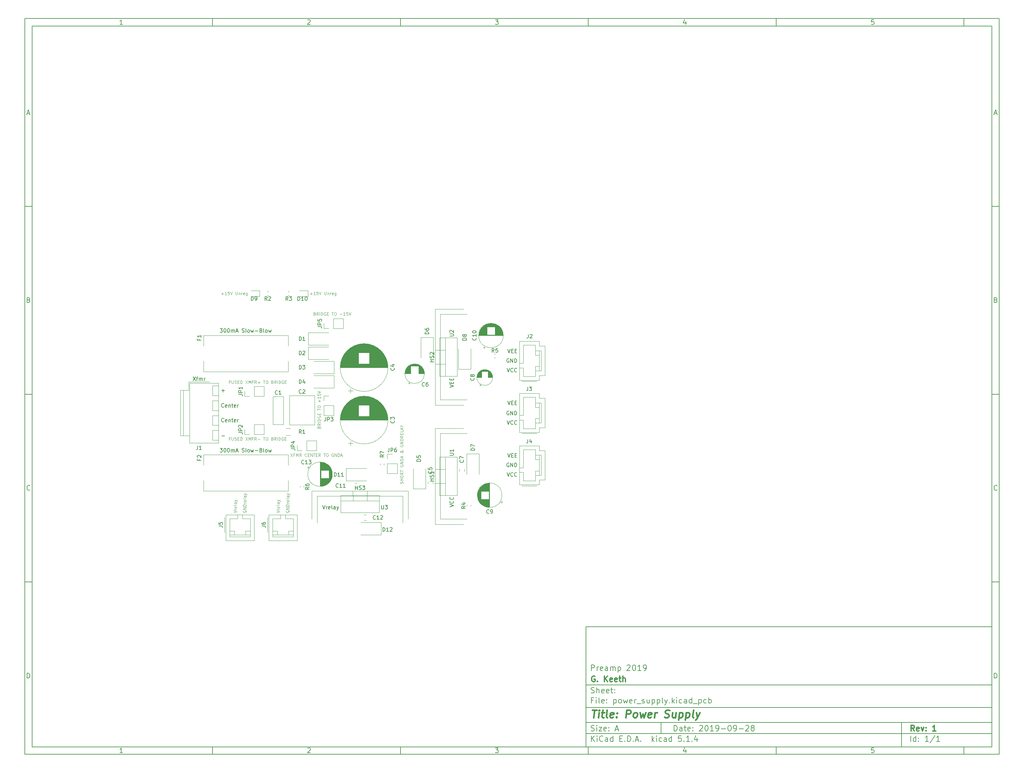
<source format=gbr>
G04 #@! TF.GenerationSoftware,KiCad,Pcbnew,5.1.4*
G04 #@! TF.CreationDate,2019-09-29T22:21:46-04:00*
G04 #@! TF.ProjectId,power_supply,706f7765-725f-4737-9570-706c792e6b69,1*
G04 #@! TF.SameCoordinates,Original*
G04 #@! TF.FileFunction,Legend,Top*
G04 #@! TF.FilePolarity,Positive*
%FSLAX46Y46*%
G04 Gerber Fmt 4.6, Leading zero omitted, Abs format (unit mm)*
G04 Created by KiCad (PCBNEW 5.1.4) date 2019-09-29 22:21:46*
%MOMM*%
%LPD*%
G04 APERTURE LIST*
%ADD10C,0.100000*%
%ADD11C,0.150000*%
%ADD12C,0.300000*%
%ADD13C,0.400000*%
%ADD14C,0.120000*%
G04 APERTURE END LIST*
D10*
D11*
X159400000Y-171900000D02*
X159400000Y-203900000D01*
X267400000Y-203900000D01*
X267400000Y-171900000D01*
X159400000Y-171900000D01*
D10*
D11*
X10000000Y-10000000D02*
X10000000Y-205900000D01*
X269400000Y-205900000D01*
X269400000Y-10000000D01*
X10000000Y-10000000D01*
D10*
D11*
X12000000Y-12000000D02*
X12000000Y-203900000D01*
X267400000Y-203900000D01*
X267400000Y-12000000D01*
X12000000Y-12000000D01*
D10*
D11*
X60000000Y-12000000D02*
X60000000Y-10000000D01*
D10*
D11*
X110000000Y-12000000D02*
X110000000Y-10000000D01*
D10*
D11*
X160000000Y-12000000D02*
X160000000Y-10000000D01*
D10*
D11*
X210000000Y-12000000D02*
X210000000Y-10000000D01*
D10*
D11*
X260000000Y-12000000D02*
X260000000Y-10000000D01*
D10*
D11*
X36065476Y-11588095D02*
X35322619Y-11588095D01*
X35694047Y-11588095D02*
X35694047Y-10288095D01*
X35570238Y-10473809D01*
X35446428Y-10597619D01*
X35322619Y-10659523D01*
D10*
D11*
X85322619Y-10411904D02*
X85384523Y-10350000D01*
X85508333Y-10288095D01*
X85817857Y-10288095D01*
X85941666Y-10350000D01*
X86003571Y-10411904D01*
X86065476Y-10535714D01*
X86065476Y-10659523D01*
X86003571Y-10845238D01*
X85260714Y-11588095D01*
X86065476Y-11588095D01*
D10*
D11*
X135260714Y-10288095D02*
X136065476Y-10288095D01*
X135632142Y-10783333D01*
X135817857Y-10783333D01*
X135941666Y-10845238D01*
X136003571Y-10907142D01*
X136065476Y-11030952D01*
X136065476Y-11340476D01*
X136003571Y-11464285D01*
X135941666Y-11526190D01*
X135817857Y-11588095D01*
X135446428Y-11588095D01*
X135322619Y-11526190D01*
X135260714Y-11464285D01*
D10*
D11*
X185941666Y-10721428D02*
X185941666Y-11588095D01*
X185632142Y-10226190D02*
X185322619Y-11154761D01*
X186127380Y-11154761D01*
D10*
D11*
X236003571Y-10288095D02*
X235384523Y-10288095D01*
X235322619Y-10907142D01*
X235384523Y-10845238D01*
X235508333Y-10783333D01*
X235817857Y-10783333D01*
X235941666Y-10845238D01*
X236003571Y-10907142D01*
X236065476Y-11030952D01*
X236065476Y-11340476D01*
X236003571Y-11464285D01*
X235941666Y-11526190D01*
X235817857Y-11588095D01*
X235508333Y-11588095D01*
X235384523Y-11526190D01*
X235322619Y-11464285D01*
D10*
D11*
X60000000Y-203900000D02*
X60000000Y-205900000D01*
D10*
D11*
X110000000Y-203900000D02*
X110000000Y-205900000D01*
D10*
D11*
X160000000Y-203900000D02*
X160000000Y-205900000D01*
D10*
D11*
X210000000Y-203900000D02*
X210000000Y-205900000D01*
D10*
D11*
X260000000Y-203900000D02*
X260000000Y-205900000D01*
D10*
D11*
X36065476Y-205488095D02*
X35322619Y-205488095D01*
X35694047Y-205488095D02*
X35694047Y-204188095D01*
X35570238Y-204373809D01*
X35446428Y-204497619D01*
X35322619Y-204559523D01*
D10*
D11*
X85322619Y-204311904D02*
X85384523Y-204250000D01*
X85508333Y-204188095D01*
X85817857Y-204188095D01*
X85941666Y-204250000D01*
X86003571Y-204311904D01*
X86065476Y-204435714D01*
X86065476Y-204559523D01*
X86003571Y-204745238D01*
X85260714Y-205488095D01*
X86065476Y-205488095D01*
D10*
D11*
X135260714Y-204188095D02*
X136065476Y-204188095D01*
X135632142Y-204683333D01*
X135817857Y-204683333D01*
X135941666Y-204745238D01*
X136003571Y-204807142D01*
X136065476Y-204930952D01*
X136065476Y-205240476D01*
X136003571Y-205364285D01*
X135941666Y-205426190D01*
X135817857Y-205488095D01*
X135446428Y-205488095D01*
X135322619Y-205426190D01*
X135260714Y-205364285D01*
D10*
D11*
X185941666Y-204621428D02*
X185941666Y-205488095D01*
X185632142Y-204126190D02*
X185322619Y-205054761D01*
X186127380Y-205054761D01*
D10*
D11*
X236003571Y-204188095D02*
X235384523Y-204188095D01*
X235322619Y-204807142D01*
X235384523Y-204745238D01*
X235508333Y-204683333D01*
X235817857Y-204683333D01*
X235941666Y-204745238D01*
X236003571Y-204807142D01*
X236065476Y-204930952D01*
X236065476Y-205240476D01*
X236003571Y-205364285D01*
X235941666Y-205426190D01*
X235817857Y-205488095D01*
X235508333Y-205488095D01*
X235384523Y-205426190D01*
X235322619Y-205364285D01*
D10*
D11*
X10000000Y-60000000D02*
X12000000Y-60000000D01*
D10*
D11*
X10000000Y-110000000D02*
X12000000Y-110000000D01*
D10*
D11*
X10000000Y-160000000D02*
X12000000Y-160000000D01*
D10*
D11*
X10690476Y-35216666D02*
X11309523Y-35216666D01*
X10566666Y-35588095D02*
X11000000Y-34288095D01*
X11433333Y-35588095D01*
D10*
D11*
X11092857Y-84907142D02*
X11278571Y-84969047D01*
X11340476Y-85030952D01*
X11402380Y-85154761D01*
X11402380Y-85340476D01*
X11340476Y-85464285D01*
X11278571Y-85526190D01*
X11154761Y-85588095D01*
X10659523Y-85588095D01*
X10659523Y-84288095D01*
X11092857Y-84288095D01*
X11216666Y-84350000D01*
X11278571Y-84411904D01*
X11340476Y-84535714D01*
X11340476Y-84659523D01*
X11278571Y-84783333D01*
X11216666Y-84845238D01*
X11092857Y-84907142D01*
X10659523Y-84907142D01*
D10*
D11*
X11402380Y-135464285D02*
X11340476Y-135526190D01*
X11154761Y-135588095D01*
X11030952Y-135588095D01*
X10845238Y-135526190D01*
X10721428Y-135402380D01*
X10659523Y-135278571D01*
X10597619Y-135030952D01*
X10597619Y-134845238D01*
X10659523Y-134597619D01*
X10721428Y-134473809D01*
X10845238Y-134350000D01*
X11030952Y-134288095D01*
X11154761Y-134288095D01*
X11340476Y-134350000D01*
X11402380Y-134411904D01*
D10*
D11*
X10659523Y-185588095D02*
X10659523Y-184288095D01*
X10969047Y-184288095D01*
X11154761Y-184350000D01*
X11278571Y-184473809D01*
X11340476Y-184597619D01*
X11402380Y-184845238D01*
X11402380Y-185030952D01*
X11340476Y-185278571D01*
X11278571Y-185402380D01*
X11154761Y-185526190D01*
X10969047Y-185588095D01*
X10659523Y-185588095D01*
D10*
D11*
X269400000Y-60000000D02*
X267400000Y-60000000D01*
D10*
D11*
X269400000Y-110000000D02*
X267400000Y-110000000D01*
D10*
D11*
X269400000Y-160000000D02*
X267400000Y-160000000D01*
D10*
D11*
X268090476Y-35216666D02*
X268709523Y-35216666D01*
X267966666Y-35588095D02*
X268400000Y-34288095D01*
X268833333Y-35588095D01*
D10*
D11*
X268492857Y-84907142D02*
X268678571Y-84969047D01*
X268740476Y-85030952D01*
X268802380Y-85154761D01*
X268802380Y-85340476D01*
X268740476Y-85464285D01*
X268678571Y-85526190D01*
X268554761Y-85588095D01*
X268059523Y-85588095D01*
X268059523Y-84288095D01*
X268492857Y-84288095D01*
X268616666Y-84350000D01*
X268678571Y-84411904D01*
X268740476Y-84535714D01*
X268740476Y-84659523D01*
X268678571Y-84783333D01*
X268616666Y-84845238D01*
X268492857Y-84907142D01*
X268059523Y-84907142D01*
D10*
D11*
X268802380Y-135464285D02*
X268740476Y-135526190D01*
X268554761Y-135588095D01*
X268430952Y-135588095D01*
X268245238Y-135526190D01*
X268121428Y-135402380D01*
X268059523Y-135278571D01*
X267997619Y-135030952D01*
X267997619Y-134845238D01*
X268059523Y-134597619D01*
X268121428Y-134473809D01*
X268245238Y-134350000D01*
X268430952Y-134288095D01*
X268554761Y-134288095D01*
X268740476Y-134350000D01*
X268802380Y-134411904D01*
D10*
D11*
X268059523Y-185588095D02*
X268059523Y-184288095D01*
X268369047Y-184288095D01*
X268554761Y-184350000D01*
X268678571Y-184473809D01*
X268740476Y-184597619D01*
X268802380Y-184845238D01*
X268802380Y-185030952D01*
X268740476Y-185278571D01*
X268678571Y-185402380D01*
X268554761Y-185526190D01*
X268369047Y-185588095D01*
X268059523Y-185588095D01*
D10*
D11*
X182832142Y-199678571D02*
X182832142Y-198178571D01*
X183189285Y-198178571D01*
X183403571Y-198250000D01*
X183546428Y-198392857D01*
X183617857Y-198535714D01*
X183689285Y-198821428D01*
X183689285Y-199035714D01*
X183617857Y-199321428D01*
X183546428Y-199464285D01*
X183403571Y-199607142D01*
X183189285Y-199678571D01*
X182832142Y-199678571D01*
X184975000Y-199678571D02*
X184975000Y-198892857D01*
X184903571Y-198750000D01*
X184760714Y-198678571D01*
X184475000Y-198678571D01*
X184332142Y-198750000D01*
X184975000Y-199607142D02*
X184832142Y-199678571D01*
X184475000Y-199678571D01*
X184332142Y-199607142D01*
X184260714Y-199464285D01*
X184260714Y-199321428D01*
X184332142Y-199178571D01*
X184475000Y-199107142D01*
X184832142Y-199107142D01*
X184975000Y-199035714D01*
X185475000Y-198678571D02*
X186046428Y-198678571D01*
X185689285Y-198178571D02*
X185689285Y-199464285D01*
X185760714Y-199607142D01*
X185903571Y-199678571D01*
X186046428Y-199678571D01*
X187117857Y-199607142D02*
X186975000Y-199678571D01*
X186689285Y-199678571D01*
X186546428Y-199607142D01*
X186475000Y-199464285D01*
X186475000Y-198892857D01*
X186546428Y-198750000D01*
X186689285Y-198678571D01*
X186975000Y-198678571D01*
X187117857Y-198750000D01*
X187189285Y-198892857D01*
X187189285Y-199035714D01*
X186475000Y-199178571D01*
X187832142Y-199535714D02*
X187903571Y-199607142D01*
X187832142Y-199678571D01*
X187760714Y-199607142D01*
X187832142Y-199535714D01*
X187832142Y-199678571D01*
X187832142Y-198750000D02*
X187903571Y-198821428D01*
X187832142Y-198892857D01*
X187760714Y-198821428D01*
X187832142Y-198750000D01*
X187832142Y-198892857D01*
X189617857Y-198321428D02*
X189689285Y-198250000D01*
X189832142Y-198178571D01*
X190189285Y-198178571D01*
X190332142Y-198250000D01*
X190403571Y-198321428D01*
X190475000Y-198464285D01*
X190475000Y-198607142D01*
X190403571Y-198821428D01*
X189546428Y-199678571D01*
X190475000Y-199678571D01*
X191403571Y-198178571D02*
X191546428Y-198178571D01*
X191689285Y-198250000D01*
X191760714Y-198321428D01*
X191832142Y-198464285D01*
X191903571Y-198750000D01*
X191903571Y-199107142D01*
X191832142Y-199392857D01*
X191760714Y-199535714D01*
X191689285Y-199607142D01*
X191546428Y-199678571D01*
X191403571Y-199678571D01*
X191260714Y-199607142D01*
X191189285Y-199535714D01*
X191117857Y-199392857D01*
X191046428Y-199107142D01*
X191046428Y-198750000D01*
X191117857Y-198464285D01*
X191189285Y-198321428D01*
X191260714Y-198250000D01*
X191403571Y-198178571D01*
X193332142Y-199678571D02*
X192475000Y-199678571D01*
X192903571Y-199678571D02*
X192903571Y-198178571D01*
X192760714Y-198392857D01*
X192617857Y-198535714D01*
X192475000Y-198607142D01*
X194046428Y-199678571D02*
X194332142Y-199678571D01*
X194475000Y-199607142D01*
X194546428Y-199535714D01*
X194689285Y-199321428D01*
X194760714Y-199035714D01*
X194760714Y-198464285D01*
X194689285Y-198321428D01*
X194617857Y-198250000D01*
X194475000Y-198178571D01*
X194189285Y-198178571D01*
X194046428Y-198250000D01*
X193975000Y-198321428D01*
X193903571Y-198464285D01*
X193903571Y-198821428D01*
X193975000Y-198964285D01*
X194046428Y-199035714D01*
X194189285Y-199107142D01*
X194475000Y-199107142D01*
X194617857Y-199035714D01*
X194689285Y-198964285D01*
X194760714Y-198821428D01*
X195403571Y-199107142D02*
X196546428Y-199107142D01*
X197546428Y-198178571D02*
X197689285Y-198178571D01*
X197832142Y-198250000D01*
X197903571Y-198321428D01*
X197975000Y-198464285D01*
X198046428Y-198750000D01*
X198046428Y-199107142D01*
X197975000Y-199392857D01*
X197903571Y-199535714D01*
X197832142Y-199607142D01*
X197689285Y-199678571D01*
X197546428Y-199678571D01*
X197403571Y-199607142D01*
X197332142Y-199535714D01*
X197260714Y-199392857D01*
X197189285Y-199107142D01*
X197189285Y-198750000D01*
X197260714Y-198464285D01*
X197332142Y-198321428D01*
X197403571Y-198250000D01*
X197546428Y-198178571D01*
X198760714Y-199678571D02*
X199046428Y-199678571D01*
X199189285Y-199607142D01*
X199260714Y-199535714D01*
X199403571Y-199321428D01*
X199475000Y-199035714D01*
X199475000Y-198464285D01*
X199403571Y-198321428D01*
X199332142Y-198250000D01*
X199189285Y-198178571D01*
X198903571Y-198178571D01*
X198760714Y-198250000D01*
X198689285Y-198321428D01*
X198617857Y-198464285D01*
X198617857Y-198821428D01*
X198689285Y-198964285D01*
X198760714Y-199035714D01*
X198903571Y-199107142D01*
X199189285Y-199107142D01*
X199332142Y-199035714D01*
X199403571Y-198964285D01*
X199475000Y-198821428D01*
X200117857Y-199107142D02*
X201260714Y-199107142D01*
X201903571Y-198321428D02*
X201975000Y-198250000D01*
X202117857Y-198178571D01*
X202475000Y-198178571D01*
X202617857Y-198250000D01*
X202689285Y-198321428D01*
X202760714Y-198464285D01*
X202760714Y-198607142D01*
X202689285Y-198821428D01*
X201832142Y-199678571D01*
X202760714Y-199678571D01*
X203617857Y-198821428D02*
X203475000Y-198750000D01*
X203403571Y-198678571D01*
X203332142Y-198535714D01*
X203332142Y-198464285D01*
X203403571Y-198321428D01*
X203475000Y-198250000D01*
X203617857Y-198178571D01*
X203903571Y-198178571D01*
X204046428Y-198250000D01*
X204117857Y-198321428D01*
X204189285Y-198464285D01*
X204189285Y-198535714D01*
X204117857Y-198678571D01*
X204046428Y-198750000D01*
X203903571Y-198821428D01*
X203617857Y-198821428D01*
X203475000Y-198892857D01*
X203403571Y-198964285D01*
X203332142Y-199107142D01*
X203332142Y-199392857D01*
X203403571Y-199535714D01*
X203475000Y-199607142D01*
X203617857Y-199678571D01*
X203903571Y-199678571D01*
X204046428Y-199607142D01*
X204117857Y-199535714D01*
X204189285Y-199392857D01*
X204189285Y-199107142D01*
X204117857Y-198964285D01*
X204046428Y-198892857D01*
X203903571Y-198821428D01*
D10*
D11*
X159400000Y-200400000D02*
X267400000Y-200400000D01*
D10*
D11*
X160832142Y-202478571D02*
X160832142Y-200978571D01*
X161689285Y-202478571D02*
X161046428Y-201621428D01*
X161689285Y-200978571D02*
X160832142Y-201835714D01*
X162332142Y-202478571D02*
X162332142Y-201478571D01*
X162332142Y-200978571D02*
X162260714Y-201050000D01*
X162332142Y-201121428D01*
X162403571Y-201050000D01*
X162332142Y-200978571D01*
X162332142Y-201121428D01*
X163903571Y-202335714D02*
X163832142Y-202407142D01*
X163617857Y-202478571D01*
X163475000Y-202478571D01*
X163260714Y-202407142D01*
X163117857Y-202264285D01*
X163046428Y-202121428D01*
X162975000Y-201835714D01*
X162975000Y-201621428D01*
X163046428Y-201335714D01*
X163117857Y-201192857D01*
X163260714Y-201050000D01*
X163475000Y-200978571D01*
X163617857Y-200978571D01*
X163832142Y-201050000D01*
X163903571Y-201121428D01*
X165189285Y-202478571D02*
X165189285Y-201692857D01*
X165117857Y-201550000D01*
X164975000Y-201478571D01*
X164689285Y-201478571D01*
X164546428Y-201550000D01*
X165189285Y-202407142D02*
X165046428Y-202478571D01*
X164689285Y-202478571D01*
X164546428Y-202407142D01*
X164475000Y-202264285D01*
X164475000Y-202121428D01*
X164546428Y-201978571D01*
X164689285Y-201907142D01*
X165046428Y-201907142D01*
X165189285Y-201835714D01*
X166546428Y-202478571D02*
X166546428Y-200978571D01*
X166546428Y-202407142D02*
X166403571Y-202478571D01*
X166117857Y-202478571D01*
X165975000Y-202407142D01*
X165903571Y-202335714D01*
X165832142Y-202192857D01*
X165832142Y-201764285D01*
X165903571Y-201621428D01*
X165975000Y-201550000D01*
X166117857Y-201478571D01*
X166403571Y-201478571D01*
X166546428Y-201550000D01*
X168403571Y-201692857D02*
X168903571Y-201692857D01*
X169117857Y-202478571D02*
X168403571Y-202478571D01*
X168403571Y-200978571D01*
X169117857Y-200978571D01*
X169760714Y-202335714D02*
X169832142Y-202407142D01*
X169760714Y-202478571D01*
X169689285Y-202407142D01*
X169760714Y-202335714D01*
X169760714Y-202478571D01*
X170475000Y-202478571D02*
X170475000Y-200978571D01*
X170832142Y-200978571D01*
X171046428Y-201050000D01*
X171189285Y-201192857D01*
X171260714Y-201335714D01*
X171332142Y-201621428D01*
X171332142Y-201835714D01*
X171260714Y-202121428D01*
X171189285Y-202264285D01*
X171046428Y-202407142D01*
X170832142Y-202478571D01*
X170475000Y-202478571D01*
X171975000Y-202335714D02*
X172046428Y-202407142D01*
X171975000Y-202478571D01*
X171903571Y-202407142D01*
X171975000Y-202335714D01*
X171975000Y-202478571D01*
X172617857Y-202050000D02*
X173332142Y-202050000D01*
X172475000Y-202478571D02*
X172975000Y-200978571D01*
X173475000Y-202478571D01*
X173975000Y-202335714D02*
X174046428Y-202407142D01*
X173975000Y-202478571D01*
X173903571Y-202407142D01*
X173975000Y-202335714D01*
X173975000Y-202478571D01*
X176975000Y-202478571D02*
X176975000Y-200978571D01*
X177117857Y-201907142D02*
X177546428Y-202478571D01*
X177546428Y-201478571D02*
X176975000Y-202050000D01*
X178189285Y-202478571D02*
X178189285Y-201478571D01*
X178189285Y-200978571D02*
X178117857Y-201050000D01*
X178189285Y-201121428D01*
X178260714Y-201050000D01*
X178189285Y-200978571D01*
X178189285Y-201121428D01*
X179546428Y-202407142D02*
X179403571Y-202478571D01*
X179117857Y-202478571D01*
X178975000Y-202407142D01*
X178903571Y-202335714D01*
X178832142Y-202192857D01*
X178832142Y-201764285D01*
X178903571Y-201621428D01*
X178975000Y-201550000D01*
X179117857Y-201478571D01*
X179403571Y-201478571D01*
X179546428Y-201550000D01*
X180832142Y-202478571D02*
X180832142Y-201692857D01*
X180760714Y-201550000D01*
X180617857Y-201478571D01*
X180332142Y-201478571D01*
X180189285Y-201550000D01*
X180832142Y-202407142D02*
X180689285Y-202478571D01*
X180332142Y-202478571D01*
X180189285Y-202407142D01*
X180117857Y-202264285D01*
X180117857Y-202121428D01*
X180189285Y-201978571D01*
X180332142Y-201907142D01*
X180689285Y-201907142D01*
X180832142Y-201835714D01*
X182189285Y-202478571D02*
X182189285Y-200978571D01*
X182189285Y-202407142D02*
X182046428Y-202478571D01*
X181760714Y-202478571D01*
X181617857Y-202407142D01*
X181546428Y-202335714D01*
X181475000Y-202192857D01*
X181475000Y-201764285D01*
X181546428Y-201621428D01*
X181617857Y-201550000D01*
X181760714Y-201478571D01*
X182046428Y-201478571D01*
X182189285Y-201550000D01*
X184760714Y-200978571D02*
X184046428Y-200978571D01*
X183975000Y-201692857D01*
X184046428Y-201621428D01*
X184189285Y-201550000D01*
X184546428Y-201550000D01*
X184689285Y-201621428D01*
X184760714Y-201692857D01*
X184832142Y-201835714D01*
X184832142Y-202192857D01*
X184760714Y-202335714D01*
X184689285Y-202407142D01*
X184546428Y-202478571D01*
X184189285Y-202478571D01*
X184046428Y-202407142D01*
X183975000Y-202335714D01*
X185475000Y-202335714D02*
X185546428Y-202407142D01*
X185475000Y-202478571D01*
X185403571Y-202407142D01*
X185475000Y-202335714D01*
X185475000Y-202478571D01*
X186975000Y-202478571D02*
X186117857Y-202478571D01*
X186546428Y-202478571D02*
X186546428Y-200978571D01*
X186403571Y-201192857D01*
X186260714Y-201335714D01*
X186117857Y-201407142D01*
X187617857Y-202335714D02*
X187689285Y-202407142D01*
X187617857Y-202478571D01*
X187546428Y-202407142D01*
X187617857Y-202335714D01*
X187617857Y-202478571D01*
X188975000Y-201478571D02*
X188975000Y-202478571D01*
X188617857Y-200907142D02*
X188260714Y-201978571D01*
X189189285Y-201978571D01*
D10*
D11*
X159400000Y-197400000D02*
X267400000Y-197400000D01*
D10*
D12*
X246809285Y-199678571D02*
X246309285Y-198964285D01*
X245952142Y-199678571D02*
X245952142Y-198178571D01*
X246523571Y-198178571D01*
X246666428Y-198250000D01*
X246737857Y-198321428D01*
X246809285Y-198464285D01*
X246809285Y-198678571D01*
X246737857Y-198821428D01*
X246666428Y-198892857D01*
X246523571Y-198964285D01*
X245952142Y-198964285D01*
X248023571Y-199607142D02*
X247880714Y-199678571D01*
X247595000Y-199678571D01*
X247452142Y-199607142D01*
X247380714Y-199464285D01*
X247380714Y-198892857D01*
X247452142Y-198750000D01*
X247595000Y-198678571D01*
X247880714Y-198678571D01*
X248023571Y-198750000D01*
X248095000Y-198892857D01*
X248095000Y-199035714D01*
X247380714Y-199178571D01*
X248595000Y-198678571D02*
X248952142Y-199678571D01*
X249309285Y-198678571D01*
X249880714Y-199535714D02*
X249952142Y-199607142D01*
X249880714Y-199678571D01*
X249809285Y-199607142D01*
X249880714Y-199535714D01*
X249880714Y-199678571D01*
X249880714Y-198750000D02*
X249952142Y-198821428D01*
X249880714Y-198892857D01*
X249809285Y-198821428D01*
X249880714Y-198750000D01*
X249880714Y-198892857D01*
X252523571Y-199678571D02*
X251666428Y-199678571D01*
X252095000Y-199678571D02*
X252095000Y-198178571D01*
X251952142Y-198392857D01*
X251809285Y-198535714D01*
X251666428Y-198607142D01*
D10*
D11*
X160760714Y-199607142D02*
X160975000Y-199678571D01*
X161332142Y-199678571D01*
X161475000Y-199607142D01*
X161546428Y-199535714D01*
X161617857Y-199392857D01*
X161617857Y-199250000D01*
X161546428Y-199107142D01*
X161475000Y-199035714D01*
X161332142Y-198964285D01*
X161046428Y-198892857D01*
X160903571Y-198821428D01*
X160832142Y-198750000D01*
X160760714Y-198607142D01*
X160760714Y-198464285D01*
X160832142Y-198321428D01*
X160903571Y-198250000D01*
X161046428Y-198178571D01*
X161403571Y-198178571D01*
X161617857Y-198250000D01*
X162260714Y-199678571D02*
X162260714Y-198678571D01*
X162260714Y-198178571D02*
X162189285Y-198250000D01*
X162260714Y-198321428D01*
X162332142Y-198250000D01*
X162260714Y-198178571D01*
X162260714Y-198321428D01*
X162832142Y-198678571D02*
X163617857Y-198678571D01*
X162832142Y-199678571D01*
X163617857Y-199678571D01*
X164760714Y-199607142D02*
X164617857Y-199678571D01*
X164332142Y-199678571D01*
X164189285Y-199607142D01*
X164117857Y-199464285D01*
X164117857Y-198892857D01*
X164189285Y-198750000D01*
X164332142Y-198678571D01*
X164617857Y-198678571D01*
X164760714Y-198750000D01*
X164832142Y-198892857D01*
X164832142Y-199035714D01*
X164117857Y-199178571D01*
X165475000Y-199535714D02*
X165546428Y-199607142D01*
X165475000Y-199678571D01*
X165403571Y-199607142D01*
X165475000Y-199535714D01*
X165475000Y-199678571D01*
X165475000Y-198750000D02*
X165546428Y-198821428D01*
X165475000Y-198892857D01*
X165403571Y-198821428D01*
X165475000Y-198750000D01*
X165475000Y-198892857D01*
X167260714Y-199250000D02*
X167975000Y-199250000D01*
X167117857Y-199678571D02*
X167617857Y-198178571D01*
X168117857Y-199678571D01*
D10*
D11*
X245832142Y-202478571D02*
X245832142Y-200978571D01*
X247189285Y-202478571D02*
X247189285Y-200978571D01*
X247189285Y-202407142D02*
X247046428Y-202478571D01*
X246760714Y-202478571D01*
X246617857Y-202407142D01*
X246546428Y-202335714D01*
X246475000Y-202192857D01*
X246475000Y-201764285D01*
X246546428Y-201621428D01*
X246617857Y-201550000D01*
X246760714Y-201478571D01*
X247046428Y-201478571D01*
X247189285Y-201550000D01*
X247903571Y-202335714D02*
X247975000Y-202407142D01*
X247903571Y-202478571D01*
X247832142Y-202407142D01*
X247903571Y-202335714D01*
X247903571Y-202478571D01*
X247903571Y-201550000D02*
X247975000Y-201621428D01*
X247903571Y-201692857D01*
X247832142Y-201621428D01*
X247903571Y-201550000D01*
X247903571Y-201692857D01*
X250546428Y-202478571D02*
X249689285Y-202478571D01*
X250117857Y-202478571D02*
X250117857Y-200978571D01*
X249975000Y-201192857D01*
X249832142Y-201335714D01*
X249689285Y-201407142D01*
X252260714Y-200907142D02*
X250975000Y-202835714D01*
X253546428Y-202478571D02*
X252689285Y-202478571D01*
X253117857Y-202478571D02*
X253117857Y-200978571D01*
X252975000Y-201192857D01*
X252832142Y-201335714D01*
X252689285Y-201407142D01*
D10*
D11*
X159400000Y-193400000D02*
X267400000Y-193400000D01*
D10*
D13*
X161112380Y-194104761D02*
X162255238Y-194104761D01*
X161433809Y-196104761D02*
X161683809Y-194104761D01*
X162671904Y-196104761D02*
X162838571Y-194771428D01*
X162921904Y-194104761D02*
X162814761Y-194200000D01*
X162898095Y-194295238D01*
X163005238Y-194200000D01*
X162921904Y-194104761D01*
X162898095Y-194295238D01*
X163505238Y-194771428D02*
X164267142Y-194771428D01*
X163874285Y-194104761D02*
X163660000Y-195819047D01*
X163731428Y-196009523D01*
X163910000Y-196104761D01*
X164100476Y-196104761D01*
X165052857Y-196104761D02*
X164874285Y-196009523D01*
X164802857Y-195819047D01*
X165017142Y-194104761D01*
X166588571Y-196009523D02*
X166386190Y-196104761D01*
X166005238Y-196104761D01*
X165826666Y-196009523D01*
X165755238Y-195819047D01*
X165850476Y-195057142D01*
X165969523Y-194866666D01*
X166171904Y-194771428D01*
X166552857Y-194771428D01*
X166731428Y-194866666D01*
X166802857Y-195057142D01*
X166779047Y-195247619D01*
X165802857Y-195438095D01*
X167552857Y-195914285D02*
X167636190Y-196009523D01*
X167529047Y-196104761D01*
X167445714Y-196009523D01*
X167552857Y-195914285D01*
X167529047Y-196104761D01*
X167683809Y-194866666D02*
X167767142Y-194961904D01*
X167660000Y-195057142D01*
X167576666Y-194961904D01*
X167683809Y-194866666D01*
X167660000Y-195057142D01*
X170005238Y-196104761D02*
X170255238Y-194104761D01*
X171017142Y-194104761D01*
X171195714Y-194200000D01*
X171279047Y-194295238D01*
X171350476Y-194485714D01*
X171314761Y-194771428D01*
X171195714Y-194961904D01*
X171088571Y-195057142D01*
X170886190Y-195152380D01*
X170124285Y-195152380D01*
X172290952Y-196104761D02*
X172112380Y-196009523D01*
X172029047Y-195914285D01*
X171957619Y-195723809D01*
X172029047Y-195152380D01*
X172148095Y-194961904D01*
X172255238Y-194866666D01*
X172457619Y-194771428D01*
X172743333Y-194771428D01*
X172921904Y-194866666D01*
X173005238Y-194961904D01*
X173076666Y-195152380D01*
X173005238Y-195723809D01*
X172886190Y-195914285D01*
X172779047Y-196009523D01*
X172576666Y-196104761D01*
X172290952Y-196104761D01*
X173790952Y-194771428D02*
X174005238Y-196104761D01*
X174505238Y-195152380D01*
X174767142Y-196104761D01*
X175314761Y-194771428D01*
X176683809Y-196009523D02*
X176481428Y-196104761D01*
X176100476Y-196104761D01*
X175921904Y-196009523D01*
X175850476Y-195819047D01*
X175945714Y-195057142D01*
X176064761Y-194866666D01*
X176267142Y-194771428D01*
X176648095Y-194771428D01*
X176826666Y-194866666D01*
X176898095Y-195057142D01*
X176874285Y-195247619D01*
X175898095Y-195438095D01*
X177624285Y-196104761D02*
X177790952Y-194771428D01*
X177743333Y-195152380D02*
X177862380Y-194961904D01*
X177969523Y-194866666D01*
X178171904Y-194771428D01*
X178362380Y-194771428D01*
X180302857Y-196009523D02*
X180576666Y-196104761D01*
X181052857Y-196104761D01*
X181255238Y-196009523D01*
X181362380Y-195914285D01*
X181481428Y-195723809D01*
X181505238Y-195533333D01*
X181433809Y-195342857D01*
X181350476Y-195247619D01*
X181171904Y-195152380D01*
X180802857Y-195057142D01*
X180624285Y-194961904D01*
X180540952Y-194866666D01*
X180469523Y-194676190D01*
X180493333Y-194485714D01*
X180612380Y-194295238D01*
X180719523Y-194200000D01*
X180921904Y-194104761D01*
X181398095Y-194104761D01*
X181671904Y-194200000D01*
X183314761Y-194771428D02*
X183148095Y-196104761D01*
X182457619Y-194771428D02*
X182326666Y-195819047D01*
X182398095Y-196009523D01*
X182576666Y-196104761D01*
X182862380Y-196104761D01*
X183064761Y-196009523D01*
X183171904Y-195914285D01*
X184267142Y-194771428D02*
X184017142Y-196771428D01*
X184255238Y-194866666D02*
X184457619Y-194771428D01*
X184838571Y-194771428D01*
X185017142Y-194866666D01*
X185100476Y-194961904D01*
X185171904Y-195152380D01*
X185100476Y-195723809D01*
X184981428Y-195914285D01*
X184874285Y-196009523D01*
X184671904Y-196104761D01*
X184290952Y-196104761D01*
X184112380Y-196009523D01*
X186076666Y-194771428D02*
X185826666Y-196771428D01*
X186064761Y-194866666D02*
X186267142Y-194771428D01*
X186648095Y-194771428D01*
X186826666Y-194866666D01*
X186910000Y-194961904D01*
X186981428Y-195152380D01*
X186910000Y-195723809D01*
X186790952Y-195914285D01*
X186683809Y-196009523D01*
X186481428Y-196104761D01*
X186100476Y-196104761D01*
X185921904Y-196009523D01*
X188005238Y-196104761D02*
X187826666Y-196009523D01*
X187755238Y-195819047D01*
X187969523Y-194104761D01*
X188743333Y-194771428D02*
X189052857Y-196104761D01*
X189695714Y-194771428D02*
X189052857Y-196104761D01*
X188802857Y-196580952D01*
X188695714Y-196676190D01*
X188493333Y-196771428D01*
D10*
D11*
X161332142Y-191492857D02*
X160832142Y-191492857D01*
X160832142Y-192278571D02*
X160832142Y-190778571D01*
X161546428Y-190778571D01*
X162117857Y-192278571D02*
X162117857Y-191278571D01*
X162117857Y-190778571D02*
X162046428Y-190850000D01*
X162117857Y-190921428D01*
X162189285Y-190850000D01*
X162117857Y-190778571D01*
X162117857Y-190921428D01*
X163046428Y-192278571D02*
X162903571Y-192207142D01*
X162832142Y-192064285D01*
X162832142Y-190778571D01*
X164189285Y-192207142D02*
X164046428Y-192278571D01*
X163760714Y-192278571D01*
X163617857Y-192207142D01*
X163546428Y-192064285D01*
X163546428Y-191492857D01*
X163617857Y-191350000D01*
X163760714Y-191278571D01*
X164046428Y-191278571D01*
X164189285Y-191350000D01*
X164260714Y-191492857D01*
X164260714Y-191635714D01*
X163546428Y-191778571D01*
X164903571Y-192135714D02*
X164975000Y-192207142D01*
X164903571Y-192278571D01*
X164832142Y-192207142D01*
X164903571Y-192135714D01*
X164903571Y-192278571D01*
X164903571Y-191350000D02*
X164975000Y-191421428D01*
X164903571Y-191492857D01*
X164832142Y-191421428D01*
X164903571Y-191350000D01*
X164903571Y-191492857D01*
X166760714Y-191278571D02*
X166760714Y-192778571D01*
X166760714Y-191350000D02*
X166903571Y-191278571D01*
X167189285Y-191278571D01*
X167332142Y-191350000D01*
X167403571Y-191421428D01*
X167475000Y-191564285D01*
X167475000Y-191992857D01*
X167403571Y-192135714D01*
X167332142Y-192207142D01*
X167189285Y-192278571D01*
X166903571Y-192278571D01*
X166760714Y-192207142D01*
X168332142Y-192278571D02*
X168189285Y-192207142D01*
X168117857Y-192135714D01*
X168046428Y-191992857D01*
X168046428Y-191564285D01*
X168117857Y-191421428D01*
X168189285Y-191350000D01*
X168332142Y-191278571D01*
X168546428Y-191278571D01*
X168689285Y-191350000D01*
X168760714Y-191421428D01*
X168832142Y-191564285D01*
X168832142Y-191992857D01*
X168760714Y-192135714D01*
X168689285Y-192207142D01*
X168546428Y-192278571D01*
X168332142Y-192278571D01*
X169332142Y-191278571D02*
X169617857Y-192278571D01*
X169903571Y-191564285D01*
X170189285Y-192278571D01*
X170475000Y-191278571D01*
X171617857Y-192207142D02*
X171475000Y-192278571D01*
X171189285Y-192278571D01*
X171046428Y-192207142D01*
X170975000Y-192064285D01*
X170975000Y-191492857D01*
X171046428Y-191350000D01*
X171189285Y-191278571D01*
X171475000Y-191278571D01*
X171617857Y-191350000D01*
X171689285Y-191492857D01*
X171689285Y-191635714D01*
X170975000Y-191778571D01*
X172332142Y-192278571D02*
X172332142Y-191278571D01*
X172332142Y-191564285D02*
X172403571Y-191421428D01*
X172475000Y-191350000D01*
X172617857Y-191278571D01*
X172760714Y-191278571D01*
X172903571Y-192421428D02*
X174046428Y-192421428D01*
X174332142Y-192207142D02*
X174475000Y-192278571D01*
X174760714Y-192278571D01*
X174903571Y-192207142D01*
X174975000Y-192064285D01*
X174975000Y-191992857D01*
X174903571Y-191850000D01*
X174760714Y-191778571D01*
X174546428Y-191778571D01*
X174403571Y-191707142D01*
X174332142Y-191564285D01*
X174332142Y-191492857D01*
X174403571Y-191350000D01*
X174546428Y-191278571D01*
X174760714Y-191278571D01*
X174903571Y-191350000D01*
X176260714Y-191278571D02*
X176260714Y-192278571D01*
X175617857Y-191278571D02*
X175617857Y-192064285D01*
X175689285Y-192207142D01*
X175832142Y-192278571D01*
X176046428Y-192278571D01*
X176189285Y-192207142D01*
X176260714Y-192135714D01*
X176975000Y-191278571D02*
X176975000Y-192778571D01*
X176975000Y-191350000D02*
X177117857Y-191278571D01*
X177403571Y-191278571D01*
X177546428Y-191350000D01*
X177617857Y-191421428D01*
X177689285Y-191564285D01*
X177689285Y-191992857D01*
X177617857Y-192135714D01*
X177546428Y-192207142D01*
X177403571Y-192278571D01*
X177117857Y-192278571D01*
X176975000Y-192207142D01*
X178332142Y-191278571D02*
X178332142Y-192778571D01*
X178332142Y-191350000D02*
X178475000Y-191278571D01*
X178760714Y-191278571D01*
X178903571Y-191350000D01*
X178975000Y-191421428D01*
X179046428Y-191564285D01*
X179046428Y-191992857D01*
X178975000Y-192135714D01*
X178903571Y-192207142D01*
X178760714Y-192278571D01*
X178475000Y-192278571D01*
X178332142Y-192207142D01*
X179903571Y-192278571D02*
X179760714Y-192207142D01*
X179689285Y-192064285D01*
X179689285Y-190778571D01*
X180332142Y-191278571D02*
X180689285Y-192278571D01*
X181046428Y-191278571D02*
X180689285Y-192278571D01*
X180546428Y-192635714D01*
X180475000Y-192707142D01*
X180332142Y-192778571D01*
X181617857Y-192135714D02*
X181689285Y-192207142D01*
X181617857Y-192278571D01*
X181546428Y-192207142D01*
X181617857Y-192135714D01*
X181617857Y-192278571D01*
X182332142Y-192278571D02*
X182332142Y-190778571D01*
X182475000Y-191707142D02*
X182903571Y-192278571D01*
X182903571Y-191278571D02*
X182332142Y-191850000D01*
X183546428Y-192278571D02*
X183546428Y-191278571D01*
X183546428Y-190778571D02*
X183475000Y-190850000D01*
X183546428Y-190921428D01*
X183617857Y-190850000D01*
X183546428Y-190778571D01*
X183546428Y-190921428D01*
X184903571Y-192207142D02*
X184760714Y-192278571D01*
X184475000Y-192278571D01*
X184332142Y-192207142D01*
X184260714Y-192135714D01*
X184189285Y-191992857D01*
X184189285Y-191564285D01*
X184260714Y-191421428D01*
X184332142Y-191350000D01*
X184475000Y-191278571D01*
X184760714Y-191278571D01*
X184903571Y-191350000D01*
X186189285Y-192278571D02*
X186189285Y-191492857D01*
X186117857Y-191350000D01*
X185975000Y-191278571D01*
X185689285Y-191278571D01*
X185546428Y-191350000D01*
X186189285Y-192207142D02*
X186046428Y-192278571D01*
X185689285Y-192278571D01*
X185546428Y-192207142D01*
X185475000Y-192064285D01*
X185475000Y-191921428D01*
X185546428Y-191778571D01*
X185689285Y-191707142D01*
X186046428Y-191707142D01*
X186189285Y-191635714D01*
X187546428Y-192278571D02*
X187546428Y-190778571D01*
X187546428Y-192207142D02*
X187403571Y-192278571D01*
X187117857Y-192278571D01*
X186975000Y-192207142D01*
X186903571Y-192135714D01*
X186832142Y-191992857D01*
X186832142Y-191564285D01*
X186903571Y-191421428D01*
X186975000Y-191350000D01*
X187117857Y-191278571D01*
X187403571Y-191278571D01*
X187546428Y-191350000D01*
X187903571Y-192421428D02*
X189046428Y-192421428D01*
X189403571Y-191278571D02*
X189403571Y-192778571D01*
X189403571Y-191350000D02*
X189546428Y-191278571D01*
X189832142Y-191278571D01*
X189975000Y-191350000D01*
X190046428Y-191421428D01*
X190117857Y-191564285D01*
X190117857Y-191992857D01*
X190046428Y-192135714D01*
X189975000Y-192207142D01*
X189832142Y-192278571D01*
X189546428Y-192278571D01*
X189403571Y-192207142D01*
X191403571Y-192207142D02*
X191260714Y-192278571D01*
X190975000Y-192278571D01*
X190832142Y-192207142D01*
X190760714Y-192135714D01*
X190689285Y-191992857D01*
X190689285Y-191564285D01*
X190760714Y-191421428D01*
X190832142Y-191350000D01*
X190975000Y-191278571D01*
X191260714Y-191278571D01*
X191403571Y-191350000D01*
X192046428Y-192278571D02*
X192046428Y-190778571D01*
X192046428Y-191350000D02*
X192189285Y-191278571D01*
X192475000Y-191278571D01*
X192617857Y-191350000D01*
X192689285Y-191421428D01*
X192760714Y-191564285D01*
X192760714Y-191992857D01*
X192689285Y-192135714D01*
X192617857Y-192207142D01*
X192475000Y-192278571D01*
X192189285Y-192278571D01*
X192046428Y-192207142D01*
D10*
D11*
X159400000Y-187400000D02*
X267400000Y-187400000D01*
D10*
D11*
X160760714Y-189507142D02*
X160975000Y-189578571D01*
X161332142Y-189578571D01*
X161475000Y-189507142D01*
X161546428Y-189435714D01*
X161617857Y-189292857D01*
X161617857Y-189150000D01*
X161546428Y-189007142D01*
X161475000Y-188935714D01*
X161332142Y-188864285D01*
X161046428Y-188792857D01*
X160903571Y-188721428D01*
X160832142Y-188650000D01*
X160760714Y-188507142D01*
X160760714Y-188364285D01*
X160832142Y-188221428D01*
X160903571Y-188150000D01*
X161046428Y-188078571D01*
X161403571Y-188078571D01*
X161617857Y-188150000D01*
X162260714Y-189578571D02*
X162260714Y-188078571D01*
X162903571Y-189578571D02*
X162903571Y-188792857D01*
X162832142Y-188650000D01*
X162689285Y-188578571D01*
X162475000Y-188578571D01*
X162332142Y-188650000D01*
X162260714Y-188721428D01*
X164189285Y-189507142D02*
X164046428Y-189578571D01*
X163760714Y-189578571D01*
X163617857Y-189507142D01*
X163546428Y-189364285D01*
X163546428Y-188792857D01*
X163617857Y-188650000D01*
X163760714Y-188578571D01*
X164046428Y-188578571D01*
X164189285Y-188650000D01*
X164260714Y-188792857D01*
X164260714Y-188935714D01*
X163546428Y-189078571D01*
X165475000Y-189507142D02*
X165332142Y-189578571D01*
X165046428Y-189578571D01*
X164903571Y-189507142D01*
X164832142Y-189364285D01*
X164832142Y-188792857D01*
X164903571Y-188650000D01*
X165046428Y-188578571D01*
X165332142Y-188578571D01*
X165475000Y-188650000D01*
X165546428Y-188792857D01*
X165546428Y-188935714D01*
X164832142Y-189078571D01*
X165975000Y-188578571D02*
X166546428Y-188578571D01*
X166189285Y-188078571D02*
X166189285Y-189364285D01*
X166260714Y-189507142D01*
X166403571Y-189578571D01*
X166546428Y-189578571D01*
X167046428Y-189435714D02*
X167117857Y-189507142D01*
X167046428Y-189578571D01*
X166975000Y-189507142D01*
X167046428Y-189435714D01*
X167046428Y-189578571D01*
X167046428Y-188650000D02*
X167117857Y-188721428D01*
X167046428Y-188792857D01*
X166975000Y-188721428D01*
X167046428Y-188650000D01*
X167046428Y-188792857D01*
D10*
D12*
X161737857Y-185150000D02*
X161595000Y-185078571D01*
X161380714Y-185078571D01*
X161166428Y-185150000D01*
X161023571Y-185292857D01*
X160952142Y-185435714D01*
X160880714Y-185721428D01*
X160880714Y-185935714D01*
X160952142Y-186221428D01*
X161023571Y-186364285D01*
X161166428Y-186507142D01*
X161380714Y-186578571D01*
X161523571Y-186578571D01*
X161737857Y-186507142D01*
X161809285Y-186435714D01*
X161809285Y-185935714D01*
X161523571Y-185935714D01*
X162452142Y-186435714D02*
X162523571Y-186507142D01*
X162452142Y-186578571D01*
X162380714Y-186507142D01*
X162452142Y-186435714D01*
X162452142Y-186578571D01*
X164309285Y-186578571D02*
X164309285Y-185078571D01*
X165166428Y-186578571D02*
X164523571Y-185721428D01*
X165166428Y-185078571D02*
X164309285Y-185935714D01*
X166380714Y-186507142D02*
X166237857Y-186578571D01*
X165952142Y-186578571D01*
X165809285Y-186507142D01*
X165737857Y-186364285D01*
X165737857Y-185792857D01*
X165809285Y-185650000D01*
X165952142Y-185578571D01*
X166237857Y-185578571D01*
X166380714Y-185650000D01*
X166452142Y-185792857D01*
X166452142Y-185935714D01*
X165737857Y-186078571D01*
X167666428Y-186507142D02*
X167523571Y-186578571D01*
X167237857Y-186578571D01*
X167095000Y-186507142D01*
X167023571Y-186364285D01*
X167023571Y-185792857D01*
X167095000Y-185650000D01*
X167237857Y-185578571D01*
X167523571Y-185578571D01*
X167666428Y-185650000D01*
X167737857Y-185792857D01*
X167737857Y-185935714D01*
X167023571Y-186078571D01*
X168166428Y-185578571D02*
X168737857Y-185578571D01*
X168380714Y-185078571D02*
X168380714Y-186364285D01*
X168452142Y-186507142D01*
X168595000Y-186578571D01*
X168737857Y-186578571D01*
X169237857Y-186578571D02*
X169237857Y-185078571D01*
X169880714Y-186578571D02*
X169880714Y-185792857D01*
X169809285Y-185650000D01*
X169666428Y-185578571D01*
X169452142Y-185578571D01*
X169309285Y-185650000D01*
X169237857Y-185721428D01*
D10*
D11*
X160832142Y-183578571D02*
X160832142Y-182078571D01*
X161403571Y-182078571D01*
X161546428Y-182150000D01*
X161617857Y-182221428D01*
X161689285Y-182364285D01*
X161689285Y-182578571D01*
X161617857Y-182721428D01*
X161546428Y-182792857D01*
X161403571Y-182864285D01*
X160832142Y-182864285D01*
X162332142Y-183578571D02*
X162332142Y-182578571D01*
X162332142Y-182864285D02*
X162403571Y-182721428D01*
X162475000Y-182650000D01*
X162617857Y-182578571D01*
X162760714Y-182578571D01*
X163832142Y-183507142D02*
X163689285Y-183578571D01*
X163403571Y-183578571D01*
X163260714Y-183507142D01*
X163189285Y-183364285D01*
X163189285Y-182792857D01*
X163260714Y-182650000D01*
X163403571Y-182578571D01*
X163689285Y-182578571D01*
X163832142Y-182650000D01*
X163903571Y-182792857D01*
X163903571Y-182935714D01*
X163189285Y-183078571D01*
X165189285Y-183578571D02*
X165189285Y-182792857D01*
X165117857Y-182650000D01*
X164975000Y-182578571D01*
X164689285Y-182578571D01*
X164546428Y-182650000D01*
X165189285Y-183507142D02*
X165046428Y-183578571D01*
X164689285Y-183578571D01*
X164546428Y-183507142D01*
X164475000Y-183364285D01*
X164475000Y-183221428D01*
X164546428Y-183078571D01*
X164689285Y-183007142D01*
X165046428Y-183007142D01*
X165189285Y-182935714D01*
X165903571Y-183578571D02*
X165903571Y-182578571D01*
X165903571Y-182721428D02*
X165975000Y-182650000D01*
X166117857Y-182578571D01*
X166332142Y-182578571D01*
X166475000Y-182650000D01*
X166546428Y-182792857D01*
X166546428Y-183578571D01*
X166546428Y-182792857D02*
X166617857Y-182650000D01*
X166760714Y-182578571D01*
X166975000Y-182578571D01*
X167117857Y-182650000D01*
X167189285Y-182792857D01*
X167189285Y-183578571D01*
X167903571Y-182578571D02*
X167903571Y-184078571D01*
X167903571Y-182650000D02*
X168046428Y-182578571D01*
X168332142Y-182578571D01*
X168475000Y-182650000D01*
X168546428Y-182721428D01*
X168617857Y-182864285D01*
X168617857Y-183292857D01*
X168546428Y-183435714D01*
X168475000Y-183507142D01*
X168332142Y-183578571D01*
X168046428Y-183578571D01*
X167903571Y-183507142D01*
X170332142Y-182221428D02*
X170403571Y-182150000D01*
X170546428Y-182078571D01*
X170903571Y-182078571D01*
X171046428Y-182150000D01*
X171117857Y-182221428D01*
X171189285Y-182364285D01*
X171189285Y-182507142D01*
X171117857Y-182721428D01*
X170260714Y-183578571D01*
X171189285Y-183578571D01*
X172117857Y-182078571D02*
X172260714Y-182078571D01*
X172403571Y-182150000D01*
X172475000Y-182221428D01*
X172546428Y-182364285D01*
X172617857Y-182650000D01*
X172617857Y-183007142D01*
X172546428Y-183292857D01*
X172475000Y-183435714D01*
X172403571Y-183507142D01*
X172260714Y-183578571D01*
X172117857Y-183578571D01*
X171975000Y-183507142D01*
X171903571Y-183435714D01*
X171832142Y-183292857D01*
X171760714Y-183007142D01*
X171760714Y-182650000D01*
X171832142Y-182364285D01*
X171903571Y-182221428D01*
X171975000Y-182150000D01*
X172117857Y-182078571D01*
X174046428Y-183578571D02*
X173189285Y-183578571D01*
X173617857Y-183578571D02*
X173617857Y-182078571D01*
X173475000Y-182292857D01*
X173332142Y-182435714D01*
X173189285Y-182507142D01*
X174760714Y-183578571D02*
X175046428Y-183578571D01*
X175189285Y-183507142D01*
X175260714Y-183435714D01*
X175403571Y-183221428D01*
X175475000Y-182935714D01*
X175475000Y-182364285D01*
X175403571Y-182221428D01*
X175332142Y-182150000D01*
X175189285Y-182078571D01*
X174903571Y-182078571D01*
X174760714Y-182150000D01*
X174689285Y-182221428D01*
X174617857Y-182364285D01*
X174617857Y-182721428D01*
X174689285Y-182864285D01*
X174760714Y-182935714D01*
X174903571Y-183007142D01*
X175189285Y-183007142D01*
X175332142Y-182935714D01*
X175403571Y-182864285D01*
X175475000Y-182721428D01*
D10*
D11*
X179400000Y-197400000D02*
X179400000Y-200400000D01*
D10*
D11*
X243400000Y-197400000D02*
X243400000Y-203900000D01*
D14*
X101160000Y-135740000D02*
X101160000Y-137160000D01*
X97360000Y-135740000D02*
X97360000Y-137160000D01*
X112070000Y-135740000D02*
X86450000Y-135740000D01*
X112060000Y-143270000D02*
X112070000Y-135740000D01*
X110650000Y-137160000D02*
X110650000Y-144270000D01*
X87870000Y-137160000D02*
X110650000Y-137160000D01*
X87870000Y-144270000D02*
X87870000Y-137160000D01*
X86450000Y-135740000D02*
X86450000Y-143270000D01*
X119230000Y-98230000D02*
X120650000Y-98230000D01*
X119230000Y-102030000D02*
X120650000Y-102030000D01*
X119230000Y-87320000D02*
X119230000Y-112940000D01*
X126760000Y-87330000D02*
X119230000Y-87320000D01*
X120650000Y-88740000D02*
X127760000Y-88740000D01*
X120650000Y-111520000D02*
X120650000Y-88740000D01*
X127760000Y-111520000D02*
X120650000Y-111520000D01*
X119230000Y-112940000D02*
X126760000Y-112940000D01*
X119230000Y-129980000D02*
X120650000Y-129980000D01*
X119230000Y-133780000D02*
X120650000Y-133780000D01*
X119230000Y-119070000D02*
X119230000Y-144690000D01*
X126760000Y-119080000D02*
X119230000Y-119070000D01*
X120650000Y-120490000D02*
X127760000Y-120490000D01*
X120650000Y-143270000D02*
X120650000Y-120490000D01*
X127760000Y-143270000D02*
X120650000Y-143270000D01*
X119230000Y-144690000D02*
X126760000Y-144690000D01*
X142310000Y-134400000D02*
X146310000Y-134400000D01*
X146960000Y-126235000D02*
X146960000Y-127415000D01*
X146960000Y-131595000D02*
X146960000Y-130415000D01*
X147470000Y-126235000D02*
X145940000Y-126235000D01*
X147470000Y-131595000D02*
X147470000Y-126235000D01*
X145940000Y-131595000D02*
X147470000Y-131595000D01*
X146960000Y-123720000D02*
X146960000Y-124995000D01*
X146960000Y-134110000D02*
X146960000Y-132835000D01*
X148490000Y-124995000D02*
X146960000Y-124995000D01*
X148490000Y-132835000D02*
X148490000Y-124995000D01*
X146960000Y-132835000D02*
X148490000Y-132835000D01*
X142680000Y-129560000D02*
X141660000Y-129560000D01*
X142680000Y-124740000D02*
X142680000Y-129560000D01*
X145940000Y-124740000D02*
X142680000Y-124740000D01*
X145940000Y-127415000D02*
X145940000Y-124740000D01*
X146960000Y-127415000D02*
X145940000Y-127415000D01*
X146960000Y-130415000D02*
X146960000Y-127415000D01*
X145940000Y-130415000D02*
X146960000Y-130415000D01*
X145940000Y-133090000D02*
X145940000Y-130415000D01*
X142680000Y-133090000D02*
X145940000Y-133090000D01*
X142680000Y-130810000D02*
X142680000Y-133090000D01*
X141660000Y-130810000D02*
X142680000Y-130810000D01*
X141660000Y-123720000D02*
X146960000Y-123720000D01*
X141660000Y-134110000D02*
X141660000Y-123720000D01*
X146960000Y-134110000D02*
X141660000Y-134110000D01*
X142310000Y-120485000D02*
X146310000Y-120485000D01*
X146960000Y-112320000D02*
X146960000Y-113500000D01*
X146960000Y-117680000D02*
X146960000Y-116500000D01*
X147470000Y-112320000D02*
X145940000Y-112320000D01*
X147470000Y-117680000D02*
X147470000Y-112320000D01*
X145940000Y-117680000D02*
X147470000Y-117680000D01*
X146960000Y-109805000D02*
X146960000Y-111080000D01*
X146960000Y-120195000D02*
X146960000Y-118920000D01*
X148490000Y-111080000D02*
X146960000Y-111080000D01*
X148490000Y-118920000D02*
X148490000Y-111080000D01*
X146960000Y-118920000D02*
X148490000Y-118920000D01*
X142680000Y-115645000D02*
X141660000Y-115645000D01*
X142680000Y-110825000D02*
X142680000Y-115645000D01*
X145940000Y-110825000D02*
X142680000Y-110825000D01*
X145940000Y-113500000D02*
X145940000Y-110825000D01*
X146960000Y-113500000D02*
X145940000Y-113500000D01*
X146960000Y-116500000D02*
X146960000Y-113500000D01*
X145940000Y-116500000D02*
X146960000Y-116500000D01*
X145940000Y-119175000D02*
X145940000Y-116500000D01*
X142680000Y-119175000D02*
X145940000Y-119175000D01*
X142680000Y-116895000D02*
X142680000Y-119175000D01*
X141660000Y-116895000D02*
X142680000Y-116895000D01*
X141660000Y-109805000D02*
X146960000Y-109805000D01*
X141660000Y-120195000D02*
X141660000Y-109805000D01*
X146960000Y-120195000D02*
X141660000Y-120195000D01*
X142310000Y-106570000D02*
X146310000Y-106570000D01*
X146960000Y-98405000D02*
X146960000Y-99585000D01*
X146960000Y-103765000D02*
X146960000Y-102585000D01*
X147470000Y-98405000D02*
X145940000Y-98405000D01*
X147470000Y-103765000D02*
X147470000Y-98405000D01*
X145940000Y-103765000D02*
X147470000Y-103765000D01*
X146960000Y-95890000D02*
X146960000Y-97165000D01*
X146960000Y-106280000D02*
X146960000Y-105005000D01*
X148490000Y-97165000D02*
X146960000Y-97165000D01*
X148490000Y-105005000D02*
X148490000Y-97165000D01*
X146960000Y-105005000D02*
X148490000Y-105005000D01*
X142680000Y-101730000D02*
X141660000Y-101730000D01*
X142680000Y-96910000D02*
X142680000Y-101730000D01*
X145940000Y-96910000D02*
X142680000Y-96910000D01*
X145940000Y-99585000D02*
X145940000Y-96910000D01*
X146960000Y-99585000D02*
X145940000Y-99585000D01*
X146960000Y-102585000D02*
X146960000Y-99585000D01*
X145940000Y-102585000D02*
X146960000Y-102585000D01*
X145940000Y-105260000D02*
X145940000Y-102585000D01*
X142680000Y-105260000D02*
X145940000Y-105260000D01*
X142680000Y-102980000D02*
X142680000Y-105260000D01*
X141660000Y-102980000D02*
X142680000Y-102980000D01*
X141660000Y-95890000D02*
X146960000Y-95890000D01*
X141660000Y-106280000D02*
X141660000Y-95890000D01*
X146960000Y-106280000D02*
X141660000Y-106280000D01*
X83310000Y-134448733D02*
X83310000Y-134791267D01*
X84330000Y-134448733D02*
X84330000Y-134791267D01*
X134956733Y-100332000D02*
X135299267Y-100332000D01*
X134956733Y-99312000D02*
X135299267Y-99312000D01*
X128780000Y-139871267D02*
X128780000Y-139528733D01*
X127760000Y-139871267D02*
X127760000Y-139528733D01*
X100845252Y-142165000D02*
X100322748Y-142165000D01*
X100845252Y-143585000D02*
X100322748Y-143585000D01*
X131066000Y-107618801D02*
X131466000Y-107618801D01*
X131266000Y-107818801D02*
X131266000Y-107418801D01*
X132091000Y-103468000D02*
X132831000Y-103468000D01*
X131924000Y-103508000D02*
X132998000Y-103508000D01*
X131797000Y-103548000D02*
X133125000Y-103548000D01*
X131693000Y-103588000D02*
X133229000Y-103588000D01*
X131602000Y-103628000D02*
X133320000Y-103628000D01*
X131521000Y-103668000D02*
X133401000Y-103668000D01*
X131448000Y-103708000D02*
X133474000Y-103708000D01*
X131381000Y-103748000D02*
X133541000Y-103748000D01*
X131319000Y-103788000D02*
X133603000Y-103788000D01*
X131261000Y-103828000D02*
X133661000Y-103828000D01*
X131207000Y-103868000D02*
X133715000Y-103868000D01*
X131157000Y-103908000D02*
X133765000Y-103908000D01*
X131110000Y-103948000D02*
X133812000Y-103948000D01*
X133301000Y-103988000D02*
X133857000Y-103988000D01*
X131065000Y-103988000D02*
X131621000Y-103988000D01*
X133301000Y-104028000D02*
X133899000Y-104028000D01*
X131023000Y-104028000D02*
X131621000Y-104028000D01*
X133301000Y-104068000D02*
X133939000Y-104068000D01*
X130983000Y-104068000D02*
X131621000Y-104068000D01*
X133301000Y-104108000D02*
X133977000Y-104108000D01*
X130945000Y-104108000D02*
X131621000Y-104108000D01*
X133301000Y-104148000D02*
X134013000Y-104148000D01*
X130909000Y-104148000D02*
X131621000Y-104148000D01*
X133301000Y-104188000D02*
X134048000Y-104188000D01*
X130874000Y-104188000D02*
X131621000Y-104188000D01*
X133301000Y-104228000D02*
X134080000Y-104228000D01*
X130842000Y-104228000D02*
X131621000Y-104228000D01*
X133301000Y-104268000D02*
X134111000Y-104268000D01*
X130811000Y-104268000D02*
X131621000Y-104268000D01*
X133301000Y-104308000D02*
X134141000Y-104308000D01*
X130781000Y-104308000D02*
X131621000Y-104308000D01*
X133301000Y-104348000D02*
X134169000Y-104348000D01*
X130753000Y-104348000D02*
X131621000Y-104348000D01*
X133301000Y-104388000D02*
X134196000Y-104388000D01*
X130726000Y-104388000D02*
X131621000Y-104388000D01*
X133301000Y-104428000D02*
X134221000Y-104428000D01*
X130701000Y-104428000D02*
X131621000Y-104428000D01*
X133301000Y-104468000D02*
X134246000Y-104468000D01*
X130676000Y-104468000D02*
X131621000Y-104468000D01*
X133301000Y-104508000D02*
X134269000Y-104508000D01*
X130653000Y-104508000D02*
X131621000Y-104508000D01*
X133301000Y-104548000D02*
X134291000Y-104548000D01*
X130631000Y-104548000D02*
X131621000Y-104548000D01*
X133301000Y-104588000D02*
X134312000Y-104588000D01*
X130610000Y-104588000D02*
X131621000Y-104588000D01*
X133301000Y-104628000D02*
X134331000Y-104628000D01*
X130591000Y-104628000D02*
X131621000Y-104628000D01*
X133301000Y-104668000D02*
X134350000Y-104668000D01*
X130572000Y-104668000D02*
X131621000Y-104668000D01*
X133301000Y-104708000D02*
X134368000Y-104708000D01*
X130554000Y-104708000D02*
X131621000Y-104708000D01*
X133301000Y-104748000D02*
X134385000Y-104748000D01*
X130537000Y-104748000D02*
X131621000Y-104748000D01*
X133301000Y-104788000D02*
X134401000Y-104788000D01*
X130521000Y-104788000D02*
X131621000Y-104788000D01*
X133301000Y-104828000D02*
X134415000Y-104828000D01*
X130507000Y-104828000D02*
X131621000Y-104828000D01*
X133301000Y-104869000D02*
X134429000Y-104869000D01*
X130493000Y-104869000D02*
X131621000Y-104869000D01*
X133301000Y-104909000D02*
X134443000Y-104909000D01*
X130479000Y-104909000D02*
X131621000Y-104909000D01*
X133301000Y-104949000D02*
X134455000Y-104949000D01*
X130467000Y-104949000D02*
X131621000Y-104949000D01*
X133301000Y-104989000D02*
X134466000Y-104989000D01*
X130456000Y-104989000D02*
X131621000Y-104989000D01*
X133301000Y-105029000D02*
X134477000Y-105029000D01*
X130445000Y-105029000D02*
X131621000Y-105029000D01*
X133301000Y-105069000D02*
X134486000Y-105069000D01*
X130436000Y-105069000D02*
X131621000Y-105069000D01*
X133301000Y-105109000D02*
X134495000Y-105109000D01*
X130427000Y-105109000D02*
X131621000Y-105109000D01*
X133301000Y-105149000D02*
X134503000Y-105149000D01*
X130419000Y-105149000D02*
X131621000Y-105149000D01*
X133301000Y-105189000D02*
X134511000Y-105189000D01*
X130411000Y-105189000D02*
X131621000Y-105189000D01*
X133301000Y-105229000D02*
X134517000Y-105229000D01*
X130405000Y-105229000D02*
X131621000Y-105229000D01*
X133301000Y-105269000D02*
X134523000Y-105269000D01*
X130399000Y-105269000D02*
X131621000Y-105269000D01*
X133301000Y-105309000D02*
X134528000Y-105309000D01*
X130394000Y-105309000D02*
X131621000Y-105309000D01*
X133301000Y-105349000D02*
X134532000Y-105349000D01*
X130390000Y-105349000D02*
X131621000Y-105349000D01*
X133301000Y-105389000D02*
X134535000Y-105389000D01*
X130387000Y-105389000D02*
X131621000Y-105389000D01*
X133301000Y-105429000D02*
X134538000Y-105429000D01*
X130384000Y-105429000D02*
X131621000Y-105429000D01*
X130382000Y-105469000D02*
X131621000Y-105469000D01*
X133301000Y-105469000D02*
X134540000Y-105469000D01*
X130381000Y-105509000D02*
X131621000Y-105509000D01*
X133301000Y-105509000D02*
X134541000Y-105509000D01*
X130381000Y-105549000D02*
X131621000Y-105549000D01*
X133301000Y-105549000D02*
X134541000Y-105549000D01*
X134581000Y-105549000D02*
G75*
G03X134581000Y-105549000I-2120000J0D01*
G01*
X125655000Y-130040748D02*
X125655000Y-130563252D01*
X127075000Y-130040748D02*
X127075000Y-130563252D01*
X80120000Y-126150000D02*
X80120000Y-128950000D01*
X80120000Y-126150000D02*
X57620000Y-126150000D01*
X80120000Y-135750000D02*
X57620000Y-135750000D01*
X80120000Y-132950000D02*
X80120000Y-135750000D01*
X57620000Y-132950000D02*
X57620000Y-135750000D01*
X57620000Y-126150000D02*
X57620000Y-128950000D01*
X74518733Y-83695000D02*
X74861267Y-83695000D01*
X74518733Y-82675000D02*
X74861267Y-82675000D01*
X106493000Y-125924000D02*
X107823000Y-125924000D01*
X106493000Y-127254000D02*
X106493000Y-125924000D01*
X106493000Y-128524000D02*
X109153000Y-128524000D01*
X109153000Y-128524000D02*
X109153000Y-131124000D01*
X106493000Y-128524000D02*
X106493000Y-131124000D01*
X106493000Y-131124000D02*
X109153000Y-131124000D01*
X81515000Y-147430000D02*
X80240000Y-147430000D01*
X75965000Y-147430000D02*
X77240000Y-147430000D01*
X81515000Y-147940000D02*
X81515000Y-146410000D01*
X75965000Y-147940000D02*
X81515000Y-147940000D01*
X75965000Y-146410000D02*
X75965000Y-147940000D01*
X82535000Y-148960000D02*
X82535000Y-146410000D01*
X74945000Y-148960000D02*
X82535000Y-148960000D01*
X74945000Y-146410000D02*
X74945000Y-148960000D01*
X79365000Y-143150000D02*
X79365000Y-142130000D01*
X81515000Y-143150000D02*
X79365000Y-143150000D01*
X81515000Y-146410000D02*
X81515000Y-143150000D01*
X80240000Y-146410000D02*
X81515000Y-146410000D01*
X80240000Y-147430000D02*
X80240000Y-146410000D01*
X77240000Y-147430000D02*
X80240000Y-147430000D01*
X77240000Y-146410000D02*
X77240000Y-147430000D01*
X75965000Y-146410000D02*
X77240000Y-146410000D01*
X75965000Y-143150000D02*
X75965000Y-146410000D01*
X78115000Y-143150000D02*
X75965000Y-143150000D01*
X78115000Y-142130000D02*
X78115000Y-143150000D01*
X74655000Y-142780000D02*
X74655000Y-146780000D01*
X82535000Y-142130000D02*
X82535000Y-147430000D01*
X74945000Y-142130000D02*
X82535000Y-142130000D01*
X74945000Y-147430000D02*
X74945000Y-142130000D01*
X70085000Y-147430000D02*
X68810000Y-147430000D01*
X64535000Y-147430000D02*
X65810000Y-147430000D01*
X70085000Y-147940000D02*
X70085000Y-146410000D01*
X64535000Y-147940000D02*
X70085000Y-147940000D01*
X64535000Y-146410000D02*
X64535000Y-147940000D01*
X71105000Y-148960000D02*
X71105000Y-146410000D01*
X63515000Y-148960000D02*
X71105000Y-148960000D01*
X63515000Y-146410000D02*
X63515000Y-148960000D01*
X67935000Y-143150000D02*
X67935000Y-142130000D01*
X70085000Y-143150000D02*
X67935000Y-143150000D01*
X70085000Y-146410000D02*
X70085000Y-143150000D01*
X68810000Y-146410000D02*
X70085000Y-146410000D01*
X68810000Y-147430000D02*
X68810000Y-146410000D01*
X65810000Y-147430000D02*
X68810000Y-147430000D01*
X65810000Y-146410000D02*
X65810000Y-147430000D01*
X64535000Y-146410000D02*
X65810000Y-146410000D01*
X64535000Y-143150000D02*
X64535000Y-146410000D01*
X66685000Y-143150000D02*
X64535000Y-143150000D01*
X66685000Y-142130000D02*
X66685000Y-143150000D01*
X63225000Y-142780000D02*
X63225000Y-146780000D01*
X71105000Y-142130000D02*
X71105000Y-147430000D01*
X63515000Y-142130000D02*
X71105000Y-142130000D01*
X63515000Y-147430000D02*
X63515000Y-142130000D01*
X80120000Y-94400000D02*
X80120000Y-97200000D01*
X80120000Y-94400000D02*
X57620000Y-94400000D01*
X80120000Y-104000000D02*
X57620000Y-104000000D01*
X80120000Y-101200000D02*
X80120000Y-104000000D01*
X57620000Y-101200000D02*
X57620000Y-104000000D01*
X57620000Y-94400000D02*
X57620000Y-97200000D01*
X101111000Y-136930000D02*
X101111000Y-138440000D01*
X97410000Y-136930000D02*
X97410000Y-138440000D01*
X94140000Y-138440000D02*
X104380000Y-138440000D01*
X104380000Y-136930000D02*
X104380000Y-141571000D01*
X94140000Y-136930000D02*
X94140000Y-141571000D01*
X94140000Y-141571000D02*
X104380000Y-141571000D01*
X94140000Y-136930000D02*
X104380000Y-136930000D01*
X105666000Y-128822267D02*
X105666000Y-128479733D01*
X104646000Y-128822267D02*
X104646000Y-128479733D01*
X104873000Y-147446000D02*
X99473000Y-147446000D01*
X104873000Y-144146000D02*
X99473000Y-144146000D01*
X104873000Y-147446000D02*
X104873000Y-144146000D01*
X95533000Y-129795000D02*
X100933000Y-129795000D01*
X95533000Y-133095000D02*
X100933000Y-133095000D01*
X95533000Y-129795000D02*
X95533000Y-133095000D01*
X85440759Y-129164000D02*
X85440759Y-129794000D01*
X85125759Y-129479000D02*
X85755759Y-129479000D01*
X91867000Y-130916000D02*
X91867000Y-131720000D01*
X91827000Y-130685000D02*
X91827000Y-131951000D01*
X91787000Y-130516000D02*
X91787000Y-132120000D01*
X91747000Y-130378000D02*
X91747000Y-132258000D01*
X91707000Y-130259000D02*
X91707000Y-132377000D01*
X91667000Y-130153000D02*
X91667000Y-132483000D01*
X91627000Y-130056000D02*
X91627000Y-132580000D01*
X91587000Y-129968000D02*
X91587000Y-132668000D01*
X91547000Y-129886000D02*
X91547000Y-132750000D01*
X91507000Y-129809000D02*
X91507000Y-132827000D01*
X91467000Y-129737000D02*
X91467000Y-132899000D01*
X91427000Y-129668000D02*
X91427000Y-132968000D01*
X91387000Y-129604000D02*
X91387000Y-133032000D01*
X91347000Y-129542000D02*
X91347000Y-133094000D01*
X91307000Y-129484000D02*
X91307000Y-133152000D01*
X91267000Y-129428000D02*
X91267000Y-133208000D01*
X91227000Y-129374000D02*
X91227000Y-133262000D01*
X91187000Y-129323000D02*
X91187000Y-133313000D01*
X91147000Y-129274000D02*
X91147000Y-133362000D01*
X91107000Y-129226000D02*
X91107000Y-133410000D01*
X91067000Y-129181000D02*
X91067000Y-133455000D01*
X91027000Y-129136000D02*
X91027000Y-133500000D01*
X90987000Y-129094000D02*
X90987000Y-133542000D01*
X90947000Y-129053000D02*
X90947000Y-133583000D01*
X90907000Y-132358000D02*
X90907000Y-133623000D01*
X90907000Y-129013000D02*
X90907000Y-130278000D01*
X90867000Y-132358000D02*
X90867000Y-133661000D01*
X90867000Y-128975000D02*
X90867000Y-130278000D01*
X90827000Y-132358000D02*
X90827000Y-133698000D01*
X90827000Y-128938000D02*
X90827000Y-130278000D01*
X90787000Y-132358000D02*
X90787000Y-133734000D01*
X90787000Y-128902000D02*
X90787000Y-130278000D01*
X90747000Y-132358000D02*
X90747000Y-133768000D01*
X90747000Y-128868000D02*
X90747000Y-130278000D01*
X90707000Y-132358000D02*
X90707000Y-133802000D01*
X90707000Y-128834000D02*
X90707000Y-130278000D01*
X90667000Y-132358000D02*
X90667000Y-133834000D01*
X90667000Y-128802000D02*
X90667000Y-130278000D01*
X90627000Y-132358000D02*
X90627000Y-133866000D01*
X90627000Y-128770000D02*
X90627000Y-130278000D01*
X90587000Y-132358000D02*
X90587000Y-133896000D01*
X90587000Y-128740000D02*
X90587000Y-130278000D01*
X90547000Y-132358000D02*
X90547000Y-133925000D01*
X90547000Y-128711000D02*
X90547000Y-130278000D01*
X90507000Y-132358000D02*
X90507000Y-133954000D01*
X90507000Y-128682000D02*
X90507000Y-130278000D01*
X90467000Y-132358000D02*
X90467000Y-133982000D01*
X90467000Y-128654000D02*
X90467000Y-130278000D01*
X90427000Y-132358000D02*
X90427000Y-134008000D01*
X90427000Y-128628000D02*
X90427000Y-130278000D01*
X90387000Y-132358000D02*
X90387000Y-134034000D01*
X90387000Y-128602000D02*
X90387000Y-130278000D01*
X90347000Y-132358000D02*
X90347000Y-134060000D01*
X90347000Y-128576000D02*
X90347000Y-130278000D01*
X90307000Y-132358000D02*
X90307000Y-134084000D01*
X90307000Y-128552000D02*
X90307000Y-130278000D01*
X90267000Y-132358000D02*
X90267000Y-134108000D01*
X90267000Y-128528000D02*
X90267000Y-130278000D01*
X90227000Y-132358000D02*
X90227000Y-134130000D01*
X90227000Y-128506000D02*
X90227000Y-130278000D01*
X90187000Y-132358000D02*
X90187000Y-134152000D01*
X90187000Y-128484000D02*
X90187000Y-130278000D01*
X90147000Y-132358000D02*
X90147000Y-134174000D01*
X90147000Y-128462000D02*
X90147000Y-130278000D01*
X90107000Y-132358000D02*
X90107000Y-134194000D01*
X90107000Y-128442000D02*
X90107000Y-130278000D01*
X90067000Y-132358000D02*
X90067000Y-134214000D01*
X90067000Y-128422000D02*
X90067000Y-130278000D01*
X90027000Y-132358000D02*
X90027000Y-134234000D01*
X90027000Y-128402000D02*
X90027000Y-130278000D01*
X89987000Y-132358000D02*
X89987000Y-134252000D01*
X89987000Y-128384000D02*
X89987000Y-130278000D01*
X89947000Y-132358000D02*
X89947000Y-134270000D01*
X89947000Y-128366000D02*
X89947000Y-130278000D01*
X89907000Y-132358000D02*
X89907000Y-134288000D01*
X89907000Y-128348000D02*
X89907000Y-130278000D01*
X89867000Y-132358000D02*
X89867000Y-134304000D01*
X89867000Y-128332000D02*
X89867000Y-130278000D01*
X89827000Y-132358000D02*
X89827000Y-134320000D01*
X89827000Y-128316000D02*
X89827000Y-130278000D01*
X89787000Y-132358000D02*
X89787000Y-134336000D01*
X89787000Y-128300000D02*
X89787000Y-130278000D01*
X89747000Y-132358000D02*
X89747000Y-134351000D01*
X89747000Y-128285000D02*
X89747000Y-130278000D01*
X89707000Y-132358000D02*
X89707000Y-134365000D01*
X89707000Y-128271000D02*
X89707000Y-130278000D01*
X89667000Y-132358000D02*
X89667000Y-134379000D01*
X89667000Y-128257000D02*
X89667000Y-130278000D01*
X89627000Y-132358000D02*
X89627000Y-134392000D01*
X89627000Y-128244000D02*
X89627000Y-130278000D01*
X89587000Y-132358000D02*
X89587000Y-134404000D01*
X89587000Y-128232000D02*
X89587000Y-130278000D01*
X89547000Y-132358000D02*
X89547000Y-134416000D01*
X89547000Y-128220000D02*
X89547000Y-130278000D01*
X89507000Y-132358000D02*
X89507000Y-134428000D01*
X89507000Y-128208000D02*
X89507000Y-130278000D01*
X89467000Y-132358000D02*
X89467000Y-134439000D01*
X89467000Y-128197000D02*
X89467000Y-130278000D01*
X89427000Y-132358000D02*
X89427000Y-134449000D01*
X89427000Y-128187000D02*
X89427000Y-130278000D01*
X89387000Y-132358000D02*
X89387000Y-134459000D01*
X89387000Y-128177000D02*
X89387000Y-130278000D01*
X89347000Y-132358000D02*
X89347000Y-134468000D01*
X89347000Y-128168000D02*
X89347000Y-130278000D01*
X89306000Y-132358000D02*
X89306000Y-134477000D01*
X89306000Y-128159000D02*
X89306000Y-130278000D01*
X89266000Y-132358000D02*
X89266000Y-134485000D01*
X89266000Y-128151000D02*
X89266000Y-130278000D01*
X89226000Y-132358000D02*
X89226000Y-134493000D01*
X89226000Y-128143000D02*
X89226000Y-130278000D01*
X89186000Y-132358000D02*
X89186000Y-134500000D01*
X89186000Y-128136000D02*
X89186000Y-130278000D01*
X89146000Y-132358000D02*
X89146000Y-134507000D01*
X89146000Y-128129000D02*
X89146000Y-130278000D01*
X89106000Y-132358000D02*
X89106000Y-134513000D01*
X89106000Y-128123000D02*
X89106000Y-130278000D01*
X89066000Y-132358000D02*
X89066000Y-134519000D01*
X89066000Y-128117000D02*
X89066000Y-130278000D01*
X89026000Y-132358000D02*
X89026000Y-134524000D01*
X89026000Y-128112000D02*
X89026000Y-130278000D01*
X88986000Y-132358000D02*
X88986000Y-134529000D01*
X88986000Y-128107000D02*
X88986000Y-130278000D01*
X88946000Y-132358000D02*
X88946000Y-134533000D01*
X88946000Y-128103000D02*
X88946000Y-130278000D01*
X88906000Y-132358000D02*
X88906000Y-134536000D01*
X88906000Y-128100000D02*
X88906000Y-130278000D01*
X88866000Y-132358000D02*
X88866000Y-134540000D01*
X88866000Y-128096000D02*
X88866000Y-130278000D01*
X88826000Y-128094000D02*
X88826000Y-134542000D01*
X88786000Y-128091000D02*
X88786000Y-134545000D01*
X88746000Y-128090000D02*
X88746000Y-134546000D01*
X88706000Y-128088000D02*
X88706000Y-134548000D01*
X88666000Y-128088000D02*
X88666000Y-134548000D01*
X88626000Y-128088000D02*
X88626000Y-134548000D01*
X91896000Y-131318000D02*
G75*
G03X91896000Y-131318000I-3270000J0D01*
G01*
X97909748Y-135076000D02*
X98432252Y-135076000D01*
X97909748Y-133656000D02*
X98432252Y-133656000D01*
X60020000Y-122240000D02*
X61640000Y-122240000D01*
X60020000Y-119640000D02*
X60020000Y-122240000D01*
X61640000Y-119640000D02*
X60020000Y-119640000D01*
X60020000Y-118280000D02*
X61640000Y-118280000D01*
X60020000Y-115680000D02*
X60020000Y-118280000D01*
X61640000Y-115680000D02*
X60020000Y-115680000D01*
X60020000Y-114320000D02*
X61640000Y-114320000D01*
X60020000Y-111720000D02*
X60020000Y-114320000D01*
X61640000Y-111720000D02*
X60020000Y-111720000D01*
X60020000Y-110360000D02*
X61640000Y-110360000D01*
X60020000Y-107760000D02*
X60020000Y-110360000D01*
X61640000Y-107760000D02*
X60020000Y-107760000D01*
X52210000Y-121050000D02*
X51410000Y-121050000D01*
X52210000Y-108950000D02*
X52210000Y-121050000D01*
X51410000Y-108950000D02*
X52210000Y-108950000D01*
X53900000Y-121050000D02*
X51410000Y-121050000D01*
X53900000Y-108950000D02*
X53900000Y-121050000D01*
X51410000Y-108950000D02*
X53900000Y-108950000D01*
X53610000Y-106750000D02*
X53610000Y-108660000D01*
X59230000Y-106750000D02*
X53610000Y-106750000D01*
X53900000Y-107040000D02*
X61640000Y-107040000D01*
X53900000Y-108950000D02*
X53900000Y-107040000D01*
X51410000Y-108950000D02*
X53900000Y-108950000D01*
X51410000Y-121050000D02*
X51410000Y-108950000D01*
X53900000Y-121050000D02*
X51410000Y-121050000D01*
X53900000Y-122960000D02*
X53900000Y-121050000D01*
X61640000Y-122960000D02*
X53900000Y-122960000D01*
X61640000Y-107040000D02*
X61640000Y-122960000D01*
X120420000Y-98279000D02*
X121930000Y-98279000D01*
X120420000Y-101980000D02*
X121930000Y-101980000D01*
X121930000Y-105250000D02*
X121930000Y-95010000D01*
X120420000Y-95010000D02*
X125061000Y-95010000D01*
X120420000Y-105250000D02*
X125061000Y-105250000D01*
X125061000Y-105250000D02*
X125061000Y-95010000D01*
X120420000Y-105250000D02*
X120420000Y-95010000D01*
X120420000Y-130029000D02*
X121930000Y-130029000D01*
X120420000Y-133730000D02*
X121930000Y-133730000D01*
X121930000Y-137000000D02*
X121930000Y-126760000D01*
X120420000Y-126760000D02*
X125061000Y-126760000D01*
X120420000Y-137000000D02*
X125061000Y-137000000D01*
X125061000Y-137000000D02*
X125061000Y-126760000D01*
X120420000Y-137000000D02*
X120420000Y-126760000D01*
X80092733Y-83695000D02*
X80435267Y-83695000D01*
X80092733Y-82675000D02*
X80435267Y-82675000D01*
X80739064Y-119105000D02*
X79534936Y-119105000D01*
X80739064Y-120925000D02*
X79534936Y-120925000D01*
X89602000Y-92516000D02*
X89602000Y-91186000D01*
X90932000Y-92516000D02*
X89602000Y-92516000D01*
X92202000Y-92516000D02*
X92202000Y-89856000D01*
X92202000Y-89856000D02*
X94802000Y-89856000D01*
X92202000Y-92516000D02*
X94802000Y-92516000D01*
X94802000Y-92516000D02*
X94802000Y-89856000D01*
X82490000Y-125028000D02*
X82490000Y-123698000D01*
X83820000Y-125028000D02*
X82490000Y-125028000D01*
X85090000Y-125028000D02*
X85090000Y-122368000D01*
X85090000Y-122368000D02*
X87690000Y-122368000D01*
X85090000Y-125028000D02*
X87690000Y-125028000D01*
X87690000Y-125028000D02*
X87690000Y-122368000D01*
X89602000Y-115630000D02*
X92262000Y-115630000D01*
X89602000Y-113030000D02*
X89602000Y-115630000D01*
X92262000Y-113030000D02*
X92262000Y-115630000D01*
X89602000Y-113030000D02*
X92262000Y-113030000D01*
X89602000Y-111760000D02*
X89602000Y-110430000D01*
X89602000Y-110430000D02*
X90932000Y-110430000D01*
X68520000Y-120710000D02*
X68520000Y-119380000D01*
X69850000Y-120710000D02*
X68520000Y-120710000D01*
X71120000Y-120710000D02*
X71120000Y-118050000D01*
X71120000Y-118050000D02*
X73720000Y-118050000D01*
X71120000Y-120710000D02*
X73720000Y-120710000D01*
X73720000Y-120710000D02*
X73720000Y-118050000D01*
X68520000Y-110550000D02*
X68520000Y-109220000D01*
X69850000Y-110550000D02*
X68520000Y-110550000D01*
X71120000Y-110550000D02*
X71120000Y-107890000D01*
X71120000Y-107890000D02*
X73720000Y-107890000D01*
X71120000Y-110550000D02*
X73720000Y-110550000D01*
X73720000Y-110550000D02*
X73720000Y-107890000D01*
X85406500Y-82450000D02*
X83121500Y-82450000D01*
X85406500Y-83920000D02*
X85406500Y-82450000D01*
X83121500Y-83920000D02*
X85406500Y-83920000D01*
X72503500Y-82450000D02*
X70218500Y-82450000D01*
X72503500Y-83920000D02*
X72503500Y-82450000D01*
X70218500Y-83920000D02*
X72503500Y-83920000D01*
X125477000Y-103349000D02*
X125477000Y-97949000D01*
X128777000Y-103349000D02*
X128777000Y-97949000D01*
X125477000Y-103349000D02*
X128777000Y-103349000D01*
X130936000Y-125886000D02*
X130936000Y-131286000D01*
X127636000Y-125886000D02*
X127636000Y-131286000D01*
X130936000Y-125886000D02*
X127636000Y-125886000D01*
X118744000Y-94898000D02*
X118744000Y-100298000D01*
X115444000Y-94898000D02*
X115444000Y-100298000D01*
X118744000Y-94898000D02*
X115444000Y-94898000D01*
X113412000Y-135226000D02*
X113412000Y-129826000D01*
X116712000Y-135226000D02*
X116712000Y-129826000D01*
X113412000Y-135226000D02*
X116712000Y-135226000D01*
X92300000Y-108330000D02*
X86900000Y-108330000D01*
X92300000Y-105030000D02*
X86900000Y-105030000D01*
X92300000Y-108330000D02*
X92300000Y-105030000D01*
X92300000Y-104520000D02*
X86900000Y-104520000D01*
X92300000Y-101220000D02*
X86900000Y-101220000D01*
X92300000Y-104520000D02*
X92300000Y-101220000D01*
X85500000Y-97410000D02*
X90900000Y-97410000D01*
X85500000Y-100710000D02*
X90900000Y-100710000D01*
X85500000Y-97410000D02*
X85500000Y-100710000D01*
X85500000Y-93600000D02*
X90900000Y-93600000D01*
X85500000Y-96900000D02*
X90900000Y-96900000D01*
X85500000Y-93600000D02*
X85500000Y-96900000D01*
X131958000Y-97566241D02*
X132588000Y-97566241D01*
X132273000Y-97881241D02*
X132273000Y-97251241D01*
X133710000Y-91140000D02*
X134514000Y-91140000D01*
X133479000Y-91180000D02*
X134745000Y-91180000D01*
X133310000Y-91220000D02*
X134914000Y-91220000D01*
X133172000Y-91260000D02*
X135052000Y-91260000D01*
X133053000Y-91300000D02*
X135171000Y-91300000D01*
X132947000Y-91340000D02*
X135277000Y-91340000D01*
X132850000Y-91380000D02*
X135374000Y-91380000D01*
X132762000Y-91420000D02*
X135462000Y-91420000D01*
X132680000Y-91460000D02*
X135544000Y-91460000D01*
X132603000Y-91500000D02*
X135621000Y-91500000D01*
X132531000Y-91540000D02*
X135693000Y-91540000D01*
X132462000Y-91580000D02*
X135762000Y-91580000D01*
X132398000Y-91620000D02*
X135826000Y-91620000D01*
X132336000Y-91660000D02*
X135888000Y-91660000D01*
X132278000Y-91700000D02*
X135946000Y-91700000D01*
X132222000Y-91740000D02*
X136002000Y-91740000D01*
X132168000Y-91780000D02*
X136056000Y-91780000D01*
X132117000Y-91820000D02*
X136107000Y-91820000D01*
X132068000Y-91860000D02*
X136156000Y-91860000D01*
X132020000Y-91900000D02*
X136204000Y-91900000D01*
X131975000Y-91940000D02*
X136249000Y-91940000D01*
X131930000Y-91980000D02*
X136294000Y-91980000D01*
X131888000Y-92020000D02*
X136336000Y-92020000D01*
X131847000Y-92060000D02*
X136377000Y-92060000D01*
X135152000Y-92100000D02*
X136417000Y-92100000D01*
X131807000Y-92100000D02*
X133072000Y-92100000D01*
X135152000Y-92140000D02*
X136455000Y-92140000D01*
X131769000Y-92140000D02*
X133072000Y-92140000D01*
X135152000Y-92180000D02*
X136492000Y-92180000D01*
X131732000Y-92180000D02*
X133072000Y-92180000D01*
X135152000Y-92220000D02*
X136528000Y-92220000D01*
X131696000Y-92220000D02*
X133072000Y-92220000D01*
X135152000Y-92260000D02*
X136562000Y-92260000D01*
X131662000Y-92260000D02*
X133072000Y-92260000D01*
X135152000Y-92300000D02*
X136596000Y-92300000D01*
X131628000Y-92300000D02*
X133072000Y-92300000D01*
X135152000Y-92340000D02*
X136628000Y-92340000D01*
X131596000Y-92340000D02*
X133072000Y-92340000D01*
X135152000Y-92380000D02*
X136660000Y-92380000D01*
X131564000Y-92380000D02*
X133072000Y-92380000D01*
X135152000Y-92420000D02*
X136690000Y-92420000D01*
X131534000Y-92420000D02*
X133072000Y-92420000D01*
X135152000Y-92460000D02*
X136719000Y-92460000D01*
X131505000Y-92460000D02*
X133072000Y-92460000D01*
X135152000Y-92500000D02*
X136748000Y-92500000D01*
X131476000Y-92500000D02*
X133072000Y-92500000D01*
X135152000Y-92540000D02*
X136776000Y-92540000D01*
X131448000Y-92540000D02*
X133072000Y-92540000D01*
X135152000Y-92580000D02*
X136802000Y-92580000D01*
X131422000Y-92580000D02*
X133072000Y-92580000D01*
X135152000Y-92620000D02*
X136828000Y-92620000D01*
X131396000Y-92620000D02*
X133072000Y-92620000D01*
X135152000Y-92660000D02*
X136854000Y-92660000D01*
X131370000Y-92660000D02*
X133072000Y-92660000D01*
X135152000Y-92700000D02*
X136878000Y-92700000D01*
X131346000Y-92700000D02*
X133072000Y-92700000D01*
X135152000Y-92740000D02*
X136902000Y-92740000D01*
X131322000Y-92740000D02*
X133072000Y-92740000D01*
X135152000Y-92780000D02*
X136924000Y-92780000D01*
X131300000Y-92780000D02*
X133072000Y-92780000D01*
X135152000Y-92820000D02*
X136946000Y-92820000D01*
X131278000Y-92820000D02*
X133072000Y-92820000D01*
X135152000Y-92860000D02*
X136968000Y-92860000D01*
X131256000Y-92860000D02*
X133072000Y-92860000D01*
X135152000Y-92900000D02*
X136988000Y-92900000D01*
X131236000Y-92900000D02*
X133072000Y-92900000D01*
X135152000Y-92940000D02*
X137008000Y-92940000D01*
X131216000Y-92940000D02*
X133072000Y-92940000D01*
X135152000Y-92980000D02*
X137028000Y-92980000D01*
X131196000Y-92980000D02*
X133072000Y-92980000D01*
X135152000Y-93020000D02*
X137046000Y-93020000D01*
X131178000Y-93020000D02*
X133072000Y-93020000D01*
X135152000Y-93060000D02*
X137064000Y-93060000D01*
X131160000Y-93060000D02*
X133072000Y-93060000D01*
X135152000Y-93100000D02*
X137082000Y-93100000D01*
X131142000Y-93100000D02*
X133072000Y-93100000D01*
X135152000Y-93140000D02*
X137098000Y-93140000D01*
X131126000Y-93140000D02*
X133072000Y-93140000D01*
X135152000Y-93180000D02*
X137114000Y-93180000D01*
X131110000Y-93180000D02*
X133072000Y-93180000D01*
X135152000Y-93220000D02*
X137130000Y-93220000D01*
X131094000Y-93220000D02*
X133072000Y-93220000D01*
X135152000Y-93260000D02*
X137145000Y-93260000D01*
X131079000Y-93260000D02*
X133072000Y-93260000D01*
X135152000Y-93300000D02*
X137159000Y-93300000D01*
X131065000Y-93300000D02*
X133072000Y-93300000D01*
X135152000Y-93340000D02*
X137173000Y-93340000D01*
X131051000Y-93340000D02*
X133072000Y-93340000D01*
X135152000Y-93380000D02*
X137186000Y-93380000D01*
X131038000Y-93380000D02*
X133072000Y-93380000D01*
X135152000Y-93420000D02*
X137198000Y-93420000D01*
X131026000Y-93420000D02*
X133072000Y-93420000D01*
X135152000Y-93460000D02*
X137210000Y-93460000D01*
X131014000Y-93460000D02*
X133072000Y-93460000D01*
X135152000Y-93500000D02*
X137222000Y-93500000D01*
X131002000Y-93500000D02*
X133072000Y-93500000D01*
X135152000Y-93540000D02*
X137233000Y-93540000D01*
X130991000Y-93540000D02*
X133072000Y-93540000D01*
X135152000Y-93580000D02*
X137243000Y-93580000D01*
X130981000Y-93580000D02*
X133072000Y-93580000D01*
X135152000Y-93620000D02*
X137253000Y-93620000D01*
X130971000Y-93620000D02*
X133072000Y-93620000D01*
X135152000Y-93660000D02*
X137262000Y-93660000D01*
X130962000Y-93660000D02*
X133072000Y-93660000D01*
X135152000Y-93701000D02*
X137271000Y-93701000D01*
X130953000Y-93701000D02*
X133072000Y-93701000D01*
X135152000Y-93741000D02*
X137279000Y-93741000D01*
X130945000Y-93741000D02*
X133072000Y-93741000D01*
X135152000Y-93781000D02*
X137287000Y-93781000D01*
X130937000Y-93781000D02*
X133072000Y-93781000D01*
X135152000Y-93821000D02*
X137294000Y-93821000D01*
X130930000Y-93821000D02*
X133072000Y-93821000D01*
X135152000Y-93861000D02*
X137301000Y-93861000D01*
X130923000Y-93861000D02*
X133072000Y-93861000D01*
X135152000Y-93901000D02*
X137307000Y-93901000D01*
X130917000Y-93901000D02*
X133072000Y-93901000D01*
X135152000Y-93941000D02*
X137313000Y-93941000D01*
X130911000Y-93941000D02*
X133072000Y-93941000D01*
X135152000Y-93981000D02*
X137318000Y-93981000D01*
X130906000Y-93981000D02*
X133072000Y-93981000D01*
X135152000Y-94021000D02*
X137323000Y-94021000D01*
X130901000Y-94021000D02*
X133072000Y-94021000D01*
X135152000Y-94061000D02*
X137327000Y-94061000D01*
X130897000Y-94061000D02*
X133072000Y-94061000D01*
X135152000Y-94101000D02*
X137330000Y-94101000D01*
X130894000Y-94101000D02*
X133072000Y-94101000D01*
X135152000Y-94141000D02*
X137334000Y-94141000D01*
X130890000Y-94141000D02*
X133072000Y-94141000D01*
X130888000Y-94181000D02*
X137336000Y-94181000D01*
X130885000Y-94221000D02*
X137339000Y-94221000D01*
X130884000Y-94261000D02*
X137340000Y-94261000D01*
X130882000Y-94301000D02*
X137342000Y-94301000D01*
X130882000Y-94341000D02*
X137342000Y-94341000D01*
X130882000Y-94381000D02*
X137342000Y-94381000D01*
X137382000Y-94381000D02*
G75*
G03X137382000Y-94381000I-3270000J0D01*
G01*
X136936241Y-139060000D02*
X136936241Y-138430000D01*
X137251241Y-138745000D02*
X136621241Y-138745000D01*
X130510000Y-137308000D02*
X130510000Y-136504000D01*
X130550000Y-137539000D02*
X130550000Y-136273000D01*
X130590000Y-137708000D02*
X130590000Y-136104000D01*
X130630000Y-137846000D02*
X130630000Y-135966000D01*
X130670000Y-137965000D02*
X130670000Y-135847000D01*
X130710000Y-138071000D02*
X130710000Y-135741000D01*
X130750000Y-138168000D02*
X130750000Y-135644000D01*
X130790000Y-138256000D02*
X130790000Y-135556000D01*
X130830000Y-138338000D02*
X130830000Y-135474000D01*
X130870000Y-138415000D02*
X130870000Y-135397000D01*
X130910000Y-138487000D02*
X130910000Y-135325000D01*
X130950000Y-138556000D02*
X130950000Y-135256000D01*
X130990000Y-138620000D02*
X130990000Y-135192000D01*
X131030000Y-138682000D02*
X131030000Y-135130000D01*
X131070000Y-138740000D02*
X131070000Y-135072000D01*
X131110000Y-138796000D02*
X131110000Y-135016000D01*
X131150000Y-138850000D02*
X131150000Y-134962000D01*
X131190000Y-138901000D02*
X131190000Y-134911000D01*
X131230000Y-138950000D02*
X131230000Y-134862000D01*
X131270000Y-138998000D02*
X131270000Y-134814000D01*
X131310000Y-139043000D02*
X131310000Y-134769000D01*
X131350000Y-139088000D02*
X131350000Y-134724000D01*
X131390000Y-139130000D02*
X131390000Y-134682000D01*
X131430000Y-139171000D02*
X131430000Y-134641000D01*
X131470000Y-135866000D02*
X131470000Y-134601000D01*
X131470000Y-139211000D02*
X131470000Y-137946000D01*
X131510000Y-135866000D02*
X131510000Y-134563000D01*
X131510000Y-139249000D02*
X131510000Y-137946000D01*
X131550000Y-135866000D02*
X131550000Y-134526000D01*
X131550000Y-139286000D02*
X131550000Y-137946000D01*
X131590000Y-135866000D02*
X131590000Y-134490000D01*
X131590000Y-139322000D02*
X131590000Y-137946000D01*
X131630000Y-135866000D02*
X131630000Y-134456000D01*
X131630000Y-139356000D02*
X131630000Y-137946000D01*
X131670000Y-135866000D02*
X131670000Y-134422000D01*
X131670000Y-139390000D02*
X131670000Y-137946000D01*
X131710000Y-135866000D02*
X131710000Y-134390000D01*
X131710000Y-139422000D02*
X131710000Y-137946000D01*
X131750000Y-135866000D02*
X131750000Y-134358000D01*
X131750000Y-139454000D02*
X131750000Y-137946000D01*
X131790000Y-135866000D02*
X131790000Y-134328000D01*
X131790000Y-139484000D02*
X131790000Y-137946000D01*
X131830000Y-135866000D02*
X131830000Y-134299000D01*
X131830000Y-139513000D02*
X131830000Y-137946000D01*
X131870000Y-135866000D02*
X131870000Y-134270000D01*
X131870000Y-139542000D02*
X131870000Y-137946000D01*
X131910000Y-135866000D02*
X131910000Y-134242000D01*
X131910000Y-139570000D02*
X131910000Y-137946000D01*
X131950000Y-135866000D02*
X131950000Y-134216000D01*
X131950000Y-139596000D02*
X131950000Y-137946000D01*
X131990000Y-135866000D02*
X131990000Y-134190000D01*
X131990000Y-139622000D02*
X131990000Y-137946000D01*
X132030000Y-135866000D02*
X132030000Y-134164000D01*
X132030000Y-139648000D02*
X132030000Y-137946000D01*
X132070000Y-135866000D02*
X132070000Y-134140000D01*
X132070000Y-139672000D02*
X132070000Y-137946000D01*
X132110000Y-135866000D02*
X132110000Y-134116000D01*
X132110000Y-139696000D02*
X132110000Y-137946000D01*
X132150000Y-135866000D02*
X132150000Y-134094000D01*
X132150000Y-139718000D02*
X132150000Y-137946000D01*
X132190000Y-135866000D02*
X132190000Y-134072000D01*
X132190000Y-139740000D02*
X132190000Y-137946000D01*
X132230000Y-135866000D02*
X132230000Y-134050000D01*
X132230000Y-139762000D02*
X132230000Y-137946000D01*
X132270000Y-135866000D02*
X132270000Y-134030000D01*
X132270000Y-139782000D02*
X132270000Y-137946000D01*
X132310000Y-135866000D02*
X132310000Y-134010000D01*
X132310000Y-139802000D02*
X132310000Y-137946000D01*
X132350000Y-135866000D02*
X132350000Y-133990000D01*
X132350000Y-139822000D02*
X132350000Y-137946000D01*
X132390000Y-135866000D02*
X132390000Y-133972000D01*
X132390000Y-139840000D02*
X132390000Y-137946000D01*
X132430000Y-135866000D02*
X132430000Y-133954000D01*
X132430000Y-139858000D02*
X132430000Y-137946000D01*
X132470000Y-135866000D02*
X132470000Y-133936000D01*
X132470000Y-139876000D02*
X132470000Y-137946000D01*
X132510000Y-135866000D02*
X132510000Y-133920000D01*
X132510000Y-139892000D02*
X132510000Y-137946000D01*
X132550000Y-135866000D02*
X132550000Y-133904000D01*
X132550000Y-139908000D02*
X132550000Y-137946000D01*
X132590000Y-135866000D02*
X132590000Y-133888000D01*
X132590000Y-139924000D02*
X132590000Y-137946000D01*
X132630000Y-135866000D02*
X132630000Y-133873000D01*
X132630000Y-139939000D02*
X132630000Y-137946000D01*
X132670000Y-135866000D02*
X132670000Y-133859000D01*
X132670000Y-139953000D02*
X132670000Y-137946000D01*
X132710000Y-135866000D02*
X132710000Y-133845000D01*
X132710000Y-139967000D02*
X132710000Y-137946000D01*
X132750000Y-135866000D02*
X132750000Y-133832000D01*
X132750000Y-139980000D02*
X132750000Y-137946000D01*
X132790000Y-135866000D02*
X132790000Y-133820000D01*
X132790000Y-139992000D02*
X132790000Y-137946000D01*
X132830000Y-135866000D02*
X132830000Y-133808000D01*
X132830000Y-140004000D02*
X132830000Y-137946000D01*
X132870000Y-135866000D02*
X132870000Y-133796000D01*
X132870000Y-140016000D02*
X132870000Y-137946000D01*
X132910000Y-135866000D02*
X132910000Y-133785000D01*
X132910000Y-140027000D02*
X132910000Y-137946000D01*
X132950000Y-135866000D02*
X132950000Y-133775000D01*
X132950000Y-140037000D02*
X132950000Y-137946000D01*
X132990000Y-135866000D02*
X132990000Y-133765000D01*
X132990000Y-140047000D02*
X132990000Y-137946000D01*
X133030000Y-135866000D02*
X133030000Y-133756000D01*
X133030000Y-140056000D02*
X133030000Y-137946000D01*
X133071000Y-135866000D02*
X133071000Y-133747000D01*
X133071000Y-140065000D02*
X133071000Y-137946000D01*
X133111000Y-135866000D02*
X133111000Y-133739000D01*
X133111000Y-140073000D02*
X133111000Y-137946000D01*
X133151000Y-135866000D02*
X133151000Y-133731000D01*
X133151000Y-140081000D02*
X133151000Y-137946000D01*
X133191000Y-135866000D02*
X133191000Y-133724000D01*
X133191000Y-140088000D02*
X133191000Y-137946000D01*
X133231000Y-135866000D02*
X133231000Y-133717000D01*
X133231000Y-140095000D02*
X133231000Y-137946000D01*
X133271000Y-135866000D02*
X133271000Y-133711000D01*
X133271000Y-140101000D02*
X133271000Y-137946000D01*
X133311000Y-135866000D02*
X133311000Y-133705000D01*
X133311000Y-140107000D02*
X133311000Y-137946000D01*
X133351000Y-135866000D02*
X133351000Y-133700000D01*
X133351000Y-140112000D02*
X133351000Y-137946000D01*
X133391000Y-135866000D02*
X133391000Y-133695000D01*
X133391000Y-140117000D02*
X133391000Y-137946000D01*
X133431000Y-135866000D02*
X133431000Y-133691000D01*
X133431000Y-140121000D02*
X133431000Y-137946000D01*
X133471000Y-135866000D02*
X133471000Y-133688000D01*
X133471000Y-140124000D02*
X133471000Y-137946000D01*
X133511000Y-135866000D02*
X133511000Y-133684000D01*
X133511000Y-140128000D02*
X133511000Y-137946000D01*
X133551000Y-140130000D02*
X133551000Y-133682000D01*
X133591000Y-140133000D02*
X133591000Y-133679000D01*
X133631000Y-140134000D02*
X133631000Y-133678000D01*
X133671000Y-140136000D02*
X133671000Y-133676000D01*
X133711000Y-140136000D02*
X133711000Y-133676000D01*
X133751000Y-140136000D02*
X133751000Y-133676000D01*
X137021000Y-136906000D02*
G75*
G03X137021000Y-136906000I-3270000J0D01*
G01*
X112067000Y-107091775D02*
X112567000Y-107091775D01*
X112317000Y-107341775D02*
X112317000Y-106841775D01*
X113508000Y-101936000D02*
X114076000Y-101936000D01*
X113274000Y-101976000D02*
X114310000Y-101976000D01*
X113115000Y-102016000D02*
X114469000Y-102016000D01*
X112987000Y-102056000D02*
X114597000Y-102056000D01*
X112877000Y-102096000D02*
X114707000Y-102096000D01*
X112781000Y-102136000D02*
X114803000Y-102136000D01*
X112694000Y-102176000D02*
X114890000Y-102176000D01*
X112614000Y-102216000D02*
X114970000Y-102216000D01*
X112541000Y-102256000D02*
X115043000Y-102256000D01*
X112473000Y-102296000D02*
X115111000Y-102296000D01*
X112409000Y-102336000D02*
X115175000Y-102336000D01*
X112349000Y-102376000D02*
X115235000Y-102376000D01*
X112292000Y-102416000D02*
X115292000Y-102416000D01*
X112238000Y-102456000D02*
X115346000Y-102456000D01*
X112187000Y-102496000D02*
X115397000Y-102496000D01*
X114832000Y-102536000D02*
X115445000Y-102536000D01*
X112139000Y-102536000D02*
X112752000Y-102536000D01*
X114832000Y-102576000D02*
X115491000Y-102576000D01*
X112093000Y-102576000D02*
X112752000Y-102576000D01*
X114832000Y-102616000D02*
X115535000Y-102616000D01*
X112049000Y-102616000D02*
X112752000Y-102616000D01*
X114832000Y-102656000D02*
X115577000Y-102656000D01*
X112007000Y-102656000D02*
X112752000Y-102656000D01*
X114832000Y-102696000D02*
X115618000Y-102696000D01*
X111966000Y-102696000D02*
X112752000Y-102696000D01*
X114832000Y-102736000D02*
X115656000Y-102736000D01*
X111928000Y-102736000D02*
X112752000Y-102736000D01*
X114832000Y-102776000D02*
X115693000Y-102776000D01*
X111891000Y-102776000D02*
X112752000Y-102776000D01*
X114832000Y-102816000D02*
X115729000Y-102816000D01*
X111855000Y-102816000D02*
X112752000Y-102816000D01*
X114832000Y-102856000D02*
X115763000Y-102856000D01*
X111821000Y-102856000D02*
X112752000Y-102856000D01*
X114832000Y-102896000D02*
X115796000Y-102896000D01*
X111788000Y-102896000D02*
X112752000Y-102896000D01*
X114832000Y-102936000D02*
X115827000Y-102936000D01*
X111757000Y-102936000D02*
X112752000Y-102936000D01*
X114832000Y-102976000D02*
X115857000Y-102976000D01*
X111727000Y-102976000D02*
X112752000Y-102976000D01*
X114832000Y-103016000D02*
X115887000Y-103016000D01*
X111697000Y-103016000D02*
X112752000Y-103016000D01*
X114832000Y-103056000D02*
X115914000Y-103056000D01*
X111670000Y-103056000D02*
X112752000Y-103056000D01*
X114832000Y-103096000D02*
X115941000Y-103096000D01*
X111643000Y-103096000D02*
X112752000Y-103096000D01*
X114832000Y-103136000D02*
X115967000Y-103136000D01*
X111617000Y-103136000D02*
X112752000Y-103136000D01*
X114832000Y-103176000D02*
X115992000Y-103176000D01*
X111592000Y-103176000D02*
X112752000Y-103176000D01*
X114832000Y-103216000D02*
X116016000Y-103216000D01*
X111568000Y-103216000D02*
X112752000Y-103216000D01*
X114832000Y-103256000D02*
X116039000Y-103256000D01*
X111545000Y-103256000D02*
X112752000Y-103256000D01*
X114832000Y-103296000D02*
X116060000Y-103296000D01*
X111524000Y-103296000D02*
X112752000Y-103296000D01*
X114832000Y-103336000D02*
X116082000Y-103336000D01*
X111502000Y-103336000D02*
X112752000Y-103336000D01*
X114832000Y-103376000D02*
X116102000Y-103376000D01*
X111482000Y-103376000D02*
X112752000Y-103376000D01*
X114832000Y-103416000D02*
X116121000Y-103416000D01*
X111463000Y-103416000D02*
X112752000Y-103416000D01*
X114832000Y-103456000D02*
X116140000Y-103456000D01*
X111444000Y-103456000D02*
X112752000Y-103456000D01*
X114832000Y-103496000D02*
X116157000Y-103496000D01*
X111427000Y-103496000D02*
X112752000Y-103496000D01*
X114832000Y-103536000D02*
X116174000Y-103536000D01*
X111410000Y-103536000D02*
X112752000Y-103536000D01*
X114832000Y-103576000D02*
X116190000Y-103576000D01*
X111394000Y-103576000D02*
X112752000Y-103576000D01*
X114832000Y-103616000D02*
X116206000Y-103616000D01*
X111378000Y-103616000D02*
X112752000Y-103616000D01*
X114832000Y-103656000D02*
X116220000Y-103656000D01*
X111364000Y-103656000D02*
X112752000Y-103656000D01*
X114832000Y-103696000D02*
X116234000Y-103696000D01*
X111350000Y-103696000D02*
X112752000Y-103696000D01*
X114832000Y-103736000D02*
X116247000Y-103736000D01*
X111337000Y-103736000D02*
X112752000Y-103736000D01*
X114832000Y-103776000D02*
X116260000Y-103776000D01*
X111324000Y-103776000D02*
X112752000Y-103776000D01*
X114832000Y-103816000D02*
X116272000Y-103816000D01*
X111312000Y-103816000D02*
X112752000Y-103816000D01*
X114832000Y-103857000D02*
X116283000Y-103857000D01*
X111301000Y-103857000D02*
X112752000Y-103857000D01*
X114832000Y-103897000D02*
X116293000Y-103897000D01*
X111291000Y-103897000D02*
X112752000Y-103897000D01*
X114832000Y-103937000D02*
X116303000Y-103937000D01*
X111281000Y-103937000D02*
X112752000Y-103937000D01*
X114832000Y-103977000D02*
X116312000Y-103977000D01*
X111272000Y-103977000D02*
X112752000Y-103977000D01*
X114832000Y-104017000D02*
X116320000Y-104017000D01*
X111264000Y-104017000D02*
X112752000Y-104017000D01*
X114832000Y-104057000D02*
X116328000Y-104057000D01*
X111256000Y-104057000D02*
X112752000Y-104057000D01*
X114832000Y-104097000D02*
X116335000Y-104097000D01*
X111249000Y-104097000D02*
X112752000Y-104097000D01*
X114832000Y-104137000D02*
X116342000Y-104137000D01*
X111242000Y-104137000D02*
X112752000Y-104137000D01*
X114832000Y-104177000D02*
X116348000Y-104177000D01*
X111236000Y-104177000D02*
X112752000Y-104177000D01*
X114832000Y-104217000D02*
X116353000Y-104217000D01*
X111231000Y-104217000D02*
X112752000Y-104217000D01*
X114832000Y-104257000D02*
X116357000Y-104257000D01*
X111227000Y-104257000D02*
X112752000Y-104257000D01*
X114832000Y-104297000D02*
X116361000Y-104297000D01*
X111223000Y-104297000D02*
X112752000Y-104297000D01*
X114832000Y-104337000D02*
X116365000Y-104337000D01*
X111219000Y-104337000D02*
X112752000Y-104337000D01*
X114832000Y-104377000D02*
X116368000Y-104377000D01*
X111216000Y-104377000D02*
X112752000Y-104377000D01*
X114832000Y-104417000D02*
X116370000Y-104417000D01*
X111214000Y-104417000D02*
X112752000Y-104417000D01*
X114832000Y-104457000D02*
X116371000Y-104457000D01*
X111213000Y-104457000D02*
X112752000Y-104457000D01*
X111212000Y-104497000D02*
X112752000Y-104497000D01*
X114832000Y-104497000D02*
X116372000Y-104497000D01*
X111212000Y-104537000D02*
X112752000Y-104537000D01*
X114832000Y-104537000D02*
X116372000Y-104537000D01*
X116412000Y-104537000D02*
G75*
G03X116412000Y-104537000I-2620000J0D01*
G01*
X118693000Y-133856252D02*
X118693000Y-133333748D01*
X117273000Y-133856252D02*
X117273000Y-133333748D01*
X96130000Y-109102082D02*
X97380000Y-109102082D01*
X96755000Y-109727082D02*
X96755000Y-108477082D01*
X100013000Y-96549000D02*
X100647000Y-96549000D01*
X99573000Y-96589000D02*
X101087000Y-96589000D01*
X99302000Y-96629000D02*
X101358000Y-96629000D01*
X99089000Y-96669000D02*
X101571000Y-96669000D01*
X98908000Y-96709000D02*
X101752000Y-96709000D01*
X98747000Y-96749000D02*
X101913000Y-96749000D01*
X98602000Y-96789000D02*
X102058000Y-96789000D01*
X98469000Y-96829000D02*
X102191000Y-96829000D01*
X98346000Y-96869000D02*
X102314000Y-96869000D01*
X98230000Y-96909000D02*
X102430000Y-96909000D01*
X98121000Y-96949000D02*
X102539000Y-96949000D01*
X98018000Y-96989000D02*
X102642000Y-96989000D01*
X97920000Y-97029000D02*
X102740000Y-97029000D01*
X97826000Y-97069000D02*
X102834000Y-97069000D01*
X97736000Y-97109000D02*
X102924000Y-97109000D01*
X97649000Y-97149000D02*
X103011000Y-97149000D01*
X97566000Y-97189000D02*
X103094000Y-97189000D01*
X97486000Y-97229000D02*
X103174000Y-97229000D01*
X97409000Y-97269000D02*
X103251000Y-97269000D01*
X97334000Y-97309000D02*
X103326000Y-97309000D01*
X97261000Y-97349000D02*
X103399000Y-97349000D01*
X97190000Y-97389000D02*
X103470000Y-97389000D01*
X97122000Y-97429000D02*
X103538000Y-97429000D01*
X97055000Y-97469000D02*
X103605000Y-97469000D01*
X96991000Y-97509000D02*
X103669000Y-97509000D01*
X96928000Y-97549000D02*
X103732000Y-97549000D01*
X96866000Y-97589000D02*
X103794000Y-97589000D01*
X96806000Y-97629000D02*
X103854000Y-97629000D01*
X96747000Y-97669000D02*
X103913000Y-97669000D01*
X96690000Y-97709000D02*
X103970000Y-97709000D01*
X96634000Y-97749000D02*
X104026000Y-97749000D01*
X96580000Y-97789000D02*
X104080000Y-97789000D01*
X96526000Y-97829000D02*
X104134000Y-97829000D01*
X96474000Y-97869000D02*
X104186000Y-97869000D01*
X96423000Y-97909000D02*
X104237000Y-97909000D01*
X96373000Y-97949000D02*
X104287000Y-97949000D01*
X96323000Y-97989000D02*
X104337000Y-97989000D01*
X96275000Y-98029000D02*
X104385000Y-98029000D01*
X96228000Y-98069000D02*
X104432000Y-98069000D01*
X96182000Y-98109000D02*
X104478000Y-98109000D01*
X96136000Y-98149000D02*
X104524000Y-98149000D01*
X96092000Y-98189000D02*
X104568000Y-98189000D01*
X96048000Y-98229000D02*
X104612000Y-98229000D01*
X96005000Y-98269000D02*
X104655000Y-98269000D01*
X95963000Y-98309000D02*
X104697000Y-98309000D01*
X95922000Y-98349000D02*
X104738000Y-98349000D01*
X95881000Y-98389000D02*
X104779000Y-98389000D01*
X95841000Y-98429000D02*
X104819000Y-98429000D01*
X95802000Y-98469000D02*
X104858000Y-98469000D01*
X95763000Y-98509000D02*
X104897000Y-98509000D01*
X95725000Y-98549000D02*
X104935000Y-98549000D01*
X95688000Y-98589000D02*
X104972000Y-98589000D01*
X95652000Y-98629000D02*
X105008000Y-98629000D01*
X95616000Y-98669000D02*
X105044000Y-98669000D01*
X95580000Y-98709000D02*
X105080000Y-98709000D01*
X95545000Y-98749000D02*
X105115000Y-98749000D01*
X95511000Y-98789000D02*
X105149000Y-98789000D01*
X95478000Y-98829000D02*
X105182000Y-98829000D01*
X95445000Y-98869000D02*
X105215000Y-98869000D01*
X95412000Y-98909000D02*
X105248000Y-98909000D01*
X95380000Y-98949000D02*
X105280000Y-98949000D01*
X101770000Y-98989000D02*
X105312000Y-98989000D01*
X95348000Y-98989000D02*
X98890000Y-98989000D01*
X101770000Y-99029000D02*
X105342000Y-99029000D01*
X95318000Y-99029000D02*
X98890000Y-99029000D01*
X101770000Y-99069000D02*
X105373000Y-99069000D01*
X95287000Y-99069000D02*
X98890000Y-99069000D01*
X101770000Y-99109000D02*
X105403000Y-99109000D01*
X95257000Y-99109000D02*
X98890000Y-99109000D01*
X101770000Y-99149000D02*
X105432000Y-99149000D01*
X95228000Y-99149000D02*
X98890000Y-99149000D01*
X101770000Y-99189000D02*
X105461000Y-99189000D01*
X95199000Y-99189000D02*
X98890000Y-99189000D01*
X101770000Y-99229000D02*
X105490000Y-99229000D01*
X95170000Y-99229000D02*
X98890000Y-99229000D01*
X101770000Y-99269000D02*
X105518000Y-99269000D01*
X95142000Y-99269000D02*
X98890000Y-99269000D01*
X101770000Y-99309000D02*
X105546000Y-99309000D01*
X95114000Y-99309000D02*
X98890000Y-99309000D01*
X101770000Y-99349000D02*
X105573000Y-99349000D01*
X95087000Y-99349000D02*
X98890000Y-99349000D01*
X101770000Y-99389000D02*
X105600000Y-99389000D01*
X95060000Y-99389000D02*
X98890000Y-99389000D01*
X101770000Y-99429000D02*
X105626000Y-99429000D01*
X95034000Y-99429000D02*
X98890000Y-99429000D01*
X101770000Y-99469000D02*
X105652000Y-99469000D01*
X95008000Y-99469000D02*
X98890000Y-99469000D01*
X101770000Y-99509000D02*
X105677000Y-99509000D01*
X94983000Y-99509000D02*
X98890000Y-99509000D01*
X101770000Y-99549000D02*
X105702000Y-99549000D01*
X94958000Y-99549000D02*
X98890000Y-99549000D01*
X101770000Y-99589000D02*
X105727000Y-99589000D01*
X94933000Y-99589000D02*
X98890000Y-99589000D01*
X101770000Y-99629000D02*
X105751000Y-99629000D01*
X94909000Y-99629000D02*
X98890000Y-99629000D01*
X101770000Y-99669000D02*
X105775000Y-99669000D01*
X94885000Y-99669000D02*
X98890000Y-99669000D01*
X101770000Y-99709000D02*
X105798000Y-99709000D01*
X94862000Y-99709000D02*
X98890000Y-99709000D01*
X101770000Y-99749000D02*
X105821000Y-99749000D01*
X94839000Y-99749000D02*
X98890000Y-99749000D01*
X101770000Y-99789000D02*
X105844000Y-99789000D01*
X94816000Y-99789000D02*
X98890000Y-99789000D01*
X101770000Y-99829000D02*
X105866000Y-99829000D01*
X94794000Y-99829000D02*
X98890000Y-99829000D01*
X101770000Y-99869000D02*
X105888000Y-99869000D01*
X94772000Y-99869000D02*
X98890000Y-99869000D01*
X101770000Y-99909000D02*
X105910000Y-99909000D01*
X94750000Y-99909000D02*
X98890000Y-99909000D01*
X101770000Y-99949000D02*
X105931000Y-99949000D01*
X94729000Y-99949000D02*
X98890000Y-99949000D01*
X101770000Y-99989000D02*
X105952000Y-99989000D01*
X94708000Y-99989000D02*
X98890000Y-99989000D01*
X101770000Y-100029000D02*
X105972000Y-100029000D01*
X94688000Y-100029000D02*
X98890000Y-100029000D01*
X101770000Y-100069000D02*
X105992000Y-100069000D01*
X94668000Y-100069000D02*
X98890000Y-100069000D01*
X101770000Y-100109000D02*
X106012000Y-100109000D01*
X94648000Y-100109000D02*
X98890000Y-100109000D01*
X101770000Y-100149000D02*
X106032000Y-100149000D01*
X94628000Y-100149000D02*
X98890000Y-100149000D01*
X101770000Y-100189000D02*
X106051000Y-100189000D01*
X94609000Y-100189000D02*
X98890000Y-100189000D01*
X101770000Y-100229000D02*
X106069000Y-100229000D01*
X94591000Y-100229000D02*
X98890000Y-100229000D01*
X101770000Y-100269000D02*
X106088000Y-100269000D01*
X94572000Y-100269000D02*
X98890000Y-100269000D01*
X101770000Y-100309000D02*
X106106000Y-100309000D01*
X94554000Y-100309000D02*
X98890000Y-100309000D01*
X101770000Y-100349000D02*
X106123000Y-100349000D01*
X94537000Y-100349000D02*
X98890000Y-100349000D01*
X101770000Y-100389000D02*
X106141000Y-100389000D01*
X94519000Y-100389000D02*
X98890000Y-100389000D01*
X101770000Y-100429000D02*
X106158000Y-100429000D01*
X94502000Y-100429000D02*
X98890000Y-100429000D01*
X101770000Y-100469000D02*
X106175000Y-100469000D01*
X94485000Y-100469000D02*
X98890000Y-100469000D01*
X101770000Y-100509000D02*
X106191000Y-100509000D01*
X94469000Y-100509000D02*
X98890000Y-100509000D01*
X101770000Y-100549000D02*
X106207000Y-100549000D01*
X94453000Y-100549000D02*
X98890000Y-100549000D01*
X101770000Y-100589000D02*
X106223000Y-100589000D01*
X94437000Y-100589000D02*
X98890000Y-100589000D01*
X101770000Y-100629000D02*
X106238000Y-100629000D01*
X94422000Y-100629000D02*
X98890000Y-100629000D01*
X101770000Y-100669000D02*
X106254000Y-100669000D01*
X94406000Y-100669000D02*
X98890000Y-100669000D01*
X101770000Y-100709000D02*
X106269000Y-100709000D01*
X94391000Y-100709000D02*
X98890000Y-100709000D01*
X101770000Y-100749000D02*
X106283000Y-100749000D01*
X94377000Y-100749000D02*
X98890000Y-100749000D01*
X101770000Y-100789000D02*
X106297000Y-100789000D01*
X94363000Y-100789000D02*
X98890000Y-100789000D01*
X101770000Y-100829000D02*
X106311000Y-100829000D01*
X94349000Y-100829000D02*
X98890000Y-100829000D01*
X101770000Y-100869000D02*
X106325000Y-100869000D01*
X94335000Y-100869000D02*
X98890000Y-100869000D01*
X101770000Y-100909000D02*
X106338000Y-100909000D01*
X94322000Y-100909000D02*
X98890000Y-100909000D01*
X101770000Y-100949000D02*
X106351000Y-100949000D01*
X94309000Y-100949000D02*
X98890000Y-100949000D01*
X101770000Y-100989000D02*
X106364000Y-100989000D01*
X94296000Y-100989000D02*
X98890000Y-100989000D01*
X101770000Y-101029000D02*
X106377000Y-101029000D01*
X94283000Y-101029000D02*
X98890000Y-101029000D01*
X101770000Y-101069000D02*
X106389000Y-101069000D01*
X94271000Y-101069000D02*
X98890000Y-101069000D01*
X101770000Y-101109000D02*
X106401000Y-101109000D01*
X94259000Y-101109000D02*
X98890000Y-101109000D01*
X101770000Y-101149000D02*
X106413000Y-101149000D01*
X94247000Y-101149000D02*
X98890000Y-101149000D01*
X101770000Y-101189000D02*
X106424000Y-101189000D01*
X94236000Y-101189000D02*
X98890000Y-101189000D01*
X101770000Y-101229000D02*
X106435000Y-101229000D01*
X94225000Y-101229000D02*
X98890000Y-101229000D01*
X101770000Y-101269000D02*
X106446000Y-101269000D01*
X94214000Y-101269000D02*
X98890000Y-101269000D01*
X101770000Y-101309000D02*
X106456000Y-101309000D01*
X94204000Y-101309000D02*
X98890000Y-101309000D01*
X101770000Y-101349000D02*
X106467000Y-101349000D01*
X94193000Y-101349000D02*
X98890000Y-101349000D01*
X101770000Y-101389000D02*
X106476000Y-101389000D01*
X94184000Y-101389000D02*
X98890000Y-101389000D01*
X101770000Y-101429000D02*
X106486000Y-101429000D01*
X94174000Y-101429000D02*
X98890000Y-101429000D01*
X101770000Y-101469000D02*
X106496000Y-101469000D01*
X94164000Y-101469000D02*
X98890000Y-101469000D01*
X101770000Y-101509000D02*
X106505000Y-101509000D01*
X94155000Y-101509000D02*
X98890000Y-101509000D01*
X101770000Y-101549000D02*
X106514000Y-101549000D01*
X94146000Y-101549000D02*
X98890000Y-101549000D01*
X101770000Y-101589000D02*
X106522000Y-101589000D01*
X94138000Y-101589000D02*
X98890000Y-101589000D01*
X101770000Y-101629000D02*
X106531000Y-101629000D01*
X94129000Y-101629000D02*
X98890000Y-101629000D01*
X101770000Y-101669000D02*
X106539000Y-101669000D01*
X94121000Y-101669000D02*
X98890000Y-101669000D01*
X101770000Y-101709000D02*
X106546000Y-101709000D01*
X94114000Y-101709000D02*
X98890000Y-101709000D01*
X101770000Y-101749000D02*
X106554000Y-101749000D01*
X94106000Y-101749000D02*
X98890000Y-101749000D01*
X101770000Y-101789000D02*
X106561000Y-101789000D01*
X94099000Y-101789000D02*
X98890000Y-101789000D01*
X101770000Y-101829000D02*
X106568000Y-101829000D01*
X94092000Y-101829000D02*
X98890000Y-101829000D01*
X94085000Y-101869000D02*
X106575000Y-101869000D01*
X94078000Y-101909000D02*
X106582000Y-101909000D01*
X94072000Y-101949000D02*
X106588000Y-101949000D01*
X94066000Y-101989000D02*
X106594000Y-101989000D01*
X94061000Y-102029000D02*
X106599000Y-102029000D01*
X94055000Y-102069000D02*
X106605000Y-102069000D01*
X94050000Y-102109000D02*
X106610000Y-102109000D01*
X94045000Y-102149000D02*
X106615000Y-102149000D01*
X94040000Y-102189000D02*
X106620000Y-102189000D01*
X94036000Y-102230000D02*
X106624000Y-102230000D01*
X94032000Y-102270000D02*
X106628000Y-102270000D01*
X94028000Y-102310000D02*
X106632000Y-102310000D01*
X94024000Y-102350000D02*
X106636000Y-102350000D01*
X94021000Y-102390000D02*
X106639000Y-102390000D01*
X94018000Y-102430000D02*
X106642000Y-102430000D01*
X94015000Y-102470000D02*
X106645000Y-102470000D01*
X94012000Y-102510000D02*
X106648000Y-102510000D01*
X94010000Y-102550000D02*
X106650000Y-102550000D01*
X94008000Y-102590000D02*
X106652000Y-102590000D01*
X94006000Y-102630000D02*
X106654000Y-102630000D01*
X94004000Y-102670000D02*
X106656000Y-102670000D01*
X94003000Y-102710000D02*
X106657000Y-102710000D01*
X94002000Y-102750000D02*
X106658000Y-102750000D01*
X94001000Y-102790000D02*
X106659000Y-102790000D01*
X94000000Y-102830000D02*
X106660000Y-102830000D01*
X94000000Y-102870000D02*
X106660000Y-102870000D01*
X94000000Y-102910000D02*
X106660000Y-102910000D01*
X106700000Y-102910000D02*
G75*
G03X106700000Y-102910000I-6370000J0D01*
G01*
X96130000Y-123072082D02*
X97380000Y-123072082D01*
X96755000Y-123697082D02*
X96755000Y-122447082D01*
X100013000Y-110519000D02*
X100647000Y-110519000D01*
X99573000Y-110559000D02*
X101087000Y-110559000D01*
X99302000Y-110599000D02*
X101358000Y-110599000D01*
X99089000Y-110639000D02*
X101571000Y-110639000D01*
X98908000Y-110679000D02*
X101752000Y-110679000D01*
X98747000Y-110719000D02*
X101913000Y-110719000D01*
X98602000Y-110759000D02*
X102058000Y-110759000D01*
X98469000Y-110799000D02*
X102191000Y-110799000D01*
X98346000Y-110839000D02*
X102314000Y-110839000D01*
X98230000Y-110879000D02*
X102430000Y-110879000D01*
X98121000Y-110919000D02*
X102539000Y-110919000D01*
X98018000Y-110959000D02*
X102642000Y-110959000D01*
X97920000Y-110999000D02*
X102740000Y-110999000D01*
X97826000Y-111039000D02*
X102834000Y-111039000D01*
X97736000Y-111079000D02*
X102924000Y-111079000D01*
X97649000Y-111119000D02*
X103011000Y-111119000D01*
X97566000Y-111159000D02*
X103094000Y-111159000D01*
X97486000Y-111199000D02*
X103174000Y-111199000D01*
X97409000Y-111239000D02*
X103251000Y-111239000D01*
X97334000Y-111279000D02*
X103326000Y-111279000D01*
X97261000Y-111319000D02*
X103399000Y-111319000D01*
X97190000Y-111359000D02*
X103470000Y-111359000D01*
X97122000Y-111399000D02*
X103538000Y-111399000D01*
X97055000Y-111439000D02*
X103605000Y-111439000D01*
X96991000Y-111479000D02*
X103669000Y-111479000D01*
X96928000Y-111519000D02*
X103732000Y-111519000D01*
X96866000Y-111559000D02*
X103794000Y-111559000D01*
X96806000Y-111599000D02*
X103854000Y-111599000D01*
X96747000Y-111639000D02*
X103913000Y-111639000D01*
X96690000Y-111679000D02*
X103970000Y-111679000D01*
X96634000Y-111719000D02*
X104026000Y-111719000D01*
X96580000Y-111759000D02*
X104080000Y-111759000D01*
X96526000Y-111799000D02*
X104134000Y-111799000D01*
X96474000Y-111839000D02*
X104186000Y-111839000D01*
X96423000Y-111879000D02*
X104237000Y-111879000D01*
X96373000Y-111919000D02*
X104287000Y-111919000D01*
X96323000Y-111959000D02*
X104337000Y-111959000D01*
X96275000Y-111999000D02*
X104385000Y-111999000D01*
X96228000Y-112039000D02*
X104432000Y-112039000D01*
X96182000Y-112079000D02*
X104478000Y-112079000D01*
X96136000Y-112119000D02*
X104524000Y-112119000D01*
X96092000Y-112159000D02*
X104568000Y-112159000D01*
X96048000Y-112199000D02*
X104612000Y-112199000D01*
X96005000Y-112239000D02*
X104655000Y-112239000D01*
X95963000Y-112279000D02*
X104697000Y-112279000D01*
X95922000Y-112319000D02*
X104738000Y-112319000D01*
X95881000Y-112359000D02*
X104779000Y-112359000D01*
X95841000Y-112399000D02*
X104819000Y-112399000D01*
X95802000Y-112439000D02*
X104858000Y-112439000D01*
X95763000Y-112479000D02*
X104897000Y-112479000D01*
X95725000Y-112519000D02*
X104935000Y-112519000D01*
X95688000Y-112559000D02*
X104972000Y-112559000D01*
X95652000Y-112599000D02*
X105008000Y-112599000D01*
X95616000Y-112639000D02*
X105044000Y-112639000D01*
X95580000Y-112679000D02*
X105080000Y-112679000D01*
X95545000Y-112719000D02*
X105115000Y-112719000D01*
X95511000Y-112759000D02*
X105149000Y-112759000D01*
X95478000Y-112799000D02*
X105182000Y-112799000D01*
X95445000Y-112839000D02*
X105215000Y-112839000D01*
X95412000Y-112879000D02*
X105248000Y-112879000D01*
X95380000Y-112919000D02*
X105280000Y-112919000D01*
X101770000Y-112959000D02*
X105312000Y-112959000D01*
X95348000Y-112959000D02*
X98890000Y-112959000D01*
X101770000Y-112999000D02*
X105342000Y-112999000D01*
X95318000Y-112999000D02*
X98890000Y-112999000D01*
X101770000Y-113039000D02*
X105373000Y-113039000D01*
X95287000Y-113039000D02*
X98890000Y-113039000D01*
X101770000Y-113079000D02*
X105403000Y-113079000D01*
X95257000Y-113079000D02*
X98890000Y-113079000D01*
X101770000Y-113119000D02*
X105432000Y-113119000D01*
X95228000Y-113119000D02*
X98890000Y-113119000D01*
X101770000Y-113159000D02*
X105461000Y-113159000D01*
X95199000Y-113159000D02*
X98890000Y-113159000D01*
X101770000Y-113199000D02*
X105490000Y-113199000D01*
X95170000Y-113199000D02*
X98890000Y-113199000D01*
X101770000Y-113239000D02*
X105518000Y-113239000D01*
X95142000Y-113239000D02*
X98890000Y-113239000D01*
X101770000Y-113279000D02*
X105546000Y-113279000D01*
X95114000Y-113279000D02*
X98890000Y-113279000D01*
X101770000Y-113319000D02*
X105573000Y-113319000D01*
X95087000Y-113319000D02*
X98890000Y-113319000D01*
X101770000Y-113359000D02*
X105600000Y-113359000D01*
X95060000Y-113359000D02*
X98890000Y-113359000D01*
X101770000Y-113399000D02*
X105626000Y-113399000D01*
X95034000Y-113399000D02*
X98890000Y-113399000D01*
X101770000Y-113439000D02*
X105652000Y-113439000D01*
X95008000Y-113439000D02*
X98890000Y-113439000D01*
X101770000Y-113479000D02*
X105677000Y-113479000D01*
X94983000Y-113479000D02*
X98890000Y-113479000D01*
X101770000Y-113519000D02*
X105702000Y-113519000D01*
X94958000Y-113519000D02*
X98890000Y-113519000D01*
X101770000Y-113559000D02*
X105727000Y-113559000D01*
X94933000Y-113559000D02*
X98890000Y-113559000D01*
X101770000Y-113599000D02*
X105751000Y-113599000D01*
X94909000Y-113599000D02*
X98890000Y-113599000D01*
X101770000Y-113639000D02*
X105775000Y-113639000D01*
X94885000Y-113639000D02*
X98890000Y-113639000D01*
X101770000Y-113679000D02*
X105798000Y-113679000D01*
X94862000Y-113679000D02*
X98890000Y-113679000D01*
X101770000Y-113719000D02*
X105821000Y-113719000D01*
X94839000Y-113719000D02*
X98890000Y-113719000D01*
X101770000Y-113759000D02*
X105844000Y-113759000D01*
X94816000Y-113759000D02*
X98890000Y-113759000D01*
X101770000Y-113799000D02*
X105866000Y-113799000D01*
X94794000Y-113799000D02*
X98890000Y-113799000D01*
X101770000Y-113839000D02*
X105888000Y-113839000D01*
X94772000Y-113839000D02*
X98890000Y-113839000D01*
X101770000Y-113879000D02*
X105910000Y-113879000D01*
X94750000Y-113879000D02*
X98890000Y-113879000D01*
X101770000Y-113919000D02*
X105931000Y-113919000D01*
X94729000Y-113919000D02*
X98890000Y-113919000D01*
X101770000Y-113959000D02*
X105952000Y-113959000D01*
X94708000Y-113959000D02*
X98890000Y-113959000D01*
X101770000Y-113999000D02*
X105972000Y-113999000D01*
X94688000Y-113999000D02*
X98890000Y-113999000D01*
X101770000Y-114039000D02*
X105992000Y-114039000D01*
X94668000Y-114039000D02*
X98890000Y-114039000D01*
X101770000Y-114079000D02*
X106012000Y-114079000D01*
X94648000Y-114079000D02*
X98890000Y-114079000D01*
X101770000Y-114119000D02*
X106032000Y-114119000D01*
X94628000Y-114119000D02*
X98890000Y-114119000D01*
X101770000Y-114159000D02*
X106051000Y-114159000D01*
X94609000Y-114159000D02*
X98890000Y-114159000D01*
X101770000Y-114199000D02*
X106069000Y-114199000D01*
X94591000Y-114199000D02*
X98890000Y-114199000D01*
X101770000Y-114239000D02*
X106088000Y-114239000D01*
X94572000Y-114239000D02*
X98890000Y-114239000D01*
X101770000Y-114279000D02*
X106106000Y-114279000D01*
X94554000Y-114279000D02*
X98890000Y-114279000D01*
X101770000Y-114319000D02*
X106123000Y-114319000D01*
X94537000Y-114319000D02*
X98890000Y-114319000D01*
X101770000Y-114359000D02*
X106141000Y-114359000D01*
X94519000Y-114359000D02*
X98890000Y-114359000D01*
X101770000Y-114399000D02*
X106158000Y-114399000D01*
X94502000Y-114399000D02*
X98890000Y-114399000D01*
X101770000Y-114439000D02*
X106175000Y-114439000D01*
X94485000Y-114439000D02*
X98890000Y-114439000D01*
X101770000Y-114479000D02*
X106191000Y-114479000D01*
X94469000Y-114479000D02*
X98890000Y-114479000D01*
X101770000Y-114519000D02*
X106207000Y-114519000D01*
X94453000Y-114519000D02*
X98890000Y-114519000D01*
X101770000Y-114559000D02*
X106223000Y-114559000D01*
X94437000Y-114559000D02*
X98890000Y-114559000D01*
X101770000Y-114599000D02*
X106238000Y-114599000D01*
X94422000Y-114599000D02*
X98890000Y-114599000D01*
X101770000Y-114639000D02*
X106254000Y-114639000D01*
X94406000Y-114639000D02*
X98890000Y-114639000D01*
X101770000Y-114679000D02*
X106269000Y-114679000D01*
X94391000Y-114679000D02*
X98890000Y-114679000D01*
X101770000Y-114719000D02*
X106283000Y-114719000D01*
X94377000Y-114719000D02*
X98890000Y-114719000D01*
X101770000Y-114759000D02*
X106297000Y-114759000D01*
X94363000Y-114759000D02*
X98890000Y-114759000D01*
X101770000Y-114799000D02*
X106311000Y-114799000D01*
X94349000Y-114799000D02*
X98890000Y-114799000D01*
X101770000Y-114839000D02*
X106325000Y-114839000D01*
X94335000Y-114839000D02*
X98890000Y-114839000D01*
X101770000Y-114879000D02*
X106338000Y-114879000D01*
X94322000Y-114879000D02*
X98890000Y-114879000D01*
X101770000Y-114919000D02*
X106351000Y-114919000D01*
X94309000Y-114919000D02*
X98890000Y-114919000D01*
X101770000Y-114959000D02*
X106364000Y-114959000D01*
X94296000Y-114959000D02*
X98890000Y-114959000D01*
X101770000Y-114999000D02*
X106377000Y-114999000D01*
X94283000Y-114999000D02*
X98890000Y-114999000D01*
X101770000Y-115039000D02*
X106389000Y-115039000D01*
X94271000Y-115039000D02*
X98890000Y-115039000D01*
X101770000Y-115079000D02*
X106401000Y-115079000D01*
X94259000Y-115079000D02*
X98890000Y-115079000D01*
X101770000Y-115119000D02*
X106413000Y-115119000D01*
X94247000Y-115119000D02*
X98890000Y-115119000D01*
X101770000Y-115159000D02*
X106424000Y-115159000D01*
X94236000Y-115159000D02*
X98890000Y-115159000D01*
X101770000Y-115199000D02*
X106435000Y-115199000D01*
X94225000Y-115199000D02*
X98890000Y-115199000D01*
X101770000Y-115239000D02*
X106446000Y-115239000D01*
X94214000Y-115239000D02*
X98890000Y-115239000D01*
X101770000Y-115279000D02*
X106456000Y-115279000D01*
X94204000Y-115279000D02*
X98890000Y-115279000D01*
X101770000Y-115319000D02*
X106467000Y-115319000D01*
X94193000Y-115319000D02*
X98890000Y-115319000D01*
X101770000Y-115359000D02*
X106476000Y-115359000D01*
X94184000Y-115359000D02*
X98890000Y-115359000D01*
X101770000Y-115399000D02*
X106486000Y-115399000D01*
X94174000Y-115399000D02*
X98890000Y-115399000D01*
X101770000Y-115439000D02*
X106496000Y-115439000D01*
X94164000Y-115439000D02*
X98890000Y-115439000D01*
X101770000Y-115479000D02*
X106505000Y-115479000D01*
X94155000Y-115479000D02*
X98890000Y-115479000D01*
X101770000Y-115519000D02*
X106514000Y-115519000D01*
X94146000Y-115519000D02*
X98890000Y-115519000D01*
X101770000Y-115559000D02*
X106522000Y-115559000D01*
X94138000Y-115559000D02*
X98890000Y-115559000D01*
X101770000Y-115599000D02*
X106531000Y-115599000D01*
X94129000Y-115599000D02*
X98890000Y-115599000D01*
X101770000Y-115639000D02*
X106539000Y-115639000D01*
X94121000Y-115639000D02*
X98890000Y-115639000D01*
X101770000Y-115679000D02*
X106546000Y-115679000D01*
X94114000Y-115679000D02*
X98890000Y-115679000D01*
X101770000Y-115719000D02*
X106554000Y-115719000D01*
X94106000Y-115719000D02*
X98890000Y-115719000D01*
X101770000Y-115759000D02*
X106561000Y-115759000D01*
X94099000Y-115759000D02*
X98890000Y-115759000D01*
X101770000Y-115799000D02*
X106568000Y-115799000D01*
X94092000Y-115799000D02*
X98890000Y-115799000D01*
X94085000Y-115839000D02*
X106575000Y-115839000D01*
X94078000Y-115879000D02*
X106582000Y-115879000D01*
X94072000Y-115919000D02*
X106588000Y-115919000D01*
X94066000Y-115959000D02*
X106594000Y-115959000D01*
X94061000Y-115999000D02*
X106599000Y-115999000D01*
X94055000Y-116039000D02*
X106605000Y-116039000D01*
X94050000Y-116079000D02*
X106610000Y-116079000D01*
X94045000Y-116119000D02*
X106615000Y-116119000D01*
X94040000Y-116159000D02*
X106620000Y-116159000D01*
X94036000Y-116200000D02*
X106624000Y-116200000D01*
X94032000Y-116240000D02*
X106628000Y-116240000D01*
X94028000Y-116280000D02*
X106632000Y-116280000D01*
X94024000Y-116320000D02*
X106636000Y-116320000D01*
X94021000Y-116360000D02*
X106639000Y-116360000D01*
X94018000Y-116400000D02*
X106642000Y-116400000D01*
X94015000Y-116440000D02*
X106645000Y-116440000D01*
X94012000Y-116480000D02*
X106648000Y-116480000D01*
X94010000Y-116520000D02*
X106650000Y-116520000D01*
X94008000Y-116560000D02*
X106652000Y-116560000D01*
X94006000Y-116600000D02*
X106654000Y-116600000D01*
X94004000Y-116640000D02*
X106656000Y-116640000D01*
X94003000Y-116680000D02*
X106657000Y-116680000D01*
X94002000Y-116720000D02*
X106658000Y-116720000D01*
X94001000Y-116760000D02*
X106659000Y-116760000D01*
X94000000Y-116800000D02*
X106660000Y-116800000D01*
X94000000Y-116840000D02*
X106660000Y-116840000D01*
X94000000Y-116880000D02*
X106660000Y-116880000D01*
X106700000Y-116880000D02*
G75*
G03X106700000Y-116880000I-6370000J0D01*
G01*
X87190000Y-118130000D02*
X80450000Y-118130000D01*
X87190000Y-110390000D02*
X80450000Y-110390000D01*
X80450000Y-110390000D02*
X80450000Y-118130000D01*
X87190000Y-110390000D02*
X87190000Y-118130000D01*
X78840000Y-118060000D02*
X76100000Y-118060000D01*
X78840000Y-110620000D02*
X76100000Y-110620000D01*
X76100000Y-110620000D02*
X76100000Y-118060000D01*
X78840000Y-110620000D02*
X78840000Y-118060000D01*
D11*
X98021904Y-135402380D02*
X98021904Y-134402380D01*
X98021904Y-134878571D02*
X98593333Y-134878571D01*
X98593333Y-135402380D02*
X98593333Y-134402380D01*
X99021904Y-135354761D02*
X99164761Y-135402380D01*
X99402857Y-135402380D01*
X99498095Y-135354761D01*
X99545714Y-135307142D01*
X99593333Y-135211904D01*
X99593333Y-135116666D01*
X99545714Y-135021428D01*
X99498095Y-134973809D01*
X99402857Y-134926190D01*
X99212380Y-134878571D01*
X99117142Y-134830952D01*
X99069523Y-134783333D01*
X99021904Y-134688095D01*
X99021904Y-134592857D01*
X99069523Y-134497619D01*
X99117142Y-134450000D01*
X99212380Y-134402380D01*
X99450476Y-134402380D01*
X99593333Y-134450000D01*
X99926666Y-134402380D02*
X100545714Y-134402380D01*
X100212380Y-134783333D01*
X100355238Y-134783333D01*
X100450476Y-134830952D01*
X100498095Y-134878571D01*
X100545714Y-134973809D01*
X100545714Y-135211904D01*
X100498095Y-135307142D01*
X100450476Y-135354761D01*
X100355238Y-135402380D01*
X100069523Y-135402380D01*
X99974285Y-135354761D01*
X99926666Y-135307142D01*
X118892380Y-101368095D02*
X117892380Y-101368095D01*
X118368571Y-101368095D02*
X118368571Y-100796666D01*
X118892380Y-100796666D02*
X117892380Y-100796666D01*
X118844761Y-100368095D02*
X118892380Y-100225238D01*
X118892380Y-99987142D01*
X118844761Y-99891904D01*
X118797142Y-99844285D01*
X118701904Y-99796666D01*
X118606666Y-99796666D01*
X118511428Y-99844285D01*
X118463809Y-99891904D01*
X118416190Y-99987142D01*
X118368571Y-100177619D01*
X118320952Y-100272857D01*
X118273333Y-100320476D01*
X118178095Y-100368095D01*
X118082857Y-100368095D01*
X117987619Y-100320476D01*
X117940000Y-100272857D01*
X117892380Y-100177619D01*
X117892380Y-99939523D01*
X117940000Y-99796666D01*
X117987619Y-99415714D02*
X117940000Y-99368095D01*
X117892380Y-99272857D01*
X117892380Y-99034761D01*
X117940000Y-98939523D01*
X117987619Y-98891904D01*
X118082857Y-98844285D01*
X118178095Y-98844285D01*
X118320952Y-98891904D01*
X118892380Y-99463333D01*
X118892380Y-98844285D01*
X118892380Y-133118095D02*
X117892380Y-133118095D01*
X118368571Y-133118095D02*
X118368571Y-132546666D01*
X118892380Y-132546666D02*
X117892380Y-132546666D01*
X118844761Y-132118095D02*
X118892380Y-131975238D01*
X118892380Y-131737142D01*
X118844761Y-131641904D01*
X118797142Y-131594285D01*
X118701904Y-131546666D01*
X118606666Y-131546666D01*
X118511428Y-131594285D01*
X118463809Y-131641904D01*
X118416190Y-131737142D01*
X118368571Y-131927619D01*
X118320952Y-132022857D01*
X118273333Y-132070476D01*
X118178095Y-132118095D01*
X118082857Y-132118095D01*
X117987619Y-132070476D01*
X117940000Y-132022857D01*
X117892380Y-131927619D01*
X117892380Y-131689523D01*
X117940000Y-131546666D01*
X118892380Y-130594285D02*
X118892380Y-131165714D01*
X118892380Y-130880000D02*
X117892380Y-130880000D01*
X118035238Y-130975238D01*
X118130476Y-131070476D01*
X118178095Y-131165714D01*
X143938666Y-122020380D02*
X143938666Y-122734666D01*
X143891047Y-122877523D01*
X143795809Y-122972761D01*
X143652952Y-123020380D01*
X143557714Y-123020380D01*
X144843428Y-122353714D02*
X144843428Y-123020380D01*
X144605333Y-121972761D02*
X144367238Y-122687047D01*
X144986285Y-122687047D01*
X138593071Y-125817380D02*
X138926404Y-126817380D01*
X139259738Y-125817380D01*
X139593071Y-126293571D02*
X139926404Y-126293571D01*
X140069261Y-126817380D02*
X139593071Y-126817380D01*
X139593071Y-125817380D01*
X140069261Y-125817380D01*
X140497833Y-126293571D02*
X140831166Y-126293571D01*
X140974023Y-126817380D02*
X140497833Y-126817380D01*
X140497833Y-125817380D01*
X140974023Y-125817380D01*
X138878785Y-128405000D02*
X138783547Y-128357380D01*
X138640690Y-128357380D01*
X138497833Y-128405000D01*
X138402595Y-128500238D01*
X138354976Y-128595476D01*
X138307357Y-128785952D01*
X138307357Y-128928809D01*
X138354976Y-129119285D01*
X138402595Y-129214523D01*
X138497833Y-129309761D01*
X138640690Y-129357380D01*
X138735928Y-129357380D01*
X138878785Y-129309761D01*
X138926404Y-129262142D01*
X138926404Y-128928809D01*
X138735928Y-128928809D01*
X139354976Y-129357380D02*
X139354976Y-128357380D01*
X139926404Y-129357380D01*
X139926404Y-128357380D01*
X140402595Y-129357380D02*
X140402595Y-128357380D01*
X140640690Y-128357380D01*
X140783547Y-128405000D01*
X140878785Y-128500238D01*
X140926404Y-128595476D01*
X140974023Y-128785952D01*
X140974023Y-128928809D01*
X140926404Y-129119285D01*
X140878785Y-129214523D01*
X140783547Y-129309761D01*
X140640690Y-129357380D01*
X140402595Y-129357380D01*
X138402595Y-130897380D02*
X138735928Y-131897380D01*
X139069261Y-130897380D01*
X139974023Y-131802142D02*
X139926404Y-131849761D01*
X139783547Y-131897380D01*
X139688309Y-131897380D01*
X139545452Y-131849761D01*
X139450214Y-131754523D01*
X139402595Y-131659285D01*
X139354976Y-131468809D01*
X139354976Y-131325952D01*
X139402595Y-131135476D01*
X139450214Y-131040238D01*
X139545452Y-130945000D01*
X139688309Y-130897380D01*
X139783547Y-130897380D01*
X139926404Y-130945000D01*
X139974023Y-130992619D01*
X140974023Y-131802142D02*
X140926404Y-131849761D01*
X140783547Y-131897380D01*
X140688309Y-131897380D01*
X140545452Y-131849761D01*
X140450214Y-131754523D01*
X140402595Y-131659285D01*
X140354976Y-131468809D01*
X140354976Y-131325952D01*
X140402595Y-131135476D01*
X140450214Y-131040238D01*
X140545452Y-130945000D01*
X140688309Y-130897380D01*
X140783547Y-130897380D01*
X140926404Y-130945000D01*
X140974023Y-130992619D01*
X143938666Y-108050380D02*
X143938666Y-108764666D01*
X143891047Y-108907523D01*
X143795809Y-109002761D01*
X143652952Y-109050380D01*
X143557714Y-109050380D01*
X144319619Y-108050380D02*
X144938666Y-108050380D01*
X144605333Y-108431333D01*
X144748190Y-108431333D01*
X144843428Y-108478952D01*
X144891047Y-108526571D01*
X144938666Y-108621809D01*
X144938666Y-108859904D01*
X144891047Y-108955142D01*
X144843428Y-109002761D01*
X144748190Y-109050380D01*
X144462476Y-109050380D01*
X144367238Y-109002761D01*
X144319619Y-108955142D01*
X138593071Y-111847380D02*
X138926404Y-112847380D01*
X139259738Y-111847380D01*
X139593071Y-112323571D02*
X139926404Y-112323571D01*
X140069261Y-112847380D02*
X139593071Y-112847380D01*
X139593071Y-111847380D01*
X140069261Y-111847380D01*
X140497833Y-112323571D02*
X140831166Y-112323571D01*
X140974023Y-112847380D02*
X140497833Y-112847380D01*
X140497833Y-111847380D01*
X140974023Y-111847380D01*
X138878785Y-114562000D02*
X138783547Y-114514380D01*
X138640690Y-114514380D01*
X138497833Y-114562000D01*
X138402595Y-114657238D01*
X138354976Y-114752476D01*
X138307357Y-114942952D01*
X138307357Y-115085809D01*
X138354976Y-115276285D01*
X138402595Y-115371523D01*
X138497833Y-115466761D01*
X138640690Y-115514380D01*
X138735928Y-115514380D01*
X138878785Y-115466761D01*
X138926404Y-115419142D01*
X138926404Y-115085809D01*
X138735928Y-115085809D01*
X139354976Y-115514380D02*
X139354976Y-114514380D01*
X139926404Y-115514380D01*
X139926404Y-114514380D01*
X140402595Y-115514380D02*
X140402595Y-114514380D01*
X140640690Y-114514380D01*
X140783547Y-114562000D01*
X140878785Y-114657238D01*
X140926404Y-114752476D01*
X140974023Y-114942952D01*
X140974023Y-115085809D01*
X140926404Y-115276285D01*
X140878785Y-115371523D01*
X140783547Y-115466761D01*
X140640690Y-115514380D01*
X140402595Y-115514380D01*
X138402595Y-117054380D02*
X138735928Y-118054380D01*
X139069261Y-117054380D01*
X139974023Y-117959142D02*
X139926404Y-118006761D01*
X139783547Y-118054380D01*
X139688309Y-118054380D01*
X139545452Y-118006761D01*
X139450214Y-117911523D01*
X139402595Y-117816285D01*
X139354976Y-117625809D01*
X139354976Y-117482952D01*
X139402595Y-117292476D01*
X139450214Y-117197238D01*
X139545452Y-117102000D01*
X139688309Y-117054380D01*
X139783547Y-117054380D01*
X139926404Y-117102000D01*
X139974023Y-117149619D01*
X140974023Y-117959142D02*
X140926404Y-118006761D01*
X140783547Y-118054380D01*
X140688309Y-118054380D01*
X140545452Y-118006761D01*
X140450214Y-117911523D01*
X140402595Y-117816285D01*
X140354976Y-117625809D01*
X140354976Y-117482952D01*
X140402595Y-117292476D01*
X140450214Y-117197238D01*
X140545452Y-117102000D01*
X140688309Y-117054380D01*
X140783547Y-117054380D01*
X140926404Y-117102000D01*
X140974023Y-117149619D01*
X144065666Y-94080380D02*
X144065666Y-94794666D01*
X144018047Y-94937523D01*
X143922809Y-95032761D01*
X143779952Y-95080380D01*
X143684714Y-95080380D01*
X144494238Y-94175619D02*
X144541857Y-94128000D01*
X144637095Y-94080380D01*
X144875190Y-94080380D01*
X144970428Y-94128000D01*
X145018047Y-94175619D01*
X145065666Y-94270857D01*
X145065666Y-94366095D01*
X145018047Y-94508952D01*
X144446619Y-95080380D01*
X145065666Y-95080380D01*
X138593071Y-98004380D02*
X138926404Y-99004380D01*
X139259738Y-98004380D01*
X139593071Y-98480571D02*
X139926404Y-98480571D01*
X140069261Y-99004380D02*
X139593071Y-99004380D01*
X139593071Y-98004380D01*
X140069261Y-98004380D01*
X140497833Y-98480571D02*
X140831166Y-98480571D01*
X140974023Y-99004380D02*
X140497833Y-99004380D01*
X140497833Y-98004380D01*
X140974023Y-98004380D01*
X138878785Y-100592000D02*
X138783547Y-100544380D01*
X138640690Y-100544380D01*
X138497833Y-100592000D01*
X138402595Y-100687238D01*
X138354976Y-100782476D01*
X138307357Y-100972952D01*
X138307357Y-101115809D01*
X138354976Y-101306285D01*
X138402595Y-101401523D01*
X138497833Y-101496761D01*
X138640690Y-101544380D01*
X138735928Y-101544380D01*
X138878785Y-101496761D01*
X138926404Y-101449142D01*
X138926404Y-101115809D01*
X138735928Y-101115809D01*
X139354976Y-101544380D02*
X139354976Y-100544380D01*
X139926404Y-101544380D01*
X139926404Y-100544380D01*
X140402595Y-101544380D02*
X140402595Y-100544380D01*
X140640690Y-100544380D01*
X140783547Y-100592000D01*
X140878785Y-100687238D01*
X140926404Y-100782476D01*
X140974023Y-100972952D01*
X140974023Y-101115809D01*
X140926404Y-101306285D01*
X140878785Y-101401523D01*
X140783547Y-101496761D01*
X140640690Y-101544380D01*
X140402595Y-101544380D01*
X138402595Y-103084380D02*
X138735928Y-104084380D01*
X139069261Y-103084380D01*
X139974023Y-103989142D02*
X139926404Y-104036761D01*
X139783547Y-104084380D01*
X139688309Y-104084380D01*
X139545452Y-104036761D01*
X139450214Y-103941523D01*
X139402595Y-103846285D01*
X139354976Y-103655809D01*
X139354976Y-103512952D01*
X139402595Y-103322476D01*
X139450214Y-103227238D01*
X139545452Y-103132000D01*
X139688309Y-103084380D01*
X139783547Y-103084380D01*
X139926404Y-103132000D01*
X139974023Y-103179619D01*
X140974023Y-103989142D02*
X140926404Y-104036761D01*
X140783547Y-104084380D01*
X140688309Y-104084380D01*
X140545452Y-104036761D01*
X140450214Y-103941523D01*
X140402595Y-103846285D01*
X140354976Y-103655809D01*
X140354976Y-103512952D01*
X140402595Y-103322476D01*
X140450214Y-103227238D01*
X140545452Y-103132000D01*
X140688309Y-103084380D01*
X140783547Y-103084380D01*
X140926404Y-103132000D01*
X140974023Y-103179619D01*
X85702380Y-134786666D02*
X85226190Y-135120000D01*
X85702380Y-135358095D02*
X84702380Y-135358095D01*
X84702380Y-134977142D01*
X84750000Y-134881904D01*
X84797619Y-134834285D01*
X84892857Y-134786666D01*
X85035714Y-134786666D01*
X85130952Y-134834285D01*
X85178571Y-134881904D01*
X85226190Y-134977142D01*
X85226190Y-135358095D01*
X84702380Y-133929523D02*
X84702380Y-134120000D01*
X84750000Y-134215238D01*
X84797619Y-134262857D01*
X84940476Y-134358095D01*
X85130952Y-134405714D01*
X85511904Y-134405714D01*
X85607142Y-134358095D01*
X85654761Y-134310476D01*
X85702380Y-134215238D01*
X85702380Y-134024761D01*
X85654761Y-133929523D01*
X85607142Y-133881904D01*
X85511904Y-133834285D01*
X85273809Y-133834285D01*
X85178571Y-133881904D01*
X85130952Y-133929523D01*
X85083333Y-134024761D01*
X85083333Y-134215238D01*
X85130952Y-134310476D01*
X85178571Y-134358095D01*
X85273809Y-134405714D01*
X134961333Y-98844380D02*
X134628000Y-98368190D01*
X134389904Y-98844380D02*
X134389904Y-97844380D01*
X134770857Y-97844380D01*
X134866095Y-97892000D01*
X134913714Y-97939619D01*
X134961333Y-98034857D01*
X134961333Y-98177714D01*
X134913714Y-98272952D01*
X134866095Y-98320571D01*
X134770857Y-98368190D01*
X134389904Y-98368190D01*
X135866095Y-97844380D02*
X135389904Y-97844380D01*
X135342285Y-98320571D01*
X135389904Y-98272952D01*
X135485142Y-98225333D01*
X135723238Y-98225333D01*
X135818476Y-98272952D01*
X135866095Y-98320571D01*
X135913714Y-98415809D01*
X135913714Y-98653904D01*
X135866095Y-98749142D01*
X135818476Y-98796761D01*
X135723238Y-98844380D01*
X135485142Y-98844380D01*
X135389904Y-98796761D01*
X135342285Y-98749142D01*
X127292380Y-139866666D02*
X126816190Y-140200000D01*
X127292380Y-140438095D02*
X126292380Y-140438095D01*
X126292380Y-140057142D01*
X126340000Y-139961904D01*
X126387619Y-139914285D01*
X126482857Y-139866666D01*
X126625714Y-139866666D01*
X126720952Y-139914285D01*
X126768571Y-139961904D01*
X126816190Y-140057142D01*
X126816190Y-140438095D01*
X126625714Y-139009523D02*
X127292380Y-139009523D01*
X126244761Y-139247619D02*
X126959047Y-139485714D01*
X126959047Y-138866666D01*
X103370142Y-143232142D02*
X103322523Y-143279761D01*
X103179666Y-143327380D01*
X103084428Y-143327380D01*
X102941571Y-143279761D01*
X102846333Y-143184523D01*
X102798714Y-143089285D01*
X102751095Y-142898809D01*
X102751095Y-142755952D01*
X102798714Y-142565476D01*
X102846333Y-142470238D01*
X102941571Y-142375000D01*
X103084428Y-142327380D01*
X103179666Y-142327380D01*
X103322523Y-142375000D01*
X103370142Y-142422619D01*
X104322523Y-143327380D02*
X103751095Y-143327380D01*
X104036809Y-143327380D02*
X104036809Y-142327380D01*
X103941571Y-142470238D01*
X103846333Y-142565476D01*
X103751095Y-142613095D01*
X104703476Y-142422619D02*
X104751095Y-142375000D01*
X104846333Y-142327380D01*
X105084428Y-142327380D01*
X105179666Y-142375000D01*
X105227285Y-142422619D01*
X105274904Y-142517857D01*
X105274904Y-142613095D01*
X105227285Y-142755952D01*
X104655857Y-143327380D01*
X105274904Y-143327380D01*
X129568142Y-105715666D02*
X129615761Y-105763285D01*
X129663380Y-105906142D01*
X129663380Y-106001380D01*
X129615761Y-106144238D01*
X129520523Y-106239476D01*
X129425285Y-106287095D01*
X129234809Y-106334714D01*
X129091952Y-106334714D01*
X128901476Y-106287095D01*
X128806238Y-106239476D01*
X128711000Y-106144238D01*
X128663380Y-106001380D01*
X128663380Y-105906142D01*
X128711000Y-105763285D01*
X128758619Y-105715666D01*
X129091952Y-105144238D02*
X129044333Y-105239476D01*
X128996714Y-105287095D01*
X128901476Y-105334714D01*
X128853857Y-105334714D01*
X128758619Y-105287095D01*
X128711000Y-105239476D01*
X128663380Y-105144238D01*
X128663380Y-104953761D01*
X128711000Y-104858523D01*
X128758619Y-104810904D01*
X128853857Y-104763285D01*
X128901476Y-104763285D01*
X128996714Y-104810904D01*
X129044333Y-104858523D01*
X129091952Y-104953761D01*
X129091952Y-105144238D01*
X129139571Y-105239476D01*
X129187190Y-105287095D01*
X129282428Y-105334714D01*
X129472904Y-105334714D01*
X129568142Y-105287095D01*
X129615761Y-105239476D01*
X129663380Y-105144238D01*
X129663380Y-104953761D01*
X129615761Y-104858523D01*
X129568142Y-104810904D01*
X129472904Y-104763285D01*
X129282428Y-104763285D01*
X129187190Y-104810904D01*
X129139571Y-104858523D01*
X129091952Y-104953761D01*
X126722142Y-127547666D02*
X126769761Y-127595285D01*
X126817380Y-127738142D01*
X126817380Y-127833380D01*
X126769761Y-127976238D01*
X126674523Y-128071476D01*
X126579285Y-128119095D01*
X126388809Y-128166714D01*
X126245952Y-128166714D01*
X126055476Y-128119095D01*
X125960238Y-128071476D01*
X125865000Y-127976238D01*
X125817380Y-127833380D01*
X125817380Y-127738142D01*
X125865000Y-127595285D01*
X125912619Y-127547666D01*
X125817380Y-127214333D02*
X125817380Y-126547666D01*
X126817380Y-126976238D01*
X56443571Y-127333333D02*
X56443571Y-127666666D01*
X56967380Y-127666666D02*
X55967380Y-127666666D01*
X55967380Y-127190476D01*
X56062619Y-126857142D02*
X56015000Y-126809523D01*
X55967380Y-126714285D01*
X55967380Y-126476190D01*
X56015000Y-126380952D01*
X56062619Y-126333333D01*
X56157857Y-126285714D01*
X56253095Y-126285714D01*
X56395952Y-126333333D01*
X56967380Y-126904761D01*
X56967380Y-126285714D01*
X62000666Y-124420380D02*
X62619714Y-124420380D01*
X62286380Y-124801333D01*
X62429238Y-124801333D01*
X62524476Y-124848952D01*
X62572095Y-124896571D01*
X62619714Y-124991809D01*
X62619714Y-125229904D01*
X62572095Y-125325142D01*
X62524476Y-125372761D01*
X62429238Y-125420380D01*
X62143523Y-125420380D01*
X62048285Y-125372761D01*
X62000666Y-125325142D01*
X63238761Y-124420380D02*
X63334000Y-124420380D01*
X63429238Y-124468000D01*
X63476857Y-124515619D01*
X63524476Y-124610857D01*
X63572095Y-124801333D01*
X63572095Y-125039428D01*
X63524476Y-125229904D01*
X63476857Y-125325142D01*
X63429238Y-125372761D01*
X63334000Y-125420380D01*
X63238761Y-125420380D01*
X63143523Y-125372761D01*
X63095904Y-125325142D01*
X63048285Y-125229904D01*
X63000666Y-125039428D01*
X63000666Y-124801333D01*
X63048285Y-124610857D01*
X63095904Y-124515619D01*
X63143523Y-124468000D01*
X63238761Y-124420380D01*
X64191142Y-124420380D02*
X64286380Y-124420380D01*
X64381619Y-124468000D01*
X64429238Y-124515619D01*
X64476857Y-124610857D01*
X64524476Y-124801333D01*
X64524476Y-125039428D01*
X64476857Y-125229904D01*
X64429238Y-125325142D01*
X64381619Y-125372761D01*
X64286380Y-125420380D01*
X64191142Y-125420380D01*
X64095904Y-125372761D01*
X64048285Y-125325142D01*
X64000666Y-125229904D01*
X63953047Y-125039428D01*
X63953047Y-124801333D01*
X64000666Y-124610857D01*
X64048285Y-124515619D01*
X64095904Y-124468000D01*
X64191142Y-124420380D01*
X64953047Y-125420380D02*
X64953047Y-124753714D01*
X64953047Y-124848952D02*
X65000666Y-124801333D01*
X65095904Y-124753714D01*
X65238761Y-124753714D01*
X65334000Y-124801333D01*
X65381619Y-124896571D01*
X65381619Y-125420380D01*
X65381619Y-124896571D02*
X65429238Y-124801333D01*
X65524476Y-124753714D01*
X65667333Y-124753714D01*
X65762571Y-124801333D01*
X65810190Y-124896571D01*
X65810190Y-125420380D01*
X66238761Y-125134666D02*
X66714952Y-125134666D01*
X66143523Y-125420380D02*
X66476857Y-124420380D01*
X66810190Y-125420380D01*
X67857809Y-125372761D02*
X68000666Y-125420380D01*
X68238761Y-125420380D01*
X68334000Y-125372761D01*
X68381619Y-125325142D01*
X68429238Y-125229904D01*
X68429238Y-125134666D01*
X68381619Y-125039428D01*
X68334000Y-124991809D01*
X68238761Y-124944190D01*
X68048285Y-124896571D01*
X67953047Y-124848952D01*
X67905428Y-124801333D01*
X67857809Y-124706095D01*
X67857809Y-124610857D01*
X67905428Y-124515619D01*
X67953047Y-124468000D01*
X68048285Y-124420380D01*
X68286380Y-124420380D01*
X68429238Y-124468000D01*
X69000666Y-125420380D02*
X68905428Y-125372761D01*
X68857809Y-125277523D01*
X68857809Y-124420380D01*
X69524476Y-125420380D02*
X69429238Y-125372761D01*
X69381619Y-125325142D01*
X69334000Y-125229904D01*
X69334000Y-124944190D01*
X69381619Y-124848952D01*
X69429238Y-124801333D01*
X69524476Y-124753714D01*
X69667333Y-124753714D01*
X69762571Y-124801333D01*
X69810190Y-124848952D01*
X69857809Y-124944190D01*
X69857809Y-125229904D01*
X69810190Y-125325142D01*
X69762571Y-125372761D01*
X69667333Y-125420380D01*
X69524476Y-125420380D01*
X70191142Y-124753714D02*
X70381619Y-125420380D01*
X70572095Y-124944190D01*
X70762571Y-125420380D01*
X70953047Y-124753714D01*
X71334000Y-125039428D02*
X72095904Y-125039428D01*
X72905428Y-124896571D02*
X73048285Y-124944190D01*
X73095904Y-124991809D01*
X73143523Y-125087047D01*
X73143523Y-125229904D01*
X73095904Y-125325142D01*
X73048285Y-125372761D01*
X72953047Y-125420380D01*
X72572095Y-125420380D01*
X72572095Y-124420380D01*
X72905428Y-124420380D01*
X73000666Y-124468000D01*
X73048285Y-124515619D01*
X73095904Y-124610857D01*
X73095904Y-124706095D01*
X73048285Y-124801333D01*
X73000666Y-124848952D01*
X72905428Y-124896571D01*
X72572095Y-124896571D01*
X73714952Y-125420380D02*
X73619714Y-125372761D01*
X73572095Y-125277523D01*
X73572095Y-124420380D01*
X74238761Y-125420380D02*
X74143523Y-125372761D01*
X74095904Y-125325142D01*
X74048285Y-125229904D01*
X74048285Y-124944190D01*
X74095904Y-124848952D01*
X74143523Y-124801333D01*
X74238761Y-124753714D01*
X74381619Y-124753714D01*
X74476857Y-124801333D01*
X74524476Y-124848952D01*
X74572095Y-124944190D01*
X74572095Y-125229904D01*
X74524476Y-125325142D01*
X74476857Y-125372761D01*
X74381619Y-125420380D01*
X74238761Y-125420380D01*
X74905428Y-124753714D02*
X75095904Y-125420380D01*
X75286380Y-124944190D01*
X75476857Y-125420380D01*
X75667333Y-124753714D01*
X74523333Y-85034380D02*
X74190000Y-84558190D01*
X73951904Y-85034380D02*
X73951904Y-84034380D01*
X74332857Y-84034380D01*
X74428095Y-84082000D01*
X74475714Y-84129619D01*
X74523333Y-84224857D01*
X74523333Y-84367714D01*
X74475714Y-84462952D01*
X74428095Y-84510571D01*
X74332857Y-84558190D01*
X73951904Y-84558190D01*
X74904285Y-84129619D02*
X74951904Y-84082000D01*
X75047142Y-84034380D01*
X75285238Y-84034380D01*
X75380476Y-84082000D01*
X75428095Y-84129619D01*
X75475714Y-84224857D01*
X75475714Y-84320095D01*
X75428095Y-84462952D01*
X74856666Y-85034380D01*
X75475714Y-85034380D01*
X106989666Y-124376380D02*
X106989666Y-125090666D01*
X106942047Y-125233523D01*
X106846809Y-125328761D01*
X106703952Y-125376380D01*
X106608714Y-125376380D01*
X107465857Y-125376380D02*
X107465857Y-124376380D01*
X107846809Y-124376380D01*
X107942047Y-124424000D01*
X107989666Y-124471619D01*
X108037285Y-124566857D01*
X108037285Y-124709714D01*
X107989666Y-124804952D01*
X107942047Y-124852571D01*
X107846809Y-124900190D01*
X107465857Y-124900190D01*
X108894428Y-124376380D02*
X108703952Y-124376380D01*
X108608714Y-124424000D01*
X108561095Y-124471619D01*
X108465857Y-124614476D01*
X108418238Y-124804952D01*
X108418238Y-125185904D01*
X108465857Y-125281142D01*
X108513476Y-125328761D01*
X108608714Y-125376380D01*
X108799190Y-125376380D01*
X108894428Y-125328761D01*
X108942047Y-125281142D01*
X108989666Y-125185904D01*
X108989666Y-124947809D01*
X108942047Y-124852571D01*
X108894428Y-124804952D01*
X108799190Y-124757333D01*
X108608714Y-124757333D01*
X108513476Y-124804952D01*
X108465857Y-124852571D01*
X108418238Y-124947809D01*
D14*
X110686809Y-133807047D02*
X110724904Y-133692761D01*
X110724904Y-133502285D01*
X110686809Y-133426095D01*
X110648714Y-133388000D01*
X110572523Y-133349904D01*
X110496333Y-133349904D01*
X110420142Y-133388000D01*
X110382047Y-133426095D01*
X110343952Y-133502285D01*
X110305857Y-133654666D01*
X110267761Y-133730857D01*
X110229666Y-133768952D01*
X110153476Y-133807047D01*
X110077285Y-133807047D01*
X110001095Y-133768952D01*
X109963000Y-133730857D01*
X109924904Y-133654666D01*
X109924904Y-133464190D01*
X109963000Y-133349904D01*
X110724904Y-133007047D02*
X109924904Y-133007047D01*
X110305857Y-133007047D02*
X110305857Y-132549904D01*
X110724904Y-132549904D02*
X109924904Y-132549904D01*
X109924904Y-132016571D02*
X109924904Y-131864190D01*
X109963000Y-131788000D01*
X110039190Y-131711809D01*
X110191571Y-131673714D01*
X110458238Y-131673714D01*
X110610619Y-131711809D01*
X110686809Y-131788000D01*
X110724904Y-131864190D01*
X110724904Y-132016571D01*
X110686809Y-132092761D01*
X110610619Y-132168952D01*
X110458238Y-132207047D01*
X110191571Y-132207047D01*
X110039190Y-132168952D01*
X109963000Y-132092761D01*
X109924904Y-132016571D01*
X110724904Y-130873714D02*
X110343952Y-131140380D01*
X110724904Y-131330857D02*
X109924904Y-131330857D01*
X109924904Y-131026095D01*
X109963000Y-130949904D01*
X110001095Y-130911809D01*
X110077285Y-130873714D01*
X110191571Y-130873714D01*
X110267761Y-130911809D01*
X110305857Y-130949904D01*
X110343952Y-131026095D01*
X110343952Y-131330857D01*
X109924904Y-130645142D02*
X109924904Y-130188000D01*
X110724904Y-130416571D02*
X109924904Y-130416571D01*
X109963000Y-128892761D02*
X109924904Y-128968952D01*
X109924904Y-129083238D01*
X109963000Y-129197523D01*
X110039190Y-129273714D01*
X110115380Y-129311809D01*
X110267761Y-129349904D01*
X110382047Y-129349904D01*
X110534428Y-129311809D01*
X110610619Y-129273714D01*
X110686809Y-129197523D01*
X110724904Y-129083238D01*
X110724904Y-129007047D01*
X110686809Y-128892761D01*
X110648714Y-128854666D01*
X110382047Y-128854666D01*
X110382047Y-129007047D01*
X110724904Y-128511809D02*
X109924904Y-128511809D01*
X110724904Y-128054666D01*
X109924904Y-128054666D01*
X110724904Y-127673714D02*
X109924904Y-127673714D01*
X109924904Y-127483238D01*
X109963000Y-127368952D01*
X110039190Y-127292761D01*
X110115380Y-127254666D01*
X110267761Y-127216571D01*
X110382047Y-127216571D01*
X110534428Y-127254666D01*
X110610619Y-127292761D01*
X110686809Y-127368952D01*
X110724904Y-127483238D01*
X110724904Y-127673714D01*
X110496333Y-126911809D02*
X110496333Y-126530857D01*
X110724904Y-126988000D02*
X109924904Y-126721333D01*
X110724904Y-126454666D01*
X110724904Y-124930857D02*
X110724904Y-124968952D01*
X110686809Y-125045142D01*
X110572523Y-125159428D01*
X110343952Y-125349904D01*
X110229666Y-125426095D01*
X110115380Y-125464190D01*
X110039190Y-125464190D01*
X109963000Y-125426095D01*
X109924904Y-125349904D01*
X109924904Y-125311809D01*
X109963000Y-125235619D01*
X110039190Y-125197523D01*
X110077285Y-125197523D01*
X110153476Y-125235619D01*
X110191571Y-125273714D01*
X110343952Y-125502285D01*
X110382047Y-125540380D01*
X110458238Y-125578476D01*
X110572523Y-125578476D01*
X110648714Y-125540380D01*
X110686809Y-125502285D01*
X110724904Y-125426095D01*
X110724904Y-125311809D01*
X110686809Y-125235619D01*
X110648714Y-125197523D01*
X110496333Y-125083238D01*
X110382047Y-125045142D01*
X110305857Y-125045142D01*
X109963000Y-123559428D02*
X109924904Y-123635619D01*
X109924904Y-123749904D01*
X109963000Y-123864190D01*
X110039190Y-123940380D01*
X110115380Y-123978476D01*
X110267761Y-124016571D01*
X110382047Y-124016571D01*
X110534428Y-123978476D01*
X110610619Y-123940380D01*
X110686809Y-123864190D01*
X110724904Y-123749904D01*
X110724904Y-123673714D01*
X110686809Y-123559428D01*
X110648714Y-123521333D01*
X110382047Y-123521333D01*
X110382047Y-123673714D01*
X110724904Y-123178476D02*
X109924904Y-123178476D01*
X110724904Y-122721333D01*
X109924904Y-122721333D01*
X110724904Y-122340380D02*
X109924904Y-122340380D01*
X109924904Y-122149904D01*
X109963000Y-122035619D01*
X110039190Y-121959428D01*
X110115380Y-121921333D01*
X110267761Y-121883238D01*
X110382047Y-121883238D01*
X110534428Y-121921333D01*
X110610619Y-121959428D01*
X110686809Y-122035619D01*
X110724904Y-122149904D01*
X110724904Y-122340380D01*
X110724904Y-121083238D02*
X110343952Y-121349904D01*
X110724904Y-121540380D02*
X109924904Y-121540380D01*
X109924904Y-121235619D01*
X109963000Y-121159428D01*
X110001095Y-121121333D01*
X110077285Y-121083238D01*
X110191571Y-121083238D01*
X110267761Y-121121333D01*
X110305857Y-121159428D01*
X110343952Y-121235619D01*
X110343952Y-121540380D01*
X110305857Y-120740380D02*
X110305857Y-120473714D01*
X110724904Y-120359428D02*
X110724904Y-120740380D01*
X109924904Y-120740380D01*
X109924904Y-120359428D01*
X110724904Y-119635619D02*
X110724904Y-120016571D01*
X109924904Y-120016571D01*
X110496333Y-119407047D02*
X110496333Y-119026095D01*
X110724904Y-119483238D02*
X109924904Y-119216571D01*
X110724904Y-118949904D01*
X110343952Y-118530857D02*
X110724904Y-118530857D01*
X109924904Y-118797523D02*
X110343952Y-118530857D01*
X109924904Y-118264190D01*
D11*
X73074380Y-145126333D02*
X73788666Y-145126333D01*
X73931523Y-145173952D01*
X74026761Y-145269190D01*
X74074380Y-145412047D01*
X74074380Y-145507285D01*
X73074380Y-144221571D02*
X73074380Y-144412047D01*
X73122000Y-144507285D01*
X73169619Y-144554904D01*
X73312476Y-144650142D01*
X73502952Y-144697761D01*
X73883904Y-144697761D01*
X73979142Y-144650142D01*
X74026761Y-144602523D01*
X74074380Y-144507285D01*
X74074380Y-144316809D01*
X74026761Y-144221571D01*
X73979142Y-144173952D01*
X73883904Y-144126333D01*
X73645809Y-144126333D01*
X73550571Y-144173952D01*
X73502952Y-144221571D01*
X73455333Y-144316809D01*
X73455333Y-144507285D01*
X73502952Y-144602523D01*
X73550571Y-144650142D01*
X73645809Y-144697761D01*
D14*
X77031904Y-141577809D02*
X77831904Y-141311142D01*
X77031904Y-141044476D01*
X77831904Y-140777809D02*
X77298571Y-140777809D01*
X77450952Y-140777809D02*
X77374761Y-140739714D01*
X77336666Y-140701619D01*
X77298571Y-140625428D01*
X77298571Y-140549238D01*
X77793809Y-139977809D02*
X77831904Y-140054000D01*
X77831904Y-140206380D01*
X77793809Y-140282571D01*
X77717619Y-140320666D01*
X77412857Y-140320666D01*
X77336666Y-140282571D01*
X77298571Y-140206380D01*
X77298571Y-140054000D01*
X77336666Y-139977809D01*
X77412857Y-139939714D01*
X77489047Y-139939714D01*
X77565238Y-140320666D01*
X77831904Y-139482571D02*
X77793809Y-139558761D01*
X77717619Y-139596857D01*
X77031904Y-139596857D01*
X77831904Y-138834952D02*
X77412857Y-138834952D01*
X77336666Y-138873047D01*
X77298571Y-138949238D01*
X77298571Y-139101619D01*
X77336666Y-139177809D01*
X77793809Y-138834952D02*
X77831904Y-138911142D01*
X77831904Y-139101619D01*
X77793809Y-139177809D01*
X77717619Y-139215904D01*
X77641428Y-139215904D01*
X77565238Y-139177809D01*
X77527142Y-139101619D01*
X77527142Y-138911142D01*
X77489047Y-138834952D01*
X77298571Y-138530190D02*
X77831904Y-138339714D01*
X77298571Y-138149238D02*
X77831904Y-138339714D01*
X78022380Y-138415904D01*
X78060476Y-138454000D01*
X78098571Y-138530190D01*
X79610000Y-141044476D02*
X79571904Y-141120666D01*
X79571904Y-141234952D01*
X79610000Y-141349238D01*
X79686190Y-141425428D01*
X79762380Y-141463523D01*
X79914761Y-141501619D01*
X80029047Y-141501619D01*
X80181428Y-141463523D01*
X80257619Y-141425428D01*
X80333809Y-141349238D01*
X80371904Y-141234952D01*
X80371904Y-141158761D01*
X80333809Y-141044476D01*
X80295714Y-141006380D01*
X80029047Y-141006380D01*
X80029047Y-141158761D01*
X80371904Y-140663523D02*
X79571904Y-140663523D01*
X80371904Y-140206380D01*
X79571904Y-140206380D01*
X80371904Y-139825428D02*
X79571904Y-139825428D01*
X79571904Y-139634952D01*
X79610000Y-139520666D01*
X79686190Y-139444476D01*
X79762380Y-139406380D01*
X79914761Y-139368285D01*
X80029047Y-139368285D01*
X80181428Y-139406380D01*
X80257619Y-139444476D01*
X80333809Y-139520666D01*
X80371904Y-139634952D01*
X80371904Y-139825428D01*
X80371904Y-139025428D02*
X79838571Y-139025428D01*
X79990952Y-139025428D02*
X79914761Y-138987333D01*
X79876666Y-138949238D01*
X79838571Y-138873047D01*
X79838571Y-138796857D01*
X80333809Y-138225428D02*
X80371904Y-138301619D01*
X80371904Y-138454000D01*
X80333809Y-138530190D01*
X80257619Y-138568285D01*
X79952857Y-138568285D01*
X79876666Y-138530190D01*
X79838571Y-138454000D01*
X79838571Y-138301619D01*
X79876666Y-138225428D01*
X79952857Y-138187333D01*
X80029047Y-138187333D01*
X80105238Y-138568285D01*
X80371904Y-137730190D02*
X80333809Y-137806380D01*
X80257619Y-137844476D01*
X79571904Y-137844476D01*
X80371904Y-137082571D02*
X79952857Y-137082571D01*
X79876666Y-137120666D01*
X79838571Y-137196857D01*
X79838571Y-137349238D01*
X79876666Y-137425428D01*
X80333809Y-137082571D02*
X80371904Y-137158761D01*
X80371904Y-137349238D01*
X80333809Y-137425428D01*
X80257619Y-137463523D01*
X80181428Y-137463523D01*
X80105238Y-137425428D01*
X80067142Y-137349238D01*
X80067142Y-137158761D01*
X80029047Y-137082571D01*
X79838571Y-136777809D02*
X80371904Y-136587333D01*
X79838571Y-136396857D02*
X80371904Y-136587333D01*
X80562380Y-136663523D01*
X80600476Y-136701619D01*
X80638571Y-136777809D01*
D11*
X61644380Y-145126333D02*
X62358666Y-145126333D01*
X62501523Y-145173952D01*
X62596761Y-145269190D01*
X62644380Y-145412047D01*
X62644380Y-145507285D01*
X61644380Y-144173952D02*
X61644380Y-144650142D01*
X62120571Y-144697761D01*
X62072952Y-144650142D01*
X62025333Y-144554904D01*
X62025333Y-144316809D01*
X62072952Y-144221571D01*
X62120571Y-144173952D01*
X62215809Y-144126333D01*
X62453904Y-144126333D01*
X62549142Y-144173952D01*
X62596761Y-144221571D01*
X62644380Y-144316809D01*
X62644380Y-144554904D01*
X62596761Y-144650142D01*
X62549142Y-144697761D01*
D14*
X65601904Y-141577809D02*
X66401904Y-141311142D01*
X65601904Y-141044476D01*
X66401904Y-140777809D02*
X65868571Y-140777809D01*
X66020952Y-140777809D02*
X65944761Y-140739714D01*
X65906666Y-140701619D01*
X65868571Y-140625428D01*
X65868571Y-140549238D01*
X66363809Y-139977809D02*
X66401904Y-140054000D01*
X66401904Y-140206380D01*
X66363809Y-140282571D01*
X66287619Y-140320666D01*
X65982857Y-140320666D01*
X65906666Y-140282571D01*
X65868571Y-140206380D01*
X65868571Y-140054000D01*
X65906666Y-139977809D01*
X65982857Y-139939714D01*
X66059047Y-139939714D01*
X66135238Y-140320666D01*
X66401904Y-139482571D02*
X66363809Y-139558761D01*
X66287619Y-139596857D01*
X65601904Y-139596857D01*
X66401904Y-138834952D02*
X65982857Y-138834952D01*
X65906666Y-138873047D01*
X65868571Y-138949238D01*
X65868571Y-139101619D01*
X65906666Y-139177809D01*
X66363809Y-138834952D02*
X66401904Y-138911142D01*
X66401904Y-139101619D01*
X66363809Y-139177809D01*
X66287619Y-139215904D01*
X66211428Y-139215904D01*
X66135238Y-139177809D01*
X66097142Y-139101619D01*
X66097142Y-138911142D01*
X66059047Y-138834952D01*
X65868571Y-138530190D02*
X66401904Y-138339714D01*
X65868571Y-138149238D02*
X66401904Y-138339714D01*
X66592380Y-138415904D01*
X66630476Y-138454000D01*
X66668571Y-138530190D01*
X68180000Y-141044476D02*
X68141904Y-141120666D01*
X68141904Y-141234952D01*
X68180000Y-141349238D01*
X68256190Y-141425428D01*
X68332380Y-141463523D01*
X68484761Y-141501619D01*
X68599047Y-141501619D01*
X68751428Y-141463523D01*
X68827619Y-141425428D01*
X68903809Y-141349238D01*
X68941904Y-141234952D01*
X68941904Y-141158761D01*
X68903809Y-141044476D01*
X68865714Y-141006380D01*
X68599047Y-141006380D01*
X68599047Y-141158761D01*
X68941904Y-140663523D02*
X68141904Y-140663523D01*
X68941904Y-140206380D01*
X68141904Y-140206380D01*
X68941904Y-139825428D02*
X68141904Y-139825428D01*
X68141904Y-139634952D01*
X68180000Y-139520666D01*
X68256190Y-139444476D01*
X68332380Y-139406380D01*
X68484761Y-139368285D01*
X68599047Y-139368285D01*
X68751428Y-139406380D01*
X68827619Y-139444476D01*
X68903809Y-139520666D01*
X68941904Y-139634952D01*
X68941904Y-139825428D01*
X68941904Y-139025428D02*
X68408571Y-139025428D01*
X68560952Y-139025428D02*
X68484761Y-138987333D01*
X68446666Y-138949238D01*
X68408571Y-138873047D01*
X68408571Y-138796857D01*
X68903809Y-138225428D02*
X68941904Y-138301619D01*
X68941904Y-138454000D01*
X68903809Y-138530190D01*
X68827619Y-138568285D01*
X68522857Y-138568285D01*
X68446666Y-138530190D01*
X68408571Y-138454000D01*
X68408571Y-138301619D01*
X68446666Y-138225428D01*
X68522857Y-138187333D01*
X68599047Y-138187333D01*
X68675238Y-138568285D01*
X68941904Y-137730190D02*
X68903809Y-137806380D01*
X68827619Y-137844476D01*
X68141904Y-137844476D01*
X68941904Y-137082571D02*
X68522857Y-137082571D01*
X68446666Y-137120666D01*
X68408571Y-137196857D01*
X68408571Y-137349238D01*
X68446666Y-137425428D01*
X68903809Y-137082571D02*
X68941904Y-137158761D01*
X68941904Y-137349238D01*
X68903809Y-137425428D01*
X68827619Y-137463523D01*
X68751428Y-137463523D01*
X68675238Y-137425428D01*
X68637142Y-137349238D01*
X68637142Y-137158761D01*
X68599047Y-137082571D01*
X68408571Y-136777809D02*
X68941904Y-136587333D01*
X68408571Y-136396857D02*
X68941904Y-136587333D01*
X69132380Y-136663523D01*
X69170476Y-136701619D01*
X69208571Y-136777809D01*
D11*
X56443571Y-95329333D02*
X56443571Y-95662666D01*
X56967380Y-95662666D02*
X55967380Y-95662666D01*
X55967380Y-95186476D01*
X56967380Y-94281714D02*
X56967380Y-94853142D01*
X56967380Y-94567428D02*
X55967380Y-94567428D01*
X56110238Y-94662666D01*
X56205476Y-94757904D01*
X56253095Y-94853142D01*
X62000666Y-92543380D02*
X62619714Y-92543380D01*
X62286380Y-92924333D01*
X62429238Y-92924333D01*
X62524476Y-92971952D01*
X62572095Y-93019571D01*
X62619714Y-93114809D01*
X62619714Y-93352904D01*
X62572095Y-93448142D01*
X62524476Y-93495761D01*
X62429238Y-93543380D01*
X62143523Y-93543380D01*
X62048285Y-93495761D01*
X62000666Y-93448142D01*
X63238761Y-92543380D02*
X63334000Y-92543380D01*
X63429238Y-92591000D01*
X63476857Y-92638619D01*
X63524476Y-92733857D01*
X63572095Y-92924333D01*
X63572095Y-93162428D01*
X63524476Y-93352904D01*
X63476857Y-93448142D01*
X63429238Y-93495761D01*
X63334000Y-93543380D01*
X63238761Y-93543380D01*
X63143523Y-93495761D01*
X63095904Y-93448142D01*
X63048285Y-93352904D01*
X63000666Y-93162428D01*
X63000666Y-92924333D01*
X63048285Y-92733857D01*
X63095904Y-92638619D01*
X63143523Y-92591000D01*
X63238761Y-92543380D01*
X64191142Y-92543380D02*
X64286380Y-92543380D01*
X64381619Y-92591000D01*
X64429238Y-92638619D01*
X64476857Y-92733857D01*
X64524476Y-92924333D01*
X64524476Y-93162428D01*
X64476857Y-93352904D01*
X64429238Y-93448142D01*
X64381619Y-93495761D01*
X64286380Y-93543380D01*
X64191142Y-93543380D01*
X64095904Y-93495761D01*
X64048285Y-93448142D01*
X64000666Y-93352904D01*
X63953047Y-93162428D01*
X63953047Y-92924333D01*
X64000666Y-92733857D01*
X64048285Y-92638619D01*
X64095904Y-92591000D01*
X64191142Y-92543380D01*
X64953047Y-93543380D02*
X64953047Y-92876714D01*
X64953047Y-92971952D02*
X65000666Y-92924333D01*
X65095904Y-92876714D01*
X65238761Y-92876714D01*
X65334000Y-92924333D01*
X65381619Y-93019571D01*
X65381619Y-93543380D01*
X65381619Y-93019571D02*
X65429238Y-92924333D01*
X65524476Y-92876714D01*
X65667333Y-92876714D01*
X65762571Y-92924333D01*
X65810190Y-93019571D01*
X65810190Y-93543380D01*
X66238761Y-93257666D02*
X66714952Y-93257666D01*
X66143523Y-93543380D02*
X66476857Y-92543380D01*
X66810190Y-93543380D01*
X67857809Y-93495761D02*
X68000666Y-93543380D01*
X68238761Y-93543380D01*
X68334000Y-93495761D01*
X68381619Y-93448142D01*
X68429238Y-93352904D01*
X68429238Y-93257666D01*
X68381619Y-93162428D01*
X68334000Y-93114809D01*
X68238761Y-93067190D01*
X68048285Y-93019571D01*
X67953047Y-92971952D01*
X67905428Y-92924333D01*
X67857809Y-92829095D01*
X67857809Y-92733857D01*
X67905428Y-92638619D01*
X67953047Y-92591000D01*
X68048285Y-92543380D01*
X68286380Y-92543380D01*
X68429238Y-92591000D01*
X69000666Y-93543380D02*
X68905428Y-93495761D01*
X68857809Y-93400523D01*
X68857809Y-92543380D01*
X69524476Y-93543380D02*
X69429238Y-93495761D01*
X69381619Y-93448142D01*
X69334000Y-93352904D01*
X69334000Y-93067190D01*
X69381619Y-92971952D01*
X69429238Y-92924333D01*
X69524476Y-92876714D01*
X69667333Y-92876714D01*
X69762571Y-92924333D01*
X69810190Y-92971952D01*
X69857809Y-93067190D01*
X69857809Y-93352904D01*
X69810190Y-93448142D01*
X69762571Y-93495761D01*
X69667333Y-93543380D01*
X69524476Y-93543380D01*
X70191142Y-92876714D02*
X70381619Y-93543380D01*
X70572095Y-93067190D01*
X70762571Y-93543380D01*
X70953047Y-92876714D01*
X71334000Y-93162428D02*
X72095904Y-93162428D01*
X72905428Y-93019571D02*
X73048285Y-93067190D01*
X73095904Y-93114809D01*
X73143523Y-93210047D01*
X73143523Y-93352904D01*
X73095904Y-93448142D01*
X73048285Y-93495761D01*
X72953047Y-93543380D01*
X72572095Y-93543380D01*
X72572095Y-92543380D01*
X72905428Y-92543380D01*
X73000666Y-92591000D01*
X73048285Y-92638619D01*
X73095904Y-92733857D01*
X73095904Y-92829095D01*
X73048285Y-92924333D01*
X73000666Y-92971952D01*
X72905428Y-93019571D01*
X72572095Y-93019571D01*
X73714952Y-93543380D02*
X73619714Y-93495761D01*
X73572095Y-93400523D01*
X73572095Y-92543380D01*
X74238761Y-93543380D02*
X74143523Y-93495761D01*
X74095904Y-93448142D01*
X74048285Y-93352904D01*
X74048285Y-93067190D01*
X74095904Y-92971952D01*
X74143523Y-92924333D01*
X74238761Y-92876714D01*
X74381619Y-92876714D01*
X74476857Y-92924333D01*
X74524476Y-92971952D01*
X74572095Y-93067190D01*
X74572095Y-93352904D01*
X74524476Y-93448142D01*
X74476857Y-93495761D01*
X74381619Y-93543380D01*
X74238761Y-93543380D01*
X74905428Y-92876714D02*
X75095904Y-93543380D01*
X75286380Y-93067190D01*
X75476857Y-93543380D01*
X75667333Y-92876714D01*
X104991095Y-139582380D02*
X104991095Y-140391904D01*
X105038714Y-140487142D01*
X105086333Y-140534761D01*
X105181571Y-140582380D01*
X105372047Y-140582380D01*
X105467285Y-140534761D01*
X105514904Y-140487142D01*
X105562523Y-140391904D01*
X105562523Y-139582380D01*
X105943476Y-139582380D02*
X106562523Y-139582380D01*
X106229190Y-139963333D01*
X106372047Y-139963333D01*
X106467285Y-140010952D01*
X106514904Y-140058571D01*
X106562523Y-140153809D01*
X106562523Y-140391904D01*
X106514904Y-140487142D01*
X106467285Y-140534761D01*
X106372047Y-140582380D01*
X106086333Y-140582380D01*
X105991095Y-140534761D01*
X105943476Y-140487142D01*
X89273333Y-139569380D02*
X89606666Y-140569380D01*
X89940000Y-139569380D01*
X90273333Y-140569380D02*
X90273333Y-139902714D01*
X90273333Y-140093190D02*
X90320952Y-139997952D01*
X90368571Y-139950333D01*
X90463809Y-139902714D01*
X90559047Y-139902714D01*
X91273333Y-140521761D02*
X91178095Y-140569380D01*
X90987619Y-140569380D01*
X90892380Y-140521761D01*
X90844761Y-140426523D01*
X90844761Y-140045571D01*
X90892380Y-139950333D01*
X90987619Y-139902714D01*
X91178095Y-139902714D01*
X91273333Y-139950333D01*
X91320952Y-140045571D01*
X91320952Y-140140809D01*
X90844761Y-140236047D01*
X91892380Y-140569380D02*
X91797142Y-140521761D01*
X91749523Y-140426523D01*
X91749523Y-139569380D01*
X92701904Y-140569380D02*
X92701904Y-140045571D01*
X92654285Y-139950333D01*
X92559047Y-139902714D01*
X92368571Y-139902714D01*
X92273333Y-139950333D01*
X92701904Y-140521761D02*
X92606666Y-140569380D01*
X92368571Y-140569380D01*
X92273333Y-140521761D01*
X92225714Y-140426523D01*
X92225714Y-140331285D01*
X92273333Y-140236047D01*
X92368571Y-140188428D01*
X92606666Y-140188428D01*
X92701904Y-140140809D01*
X93082857Y-139902714D02*
X93320952Y-140569380D01*
X93559047Y-139902714D02*
X93320952Y-140569380D01*
X93225714Y-140807476D01*
X93178095Y-140855095D01*
X93082857Y-140902714D01*
X105608380Y-126164666D02*
X105132190Y-126498000D01*
X105608380Y-126736095D02*
X104608380Y-126736095D01*
X104608380Y-126355142D01*
X104656000Y-126259904D01*
X104703619Y-126212285D01*
X104798857Y-126164666D01*
X104941714Y-126164666D01*
X105036952Y-126212285D01*
X105084571Y-126259904D01*
X105132190Y-126355142D01*
X105132190Y-126736095D01*
X104608380Y-125831333D02*
X104608380Y-125164666D01*
X105608380Y-125593238D01*
X105338714Y-146502380D02*
X105338714Y-145502380D01*
X105576809Y-145502380D01*
X105719666Y-145550000D01*
X105814904Y-145645238D01*
X105862523Y-145740476D01*
X105910142Y-145930952D01*
X105910142Y-146073809D01*
X105862523Y-146264285D01*
X105814904Y-146359523D01*
X105719666Y-146454761D01*
X105576809Y-146502380D01*
X105338714Y-146502380D01*
X106862523Y-146502380D02*
X106291095Y-146502380D01*
X106576809Y-146502380D02*
X106576809Y-145502380D01*
X106481571Y-145645238D01*
X106386333Y-145740476D01*
X106291095Y-145788095D01*
X107243476Y-145597619D02*
X107291095Y-145550000D01*
X107386333Y-145502380D01*
X107624428Y-145502380D01*
X107719666Y-145550000D01*
X107767285Y-145597619D01*
X107814904Y-145692857D01*
X107814904Y-145788095D01*
X107767285Y-145930952D01*
X107195857Y-146502380D01*
X107814904Y-146502380D01*
X92384714Y-131897380D02*
X92384714Y-130897380D01*
X92622809Y-130897380D01*
X92765666Y-130945000D01*
X92860904Y-131040238D01*
X92908523Y-131135476D01*
X92956142Y-131325952D01*
X92956142Y-131468809D01*
X92908523Y-131659285D01*
X92860904Y-131754523D01*
X92765666Y-131849761D01*
X92622809Y-131897380D01*
X92384714Y-131897380D01*
X93908523Y-131897380D02*
X93337095Y-131897380D01*
X93622809Y-131897380D02*
X93622809Y-130897380D01*
X93527571Y-131040238D01*
X93432333Y-131135476D01*
X93337095Y-131183095D01*
X94860904Y-131897380D02*
X94289476Y-131897380D01*
X94575190Y-131897380D02*
X94575190Y-130897380D01*
X94479952Y-131040238D01*
X94384714Y-131135476D01*
X94289476Y-131183095D01*
X84320142Y-128500142D02*
X84272523Y-128547761D01*
X84129666Y-128595380D01*
X84034428Y-128595380D01*
X83891571Y-128547761D01*
X83796333Y-128452523D01*
X83748714Y-128357285D01*
X83701095Y-128166809D01*
X83701095Y-128023952D01*
X83748714Y-127833476D01*
X83796333Y-127738238D01*
X83891571Y-127643000D01*
X84034428Y-127595380D01*
X84129666Y-127595380D01*
X84272523Y-127643000D01*
X84320142Y-127690619D01*
X85272523Y-128595380D02*
X84701095Y-128595380D01*
X84986809Y-128595380D02*
X84986809Y-127595380D01*
X84891571Y-127738238D01*
X84796333Y-127833476D01*
X84701095Y-127881095D01*
X85605857Y-127595380D02*
X86224904Y-127595380D01*
X85891571Y-127976333D01*
X86034428Y-127976333D01*
X86129666Y-128023952D01*
X86177285Y-128071571D01*
X86224904Y-128166809D01*
X86224904Y-128404904D01*
X86177285Y-128500142D01*
X86129666Y-128547761D01*
X86034428Y-128595380D01*
X85748714Y-128595380D01*
X85653476Y-128547761D01*
X85605857Y-128500142D01*
X93464142Y-134723142D02*
X93416523Y-134770761D01*
X93273666Y-134818380D01*
X93178428Y-134818380D01*
X93035571Y-134770761D01*
X92940333Y-134675523D01*
X92892714Y-134580285D01*
X92845095Y-134389809D01*
X92845095Y-134246952D01*
X92892714Y-134056476D01*
X92940333Y-133961238D01*
X93035571Y-133866000D01*
X93178428Y-133818380D01*
X93273666Y-133818380D01*
X93416523Y-133866000D01*
X93464142Y-133913619D01*
X94416523Y-134818380D02*
X93845095Y-134818380D01*
X94130809Y-134818380D02*
X94130809Y-133818380D01*
X94035571Y-133961238D01*
X93940333Y-134056476D01*
X93845095Y-134104095D01*
X95368904Y-134818380D02*
X94797476Y-134818380D01*
X95083190Y-134818380D02*
X95083190Y-133818380D01*
X94987952Y-133961238D01*
X94892714Y-134056476D01*
X94797476Y-134104095D01*
X56048666Y-123765380D02*
X56048666Y-124479666D01*
X56001047Y-124622523D01*
X55905809Y-124717761D01*
X55762952Y-124765380D01*
X55667714Y-124765380D01*
X57048666Y-124765380D02*
X56477238Y-124765380D01*
X56762952Y-124765380D02*
X56762952Y-123765380D01*
X56667714Y-123908238D01*
X56572476Y-124003476D01*
X56477238Y-124051095D01*
X54824761Y-105370380D02*
X55491428Y-106370380D01*
X55491428Y-105370380D02*
X54824761Y-106370380D01*
X55729523Y-105703714D02*
X56110476Y-105703714D01*
X55872380Y-106370380D02*
X55872380Y-105513238D01*
X55920000Y-105418000D01*
X56015238Y-105370380D01*
X56110476Y-105370380D01*
X56443809Y-106370380D02*
X56443809Y-105703714D01*
X56443809Y-105798952D02*
X56491428Y-105751333D01*
X56586666Y-105703714D01*
X56729523Y-105703714D01*
X56824761Y-105751333D01*
X56872380Y-105846571D01*
X56872380Y-106370380D01*
X56872380Y-105846571D02*
X56920000Y-105751333D01*
X57015238Y-105703714D01*
X57158095Y-105703714D01*
X57253333Y-105751333D01*
X57300952Y-105846571D01*
X57300952Y-106370380D01*
X57777142Y-106370380D02*
X57777142Y-105703714D01*
X57777142Y-105894190D02*
X57824761Y-105798952D01*
X57872380Y-105751333D01*
X57967619Y-105703714D01*
X58062857Y-105703714D01*
X62438595Y-109037428D02*
X63200500Y-109037428D01*
X62819547Y-109418380D02*
X62819547Y-108656476D01*
X63010023Y-113387142D02*
X62962404Y-113434761D01*
X62819547Y-113482380D01*
X62724309Y-113482380D01*
X62581452Y-113434761D01*
X62486214Y-113339523D01*
X62438595Y-113244285D01*
X62390976Y-113053809D01*
X62390976Y-112910952D01*
X62438595Y-112720476D01*
X62486214Y-112625238D01*
X62581452Y-112530000D01*
X62724309Y-112482380D01*
X62819547Y-112482380D01*
X62962404Y-112530000D01*
X63010023Y-112577619D01*
X63819547Y-113434761D02*
X63724309Y-113482380D01*
X63533833Y-113482380D01*
X63438595Y-113434761D01*
X63390976Y-113339523D01*
X63390976Y-112958571D01*
X63438595Y-112863333D01*
X63533833Y-112815714D01*
X63724309Y-112815714D01*
X63819547Y-112863333D01*
X63867166Y-112958571D01*
X63867166Y-113053809D01*
X63390976Y-113149047D01*
X64295738Y-112815714D02*
X64295738Y-113482380D01*
X64295738Y-112910952D02*
X64343357Y-112863333D01*
X64438595Y-112815714D01*
X64581452Y-112815714D01*
X64676690Y-112863333D01*
X64724309Y-112958571D01*
X64724309Y-113482380D01*
X65057642Y-112815714D02*
X65438595Y-112815714D01*
X65200500Y-112482380D02*
X65200500Y-113339523D01*
X65248119Y-113434761D01*
X65343357Y-113482380D01*
X65438595Y-113482380D01*
X66152880Y-113434761D02*
X66057642Y-113482380D01*
X65867166Y-113482380D01*
X65771928Y-113434761D01*
X65724309Y-113339523D01*
X65724309Y-112958571D01*
X65771928Y-112863333D01*
X65867166Y-112815714D01*
X66057642Y-112815714D01*
X66152880Y-112863333D01*
X66200500Y-112958571D01*
X66200500Y-113053809D01*
X65724309Y-113149047D01*
X66629071Y-113482380D02*
X66629071Y-112815714D01*
X66629071Y-113006190D02*
X66676690Y-112910952D01*
X66724309Y-112863333D01*
X66819547Y-112815714D01*
X66914785Y-112815714D01*
X63010023Y-117324142D02*
X62962404Y-117371761D01*
X62819547Y-117419380D01*
X62724309Y-117419380D01*
X62581452Y-117371761D01*
X62486214Y-117276523D01*
X62438595Y-117181285D01*
X62390976Y-116990809D01*
X62390976Y-116847952D01*
X62438595Y-116657476D01*
X62486214Y-116562238D01*
X62581452Y-116467000D01*
X62724309Y-116419380D01*
X62819547Y-116419380D01*
X62962404Y-116467000D01*
X63010023Y-116514619D01*
X63819547Y-117371761D02*
X63724309Y-117419380D01*
X63533833Y-117419380D01*
X63438595Y-117371761D01*
X63390976Y-117276523D01*
X63390976Y-116895571D01*
X63438595Y-116800333D01*
X63533833Y-116752714D01*
X63724309Y-116752714D01*
X63819547Y-116800333D01*
X63867166Y-116895571D01*
X63867166Y-116990809D01*
X63390976Y-117086047D01*
X64295738Y-116752714D02*
X64295738Y-117419380D01*
X64295738Y-116847952D02*
X64343357Y-116800333D01*
X64438595Y-116752714D01*
X64581452Y-116752714D01*
X64676690Y-116800333D01*
X64724309Y-116895571D01*
X64724309Y-117419380D01*
X65057642Y-116752714D02*
X65438595Y-116752714D01*
X65200500Y-116419380D02*
X65200500Y-117276523D01*
X65248119Y-117371761D01*
X65343357Y-117419380D01*
X65438595Y-117419380D01*
X66152880Y-117371761D02*
X66057642Y-117419380D01*
X65867166Y-117419380D01*
X65771928Y-117371761D01*
X65724309Y-117276523D01*
X65724309Y-116895571D01*
X65771928Y-116800333D01*
X65867166Y-116752714D01*
X66057642Y-116752714D01*
X66152880Y-116800333D01*
X66200500Y-116895571D01*
X66200500Y-116990809D01*
X65724309Y-117086047D01*
X66629071Y-117419380D02*
X66629071Y-116752714D01*
X66629071Y-116943190D02*
X66676690Y-116847952D01*
X66724309Y-116800333D01*
X66819547Y-116752714D01*
X66914785Y-116752714D01*
X62438595Y-121102428D02*
X63200500Y-121102428D01*
X123142380Y-94541904D02*
X123951904Y-94541904D01*
X124047142Y-94494285D01*
X124094761Y-94446666D01*
X124142380Y-94351428D01*
X124142380Y-94160952D01*
X124094761Y-94065714D01*
X124047142Y-94018095D01*
X123951904Y-93970476D01*
X123142380Y-93970476D01*
X123237619Y-93541904D02*
X123190000Y-93494285D01*
X123142380Y-93399047D01*
X123142380Y-93160952D01*
X123190000Y-93065714D01*
X123237619Y-93018095D01*
X123332857Y-92970476D01*
X123428095Y-92970476D01*
X123570952Y-93018095D01*
X124142380Y-93589523D01*
X124142380Y-92970476D01*
X123142380Y-108172095D02*
X124142380Y-107838761D01*
X123142380Y-107505428D01*
X123618571Y-107172095D02*
X123618571Y-106838761D01*
X124142380Y-106695904D02*
X124142380Y-107172095D01*
X123142380Y-107172095D01*
X123142380Y-106695904D01*
X123618571Y-106267333D02*
X123618571Y-105934000D01*
X124142380Y-105791142D02*
X124142380Y-106267333D01*
X123142380Y-106267333D01*
X123142380Y-105791142D01*
X123142380Y-126291904D02*
X123951904Y-126291904D01*
X124047142Y-126244285D01*
X124094761Y-126196666D01*
X124142380Y-126101428D01*
X124142380Y-125910952D01*
X124094761Y-125815714D01*
X124047142Y-125768095D01*
X123951904Y-125720476D01*
X123142380Y-125720476D01*
X124142380Y-124720476D02*
X124142380Y-125291904D01*
X124142380Y-125006190D02*
X123142380Y-125006190D01*
X123285238Y-125101428D01*
X123380476Y-125196666D01*
X123428095Y-125291904D01*
X123142380Y-140017333D02*
X124142380Y-139684000D01*
X123142380Y-139350666D01*
X124047142Y-138445904D02*
X124094761Y-138493523D01*
X124142380Y-138636380D01*
X124142380Y-138731619D01*
X124094761Y-138874476D01*
X123999523Y-138969714D01*
X123904285Y-139017333D01*
X123713809Y-139064952D01*
X123570952Y-139064952D01*
X123380476Y-139017333D01*
X123285238Y-138969714D01*
X123190000Y-138874476D01*
X123142380Y-138731619D01*
X123142380Y-138636380D01*
X123190000Y-138493523D01*
X123237619Y-138445904D01*
X124047142Y-137445904D02*
X124094761Y-137493523D01*
X124142380Y-137636380D01*
X124142380Y-137731619D01*
X124094761Y-137874476D01*
X123999523Y-137969714D01*
X123904285Y-138017333D01*
X123713809Y-138064952D01*
X123570952Y-138064952D01*
X123380476Y-138017333D01*
X123285238Y-137969714D01*
X123190000Y-137874476D01*
X123142380Y-137731619D01*
X123142380Y-137636380D01*
X123190000Y-137493523D01*
X123237619Y-137445904D01*
X80097333Y-85034380D02*
X79764000Y-84558190D01*
X79525904Y-85034380D02*
X79525904Y-84034380D01*
X79906857Y-84034380D01*
X80002095Y-84082000D01*
X80049714Y-84129619D01*
X80097333Y-84224857D01*
X80097333Y-84367714D01*
X80049714Y-84462952D01*
X80002095Y-84510571D01*
X79906857Y-84558190D01*
X79525904Y-84558190D01*
X80430666Y-84034380D02*
X81049714Y-84034380D01*
X80716380Y-84415333D01*
X80859238Y-84415333D01*
X80954476Y-84462952D01*
X81002095Y-84510571D01*
X81049714Y-84605809D01*
X81049714Y-84843904D01*
X81002095Y-84939142D01*
X80954476Y-84986761D01*
X80859238Y-85034380D01*
X80573523Y-85034380D01*
X80478285Y-84986761D01*
X80430666Y-84939142D01*
X83653333Y-120467380D02*
X83320000Y-119991190D01*
X83081904Y-120467380D02*
X83081904Y-119467380D01*
X83462857Y-119467380D01*
X83558095Y-119515000D01*
X83605714Y-119562619D01*
X83653333Y-119657857D01*
X83653333Y-119800714D01*
X83605714Y-119895952D01*
X83558095Y-119943571D01*
X83462857Y-119991190D01*
X83081904Y-119991190D01*
X84605714Y-120467380D02*
X84034285Y-120467380D01*
X84320000Y-120467380D02*
X84320000Y-119467380D01*
X84224761Y-119610238D01*
X84129523Y-119705476D01*
X84034285Y-119753095D01*
X88054380Y-92019333D02*
X88768666Y-92019333D01*
X88911523Y-92066952D01*
X89006761Y-92162190D01*
X89054380Y-92305047D01*
X89054380Y-92400285D01*
X89054380Y-91543142D02*
X88054380Y-91543142D01*
X88054380Y-91162190D01*
X88102000Y-91066952D01*
X88149619Y-91019333D01*
X88244857Y-90971714D01*
X88387714Y-90971714D01*
X88482952Y-91019333D01*
X88530571Y-91066952D01*
X88578190Y-91162190D01*
X88578190Y-91543142D01*
X88054380Y-90066952D02*
X88054380Y-90543142D01*
X88530571Y-90590761D01*
X88482952Y-90543142D01*
X88435333Y-90447904D01*
X88435333Y-90209809D01*
X88482952Y-90114571D01*
X88530571Y-90066952D01*
X88625809Y-90019333D01*
X88863904Y-90019333D01*
X88959142Y-90066952D01*
X89006761Y-90114571D01*
X89054380Y-90209809D01*
X89054380Y-90447904D01*
X89006761Y-90543142D01*
X88959142Y-90590761D01*
D14*
X87192428Y-88588857D02*
X87306714Y-88626952D01*
X87344809Y-88665047D01*
X87382904Y-88741238D01*
X87382904Y-88855523D01*
X87344809Y-88931714D01*
X87306714Y-88969809D01*
X87230523Y-89007904D01*
X86925761Y-89007904D01*
X86925761Y-88207904D01*
X87192428Y-88207904D01*
X87268619Y-88246000D01*
X87306714Y-88284095D01*
X87344809Y-88360285D01*
X87344809Y-88436476D01*
X87306714Y-88512666D01*
X87268619Y-88550761D01*
X87192428Y-88588857D01*
X86925761Y-88588857D01*
X88182904Y-89007904D02*
X87916238Y-88626952D01*
X87725761Y-89007904D02*
X87725761Y-88207904D01*
X88030523Y-88207904D01*
X88106714Y-88246000D01*
X88144809Y-88284095D01*
X88182904Y-88360285D01*
X88182904Y-88474571D01*
X88144809Y-88550761D01*
X88106714Y-88588857D01*
X88030523Y-88626952D01*
X87725761Y-88626952D01*
X88525761Y-89007904D02*
X88525761Y-88207904D01*
X88906714Y-89007904D02*
X88906714Y-88207904D01*
X89097190Y-88207904D01*
X89211476Y-88246000D01*
X89287666Y-88322190D01*
X89325761Y-88398380D01*
X89363857Y-88550761D01*
X89363857Y-88665047D01*
X89325761Y-88817428D01*
X89287666Y-88893619D01*
X89211476Y-88969809D01*
X89097190Y-89007904D01*
X88906714Y-89007904D01*
X90125761Y-88246000D02*
X90049571Y-88207904D01*
X89935285Y-88207904D01*
X89821000Y-88246000D01*
X89744809Y-88322190D01*
X89706714Y-88398380D01*
X89668619Y-88550761D01*
X89668619Y-88665047D01*
X89706714Y-88817428D01*
X89744809Y-88893619D01*
X89821000Y-88969809D01*
X89935285Y-89007904D01*
X90011476Y-89007904D01*
X90125761Y-88969809D01*
X90163857Y-88931714D01*
X90163857Y-88665047D01*
X90011476Y-88665047D01*
X90506714Y-88588857D02*
X90773380Y-88588857D01*
X90887666Y-89007904D02*
X90506714Y-89007904D01*
X90506714Y-88207904D01*
X90887666Y-88207904D01*
X91725761Y-88207904D02*
X92182904Y-88207904D01*
X91954333Y-89007904D02*
X91954333Y-88207904D01*
X92601952Y-88207904D02*
X92754333Y-88207904D01*
X92830523Y-88246000D01*
X92906714Y-88322190D01*
X92944809Y-88474571D01*
X92944809Y-88741238D01*
X92906714Y-88893619D01*
X92830523Y-88969809D01*
X92754333Y-89007904D01*
X92601952Y-89007904D01*
X92525761Y-88969809D01*
X92449571Y-88893619D01*
X92411476Y-88741238D01*
X92411476Y-88474571D01*
X92449571Y-88322190D01*
X92525761Y-88246000D01*
X92601952Y-88207904D01*
X93897190Y-88703142D02*
X94506714Y-88703142D01*
X95306714Y-89007904D02*
X94849571Y-89007904D01*
X95078142Y-89007904D02*
X95078142Y-88207904D01*
X95001952Y-88322190D01*
X94925761Y-88398380D01*
X94849571Y-88436476D01*
X96030523Y-88207904D02*
X95649571Y-88207904D01*
X95611476Y-88588857D01*
X95649571Y-88550761D01*
X95725761Y-88512666D01*
X95916238Y-88512666D01*
X95992428Y-88550761D01*
X96030523Y-88588857D01*
X96068619Y-88665047D01*
X96068619Y-88855523D01*
X96030523Y-88931714D01*
X95992428Y-88969809D01*
X95916238Y-89007904D01*
X95725761Y-89007904D01*
X95649571Y-88969809D01*
X95611476Y-88931714D01*
X96297190Y-88207904D02*
X96563857Y-89007904D01*
X96830523Y-88207904D01*
D11*
X80942380Y-124531333D02*
X81656666Y-124531333D01*
X81799523Y-124578952D01*
X81894761Y-124674190D01*
X81942380Y-124817047D01*
X81942380Y-124912285D01*
X81942380Y-124055142D02*
X80942380Y-124055142D01*
X80942380Y-123674190D01*
X80990000Y-123578952D01*
X81037619Y-123531333D01*
X81132857Y-123483714D01*
X81275714Y-123483714D01*
X81370952Y-123531333D01*
X81418571Y-123578952D01*
X81466190Y-123674190D01*
X81466190Y-124055142D01*
X81275714Y-122626571D02*
X81942380Y-122626571D01*
X80894761Y-122864666D02*
X81609047Y-123102761D01*
X81609047Y-122483714D01*
D14*
X80715714Y-125799904D02*
X81249047Y-126599904D01*
X81249047Y-125799904D02*
X80715714Y-126599904D01*
X81820476Y-126180857D02*
X81553809Y-126180857D01*
X81553809Y-126599904D02*
X81553809Y-125799904D01*
X81934761Y-125799904D01*
X82239523Y-126599904D02*
X82239523Y-125799904D01*
X82506190Y-126371333D01*
X82772857Y-125799904D01*
X82772857Y-126599904D01*
X83610952Y-126599904D02*
X83344285Y-126218952D01*
X83153809Y-126599904D02*
X83153809Y-125799904D01*
X83458571Y-125799904D01*
X83534761Y-125838000D01*
X83572857Y-125876095D01*
X83610952Y-125952285D01*
X83610952Y-126066571D01*
X83572857Y-126142761D01*
X83534761Y-126180857D01*
X83458571Y-126218952D01*
X83153809Y-126218952D01*
X85020476Y-126523714D02*
X84982380Y-126561809D01*
X84868095Y-126599904D01*
X84791904Y-126599904D01*
X84677619Y-126561809D01*
X84601428Y-126485619D01*
X84563333Y-126409428D01*
X84525238Y-126257047D01*
X84525238Y-126142761D01*
X84563333Y-125990380D01*
X84601428Y-125914190D01*
X84677619Y-125838000D01*
X84791904Y-125799904D01*
X84868095Y-125799904D01*
X84982380Y-125838000D01*
X85020476Y-125876095D01*
X85363333Y-126180857D02*
X85630000Y-126180857D01*
X85744285Y-126599904D02*
X85363333Y-126599904D01*
X85363333Y-125799904D01*
X85744285Y-125799904D01*
X86087142Y-126599904D02*
X86087142Y-125799904D01*
X86544285Y-126599904D01*
X86544285Y-125799904D01*
X86810952Y-125799904D02*
X87268095Y-125799904D01*
X87039523Y-126599904D02*
X87039523Y-125799904D01*
X87534761Y-126180857D02*
X87801428Y-126180857D01*
X87915714Y-126599904D02*
X87534761Y-126599904D01*
X87534761Y-125799904D01*
X87915714Y-125799904D01*
X88715714Y-126599904D02*
X88449047Y-126218952D01*
X88258571Y-126599904D02*
X88258571Y-125799904D01*
X88563333Y-125799904D01*
X88639523Y-125838000D01*
X88677619Y-125876095D01*
X88715714Y-125952285D01*
X88715714Y-126066571D01*
X88677619Y-126142761D01*
X88639523Y-126180857D01*
X88563333Y-126218952D01*
X88258571Y-126218952D01*
X89553809Y-125799904D02*
X90010952Y-125799904D01*
X89782380Y-126599904D02*
X89782380Y-125799904D01*
X90430000Y-125799904D02*
X90582380Y-125799904D01*
X90658571Y-125838000D01*
X90734761Y-125914190D01*
X90772857Y-126066571D01*
X90772857Y-126333238D01*
X90734761Y-126485619D01*
X90658571Y-126561809D01*
X90582380Y-126599904D01*
X90430000Y-126599904D01*
X90353809Y-126561809D01*
X90277619Y-126485619D01*
X90239523Y-126333238D01*
X90239523Y-126066571D01*
X90277619Y-125914190D01*
X90353809Y-125838000D01*
X90430000Y-125799904D01*
X92144285Y-125838000D02*
X92068095Y-125799904D01*
X91953809Y-125799904D01*
X91839523Y-125838000D01*
X91763333Y-125914190D01*
X91725238Y-125990380D01*
X91687142Y-126142761D01*
X91687142Y-126257047D01*
X91725238Y-126409428D01*
X91763333Y-126485619D01*
X91839523Y-126561809D01*
X91953809Y-126599904D01*
X92030000Y-126599904D01*
X92144285Y-126561809D01*
X92182380Y-126523714D01*
X92182380Y-126257047D01*
X92030000Y-126257047D01*
X92525238Y-126599904D02*
X92525238Y-125799904D01*
X92982380Y-126599904D01*
X92982380Y-125799904D01*
X93363333Y-126599904D02*
X93363333Y-125799904D01*
X93553809Y-125799904D01*
X93668095Y-125838000D01*
X93744285Y-125914190D01*
X93782380Y-125990380D01*
X93820476Y-126142761D01*
X93820476Y-126257047D01*
X93782380Y-126409428D01*
X93744285Y-126485619D01*
X93668095Y-126561809D01*
X93553809Y-126599904D01*
X93363333Y-126599904D01*
X94125238Y-126371333D02*
X94506190Y-126371333D01*
X94049047Y-126599904D02*
X94315714Y-125799904D01*
X94582380Y-126599904D01*
D11*
X90098666Y-116165380D02*
X90098666Y-116879666D01*
X90051047Y-117022523D01*
X89955809Y-117117761D01*
X89812952Y-117165380D01*
X89717714Y-117165380D01*
X90574857Y-117165380D02*
X90574857Y-116165380D01*
X90955809Y-116165380D01*
X91051047Y-116213000D01*
X91098666Y-116260619D01*
X91146285Y-116355857D01*
X91146285Y-116498714D01*
X91098666Y-116593952D01*
X91051047Y-116641571D01*
X90955809Y-116689190D01*
X90574857Y-116689190D01*
X91479619Y-116165380D02*
X92098666Y-116165380D01*
X91765333Y-116546333D01*
X91908190Y-116546333D01*
X92003428Y-116593952D01*
X92051047Y-116641571D01*
X92098666Y-116736809D01*
X92098666Y-116974904D01*
X92051047Y-117070142D01*
X92003428Y-117117761D01*
X91908190Y-117165380D01*
X91622476Y-117165380D01*
X91527238Y-117117761D01*
X91479619Y-117070142D01*
D14*
X88334857Y-118801571D02*
X88372952Y-118687285D01*
X88411047Y-118649190D01*
X88487238Y-118611095D01*
X88601523Y-118611095D01*
X88677714Y-118649190D01*
X88715809Y-118687285D01*
X88753904Y-118763476D01*
X88753904Y-119068238D01*
X87953904Y-119068238D01*
X87953904Y-118801571D01*
X87992000Y-118725380D01*
X88030095Y-118687285D01*
X88106285Y-118649190D01*
X88182476Y-118649190D01*
X88258666Y-118687285D01*
X88296761Y-118725380D01*
X88334857Y-118801571D01*
X88334857Y-119068238D01*
X88753904Y-117811095D02*
X88372952Y-118077761D01*
X88753904Y-118268238D02*
X87953904Y-118268238D01*
X87953904Y-117963476D01*
X87992000Y-117887285D01*
X88030095Y-117849190D01*
X88106285Y-117811095D01*
X88220571Y-117811095D01*
X88296761Y-117849190D01*
X88334857Y-117887285D01*
X88372952Y-117963476D01*
X88372952Y-118268238D01*
X88753904Y-117468238D02*
X87953904Y-117468238D01*
X88753904Y-117087285D02*
X87953904Y-117087285D01*
X87953904Y-116896809D01*
X87992000Y-116782523D01*
X88068190Y-116706333D01*
X88144380Y-116668238D01*
X88296761Y-116630142D01*
X88411047Y-116630142D01*
X88563428Y-116668238D01*
X88639619Y-116706333D01*
X88715809Y-116782523D01*
X88753904Y-116896809D01*
X88753904Y-117087285D01*
X87992000Y-115868238D02*
X87953904Y-115944428D01*
X87953904Y-116058714D01*
X87992000Y-116173000D01*
X88068190Y-116249190D01*
X88144380Y-116287285D01*
X88296761Y-116325380D01*
X88411047Y-116325380D01*
X88563428Y-116287285D01*
X88639619Y-116249190D01*
X88715809Y-116173000D01*
X88753904Y-116058714D01*
X88753904Y-115982523D01*
X88715809Y-115868238D01*
X88677714Y-115830142D01*
X88411047Y-115830142D01*
X88411047Y-115982523D01*
X88334857Y-115487285D02*
X88334857Y-115220619D01*
X88753904Y-115106333D02*
X88753904Y-115487285D01*
X87953904Y-115487285D01*
X87953904Y-115106333D01*
X87953904Y-114268238D02*
X87953904Y-113811095D01*
X88753904Y-114039666D02*
X87953904Y-114039666D01*
X87953904Y-113392047D02*
X87953904Y-113239666D01*
X87992000Y-113163476D01*
X88068190Y-113087285D01*
X88220571Y-113049190D01*
X88487238Y-113049190D01*
X88639619Y-113087285D01*
X88715809Y-113163476D01*
X88753904Y-113239666D01*
X88753904Y-113392047D01*
X88715809Y-113468238D01*
X88639619Y-113544428D01*
X88487238Y-113582523D01*
X88220571Y-113582523D01*
X88068190Y-113544428D01*
X87992000Y-113468238D01*
X87953904Y-113392047D01*
X88449142Y-112096809D02*
X88449142Y-111487285D01*
X88753904Y-111792047D02*
X88144380Y-111792047D01*
X88753904Y-110687285D02*
X88753904Y-111144428D01*
X88753904Y-110915857D02*
X87953904Y-110915857D01*
X88068190Y-110992047D01*
X88144380Y-111068238D01*
X88182476Y-111144428D01*
X87953904Y-109963476D02*
X87953904Y-110344428D01*
X88334857Y-110382523D01*
X88296761Y-110344428D01*
X88258666Y-110268238D01*
X88258666Y-110077761D01*
X88296761Y-110001571D01*
X88334857Y-109963476D01*
X88411047Y-109925380D01*
X88601523Y-109925380D01*
X88677714Y-109963476D01*
X88715809Y-110001571D01*
X88753904Y-110077761D01*
X88753904Y-110268238D01*
X88715809Y-110344428D01*
X88677714Y-110382523D01*
X87953904Y-109696809D02*
X88753904Y-109430142D01*
X87953904Y-109163476D01*
D11*
X66972380Y-120213333D02*
X67686666Y-120213333D01*
X67829523Y-120260952D01*
X67924761Y-120356190D01*
X67972380Y-120499047D01*
X67972380Y-120594285D01*
X67972380Y-119737142D02*
X66972380Y-119737142D01*
X66972380Y-119356190D01*
X67020000Y-119260952D01*
X67067619Y-119213333D01*
X67162857Y-119165714D01*
X67305714Y-119165714D01*
X67400952Y-119213333D01*
X67448571Y-119260952D01*
X67496190Y-119356190D01*
X67496190Y-119737142D01*
X67067619Y-118784761D02*
X67020000Y-118737142D01*
X66972380Y-118641904D01*
X66972380Y-118403809D01*
X67020000Y-118308571D01*
X67067619Y-118260952D01*
X67162857Y-118213333D01*
X67258095Y-118213333D01*
X67400952Y-118260952D01*
X67972380Y-118832380D01*
X67972380Y-118213333D01*
D14*
X64694714Y-121862857D02*
X64428047Y-121862857D01*
X64428047Y-122281904D02*
X64428047Y-121481904D01*
X64809000Y-121481904D01*
X65113761Y-121481904D02*
X65113761Y-122129523D01*
X65151857Y-122205714D01*
X65189952Y-122243809D01*
X65266142Y-122281904D01*
X65418523Y-122281904D01*
X65494714Y-122243809D01*
X65532809Y-122205714D01*
X65570904Y-122129523D01*
X65570904Y-121481904D01*
X65913761Y-122243809D02*
X66028047Y-122281904D01*
X66218523Y-122281904D01*
X66294714Y-122243809D01*
X66332809Y-122205714D01*
X66370904Y-122129523D01*
X66370904Y-122053333D01*
X66332809Y-121977142D01*
X66294714Y-121939047D01*
X66218523Y-121900952D01*
X66066142Y-121862857D01*
X65989952Y-121824761D01*
X65951857Y-121786666D01*
X65913761Y-121710476D01*
X65913761Y-121634285D01*
X65951857Y-121558095D01*
X65989952Y-121520000D01*
X66066142Y-121481904D01*
X66256619Y-121481904D01*
X66370904Y-121520000D01*
X66713761Y-121862857D02*
X66980428Y-121862857D01*
X67094714Y-122281904D02*
X66713761Y-122281904D01*
X66713761Y-121481904D01*
X67094714Y-121481904D01*
X67437571Y-122281904D02*
X67437571Y-121481904D01*
X67628047Y-121481904D01*
X67742333Y-121520000D01*
X67818523Y-121596190D01*
X67856619Y-121672380D01*
X67894714Y-121824761D01*
X67894714Y-121939047D01*
X67856619Y-122091428D01*
X67818523Y-122167619D01*
X67742333Y-122243809D01*
X67628047Y-122281904D01*
X67437571Y-122281904D01*
X68770904Y-121481904D02*
X69304238Y-122281904D01*
X69304238Y-121481904D02*
X68770904Y-122281904D01*
X69609000Y-122281904D02*
X69609000Y-121481904D01*
X69875666Y-122053333D01*
X70142333Y-121481904D01*
X70142333Y-122281904D01*
X70789952Y-121862857D02*
X70523285Y-121862857D01*
X70523285Y-122281904D02*
X70523285Y-121481904D01*
X70904238Y-121481904D01*
X71666142Y-122281904D02*
X71399476Y-121900952D01*
X71209000Y-122281904D02*
X71209000Y-121481904D01*
X71513761Y-121481904D01*
X71589952Y-121520000D01*
X71628047Y-121558095D01*
X71666142Y-121634285D01*
X71666142Y-121748571D01*
X71628047Y-121824761D01*
X71589952Y-121862857D01*
X71513761Y-121900952D01*
X71209000Y-121900952D01*
X72009000Y-121977142D02*
X72618523Y-121977142D01*
X73494714Y-121481904D02*
X73951857Y-121481904D01*
X73723285Y-122281904D02*
X73723285Y-121481904D01*
X74370904Y-121481904D02*
X74523285Y-121481904D01*
X74599476Y-121520000D01*
X74675666Y-121596190D01*
X74713761Y-121748571D01*
X74713761Y-122015238D01*
X74675666Y-122167619D01*
X74599476Y-122243809D01*
X74523285Y-122281904D01*
X74370904Y-122281904D01*
X74294714Y-122243809D01*
X74218523Y-122167619D01*
X74180428Y-122015238D01*
X74180428Y-121748571D01*
X74218523Y-121596190D01*
X74294714Y-121520000D01*
X74370904Y-121481904D01*
X75932809Y-121862857D02*
X76047095Y-121900952D01*
X76085190Y-121939047D01*
X76123285Y-122015238D01*
X76123285Y-122129523D01*
X76085190Y-122205714D01*
X76047095Y-122243809D01*
X75970904Y-122281904D01*
X75666142Y-122281904D01*
X75666142Y-121481904D01*
X75932809Y-121481904D01*
X76009000Y-121520000D01*
X76047095Y-121558095D01*
X76085190Y-121634285D01*
X76085190Y-121710476D01*
X76047095Y-121786666D01*
X76009000Y-121824761D01*
X75932809Y-121862857D01*
X75666142Y-121862857D01*
X76923285Y-122281904D02*
X76656619Y-121900952D01*
X76466142Y-122281904D02*
X76466142Y-121481904D01*
X76770904Y-121481904D01*
X76847095Y-121520000D01*
X76885190Y-121558095D01*
X76923285Y-121634285D01*
X76923285Y-121748571D01*
X76885190Y-121824761D01*
X76847095Y-121862857D01*
X76770904Y-121900952D01*
X76466142Y-121900952D01*
X77266142Y-122281904D02*
X77266142Y-121481904D01*
X77647095Y-122281904D02*
X77647095Y-121481904D01*
X77837571Y-121481904D01*
X77951857Y-121520000D01*
X78028047Y-121596190D01*
X78066142Y-121672380D01*
X78104238Y-121824761D01*
X78104238Y-121939047D01*
X78066142Y-122091428D01*
X78028047Y-122167619D01*
X77951857Y-122243809D01*
X77837571Y-122281904D01*
X77647095Y-122281904D01*
X78866142Y-121520000D02*
X78789952Y-121481904D01*
X78675666Y-121481904D01*
X78561380Y-121520000D01*
X78485190Y-121596190D01*
X78447095Y-121672380D01*
X78409000Y-121824761D01*
X78409000Y-121939047D01*
X78447095Y-122091428D01*
X78485190Y-122167619D01*
X78561380Y-122243809D01*
X78675666Y-122281904D01*
X78751857Y-122281904D01*
X78866142Y-122243809D01*
X78904238Y-122205714D01*
X78904238Y-121939047D01*
X78751857Y-121939047D01*
X79247095Y-121862857D02*
X79513761Y-121862857D01*
X79628047Y-122281904D02*
X79247095Y-122281904D01*
X79247095Y-121481904D01*
X79628047Y-121481904D01*
D11*
X66972380Y-110053333D02*
X67686666Y-110053333D01*
X67829523Y-110100952D01*
X67924761Y-110196190D01*
X67972380Y-110339047D01*
X67972380Y-110434285D01*
X67972380Y-109577142D02*
X66972380Y-109577142D01*
X66972380Y-109196190D01*
X67020000Y-109100952D01*
X67067619Y-109053333D01*
X67162857Y-109005714D01*
X67305714Y-109005714D01*
X67400952Y-109053333D01*
X67448571Y-109100952D01*
X67496190Y-109196190D01*
X67496190Y-109577142D01*
X67972380Y-108053333D02*
X67972380Y-108624761D01*
X67972380Y-108339047D02*
X66972380Y-108339047D01*
X67115238Y-108434285D01*
X67210476Y-108529523D01*
X67258095Y-108624761D01*
D14*
X64694714Y-106749857D02*
X64428047Y-106749857D01*
X64428047Y-107168904D02*
X64428047Y-106368904D01*
X64809000Y-106368904D01*
X65113761Y-106368904D02*
X65113761Y-107016523D01*
X65151857Y-107092714D01*
X65189952Y-107130809D01*
X65266142Y-107168904D01*
X65418523Y-107168904D01*
X65494714Y-107130809D01*
X65532809Y-107092714D01*
X65570904Y-107016523D01*
X65570904Y-106368904D01*
X65913761Y-107130809D02*
X66028047Y-107168904D01*
X66218523Y-107168904D01*
X66294714Y-107130809D01*
X66332809Y-107092714D01*
X66370904Y-107016523D01*
X66370904Y-106940333D01*
X66332809Y-106864142D01*
X66294714Y-106826047D01*
X66218523Y-106787952D01*
X66066142Y-106749857D01*
X65989952Y-106711761D01*
X65951857Y-106673666D01*
X65913761Y-106597476D01*
X65913761Y-106521285D01*
X65951857Y-106445095D01*
X65989952Y-106407000D01*
X66066142Y-106368904D01*
X66256619Y-106368904D01*
X66370904Y-106407000D01*
X66713761Y-106749857D02*
X66980428Y-106749857D01*
X67094714Y-107168904D02*
X66713761Y-107168904D01*
X66713761Y-106368904D01*
X67094714Y-106368904D01*
X67437571Y-107168904D02*
X67437571Y-106368904D01*
X67628047Y-106368904D01*
X67742333Y-106407000D01*
X67818523Y-106483190D01*
X67856619Y-106559380D01*
X67894714Y-106711761D01*
X67894714Y-106826047D01*
X67856619Y-106978428D01*
X67818523Y-107054619D01*
X67742333Y-107130809D01*
X67628047Y-107168904D01*
X67437571Y-107168904D01*
X68770904Y-106368904D02*
X69304238Y-107168904D01*
X69304238Y-106368904D02*
X68770904Y-107168904D01*
X69609000Y-107168904D02*
X69609000Y-106368904D01*
X69875666Y-106940333D01*
X70142333Y-106368904D01*
X70142333Y-107168904D01*
X70789952Y-106749857D02*
X70523285Y-106749857D01*
X70523285Y-107168904D02*
X70523285Y-106368904D01*
X70904238Y-106368904D01*
X71666142Y-107168904D02*
X71399476Y-106787952D01*
X71209000Y-107168904D02*
X71209000Y-106368904D01*
X71513761Y-106368904D01*
X71589952Y-106407000D01*
X71628047Y-106445095D01*
X71666142Y-106521285D01*
X71666142Y-106635571D01*
X71628047Y-106711761D01*
X71589952Y-106749857D01*
X71513761Y-106787952D01*
X71209000Y-106787952D01*
X72009000Y-106864142D02*
X72618523Y-106864142D01*
X72313761Y-107168904D02*
X72313761Y-106559380D01*
X73494714Y-106368904D02*
X73951857Y-106368904D01*
X73723285Y-107168904D02*
X73723285Y-106368904D01*
X74370904Y-106368904D02*
X74523285Y-106368904D01*
X74599476Y-106407000D01*
X74675666Y-106483190D01*
X74713761Y-106635571D01*
X74713761Y-106902238D01*
X74675666Y-107054619D01*
X74599476Y-107130809D01*
X74523285Y-107168904D01*
X74370904Y-107168904D01*
X74294714Y-107130809D01*
X74218523Y-107054619D01*
X74180428Y-106902238D01*
X74180428Y-106635571D01*
X74218523Y-106483190D01*
X74294714Y-106407000D01*
X74370904Y-106368904D01*
X75932809Y-106749857D02*
X76047095Y-106787952D01*
X76085190Y-106826047D01*
X76123285Y-106902238D01*
X76123285Y-107016523D01*
X76085190Y-107092714D01*
X76047095Y-107130809D01*
X75970904Y-107168904D01*
X75666142Y-107168904D01*
X75666142Y-106368904D01*
X75932809Y-106368904D01*
X76009000Y-106407000D01*
X76047095Y-106445095D01*
X76085190Y-106521285D01*
X76085190Y-106597476D01*
X76047095Y-106673666D01*
X76009000Y-106711761D01*
X75932809Y-106749857D01*
X75666142Y-106749857D01*
X76923285Y-107168904D02*
X76656619Y-106787952D01*
X76466142Y-107168904D02*
X76466142Y-106368904D01*
X76770904Y-106368904D01*
X76847095Y-106407000D01*
X76885190Y-106445095D01*
X76923285Y-106521285D01*
X76923285Y-106635571D01*
X76885190Y-106711761D01*
X76847095Y-106749857D01*
X76770904Y-106787952D01*
X76466142Y-106787952D01*
X77266142Y-107168904D02*
X77266142Y-106368904D01*
X77647095Y-107168904D02*
X77647095Y-106368904D01*
X77837571Y-106368904D01*
X77951857Y-106407000D01*
X78028047Y-106483190D01*
X78066142Y-106559380D01*
X78104238Y-106711761D01*
X78104238Y-106826047D01*
X78066142Y-106978428D01*
X78028047Y-107054619D01*
X77951857Y-107130809D01*
X77837571Y-107168904D01*
X77647095Y-107168904D01*
X78866142Y-106407000D02*
X78789952Y-106368904D01*
X78675666Y-106368904D01*
X78561380Y-106407000D01*
X78485190Y-106483190D01*
X78447095Y-106559380D01*
X78409000Y-106711761D01*
X78409000Y-106826047D01*
X78447095Y-106978428D01*
X78485190Y-107054619D01*
X78561380Y-107130809D01*
X78675666Y-107168904D01*
X78751857Y-107168904D01*
X78866142Y-107130809D01*
X78904238Y-107092714D01*
X78904238Y-106826047D01*
X78751857Y-106826047D01*
X79247095Y-106749857D02*
X79513761Y-106749857D01*
X79628047Y-107168904D02*
X79247095Y-107168904D01*
X79247095Y-106368904D01*
X79628047Y-106368904D01*
D11*
X82707214Y-85067380D02*
X82707214Y-84067380D01*
X82945309Y-84067380D01*
X83088166Y-84115000D01*
X83183404Y-84210238D01*
X83231023Y-84305476D01*
X83278642Y-84495952D01*
X83278642Y-84638809D01*
X83231023Y-84829285D01*
X83183404Y-84924523D01*
X83088166Y-85019761D01*
X82945309Y-85067380D01*
X82707214Y-85067380D01*
X84231023Y-85067380D02*
X83659595Y-85067380D01*
X83945309Y-85067380D02*
X83945309Y-84067380D01*
X83850071Y-84210238D01*
X83754833Y-84305476D01*
X83659595Y-84353095D01*
X84850071Y-84067380D02*
X84945309Y-84067380D01*
X85040547Y-84115000D01*
X85088166Y-84162619D01*
X85135785Y-84257857D01*
X85183404Y-84448333D01*
X85183404Y-84686428D01*
X85135785Y-84876904D01*
X85088166Y-84972142D01*
X85040547Y-85019761D01*
X84945309Y-85067380D01*
X84850071Y-85067380D01*
X84754833Y-85019761D01*
X84707214Y-84972142D01*
X84659595Y-84876904D01*
X84611976Y-84686428D01*
X84611976Y-84448333D01*
X84659595Y-84257857D01*
X84707214Y-84162619D01*
X84754833Y-84115000D01*
X84850071Y-84067380D01*
D14*
X85960380Y-83242142D02*
X86569904Y-83242142D01*
X86265142Y-83546904D02*
X86265142Y-82937380D01*
X87369904Y-83546904D02*
X86912761Y-83546904D01*
X87141333Y-83546904D02*
X87141333Y-82746904D01*
X87065142Y-82861190D01*
X86988952Y-82937380D01*
X86912761Y-82975476D01*
X88093714Y-82746904D02*
X87712761Y-82746904D01*
X87674666Y-83127857D01*
X87712761Y-83089761D01*
X87788952Y-83051666D01*
X87979428Y-83051666D01*
X88055619Y-83089761D01*
X88093714Y-83127857D01*
X88131809Y-83204047D01*
X88131809Y-83394523D01*
X88093714Y-83470714D01*
X88055619Y-83508809D01*
X87979428Y-83546904D01*
X87788952Y-83546904D01*
X87712761Y-83508809D01*
X87674666Y-83470714D01*
X88360380Y-82746904D02*
X88627047Y-83546904D01*
X88893714Y-82746904D01*
X89769904Y-82746904D02*
X89769904Y-83394523D01*
X89808000Y-83470714D01*
X89846095Y-83508809D01*
X89922285Y-83546904D01*
X90074666Y-83546904D01*
X90150857Y-83508809D01*
X90188952Y-83470714D01*
X90227047Y-83394523D01*
X90227047Y-82746904D01*
X90608000Y-83013571D02*
X90608000Y-83546904D01*
X90608000Y-83089761D02*
X90646095Y-83051666D01*
X90722285Y-83013571D01*
X90836571Y-83013571D01*
X90912761Y-83051666D01*
X90950857Y-83127857D01*
X90950857Y-83546904D01*
X91331809Y-83546904D02*
X91331809Y-83013571D01*
X91331809Y-83165952D02*
X91369904Y-83089761D01*
X91408000Y-83051666D01*
X91484190Y-83013571D01*
X91560380Y-83013571D01*
X92131809Y-83508809D02*
X92055619Y-83546904D01*
X91903238Y-83546904D01*
X91827047Y-83508809D01*
X91788952Y-83432619D01*
X91788952Y-83127857D01*
X91827047Y-83051666D01*
X91903238Y-83013571D01*
X92055619Y-83013571D01*
X92131809Y-83051666D01*
X92169904Y-83127857D01*
X92169904Y-83204047D01*
X91788952Y-83280238D01*
X92855619Y-83013571D02*
X92855619Y-83661190D01*
X92817523Y-83737380D01*
X92779428Y-83775476D01*
X92703238Y-83813571D01*
X92588952Y-83813571D01*
X92512761Y-83775476D01*
X92855619Y-83508809D02*
X92779428Y-83546904D01*
X92627047Y-83546904D01*
X92550857Y-83508809D01*
X92512761Y-83470714D01*
X92474666Y-83394523D01*
X92474666Y-83165952D01*
X92512761Y-83089761D01*
X92550857Y-83051666D01*
X92627047Y-83013571D01*
X92779428Y-83013571D01*
X92855619Y-83051666D01*
D11*
X70280404Y-85067380D02*
X70280404Y-84067380D01*
X70518500Y-84067380D01*
X70661357Y-84115000D01*
X70756595Y-84210238D01*
X70804214Y-84305476D01*
X70851833Y-84495952D01*
X70851833Y-84638809D01*
X70804214Y-84829285D01*
X70756595Y-84924523D01*
X70661357Y-85019761D01*
X70518500Y-85067380D01*
X70280404Y-85067380D01*
X71328023Y-85067380D02*
X71518500Y-85067380D01*
X71613738Y-85019761D01*
X71661357Y-84972142D01*
X71756595Y-84829285D01*
X71804214Y-84638809D01*
X71804214Y-84257857D01*
X71756595Y-84162619D01*
X71708976Y-84115000D01*
X71613738Y-84067380D01*
X71423261Y-84067380D01*
X71328023Y-84115000D01*
X71280404Y-84162619D01*
X71232785Y-84257857D01*
X71232785Y-84495952D01*
X71280404Y-84591190D01*
X71328023Y-84638809D01*
X71423261Y-84686428D01*
X71613738Y-84686428D01*
X71708976Y-84638809D01*
X71756595Y-84591190D01*
X71804214Y-84495952D01*
D14*
X62338380Y-83242142D02*
X62947904Y-83242142D01*
X62643142Y-83546904D02*
X62643142Y-82937380D01*
X63747904Y-83546904D02*
X63290761Y-83546904D01*
X63519333Y-83546904D02*
X63519333Y-82746904D01*
X63443142Y-82861190D01*
X63366952Y-82937380D01*
X63290761Y-82975476D01*
X64471714Y-82746904D02*
X64090761Y-82746904D01*
X64052666Y-83127857D01*
X64090761Y-83089761D01*
X64166952Y-83051666D01*
X64357428Y-83051666D01*
X64433619Y-83089761D01*
X64471714Y-83127857D01*
X64509809Y-83204047D01*
X64509809Y-83394523D01*
X64471714Y-83470714D01*
X64433619Y-83508809D01*
X64357428Y-83546904D01*
X64166952Y-83546904D01*
X64090761Y-83508809D01*
X64052666Y-83470714D01*
X64738380Y-82746904D02*
X65005047Y-83546904D01*
X65271714Y-82746904D01*
X66147904Y-82746904D02*
X66147904Y-83394523D01*
X66186000Y-83470714D01*
X66224095Y-83508809D01*
X66300285Y-83546904D01*
X66452666Y-83546904D01*
X66528857Y-83508809D01*
X66566952Y-83470714D01*
X66605047Y-83394523D01*
X66605047Y-82746904D01*
X66986000Y-83013571D02*
X66986000Y-83546904D01*
X66986000Y-83089761D02*
X67024095Y-83051666D01*
X67100285Y-83013571D01*
X67214571Y-83013571D01*
X67290761Y-83051666D01*
X67328857Y-83127857D01*
X67328857Y-83546904D01*
X67709809Y-83546904D02*
X67709809Y-83013571D01*
X67709809Y-83165952D02*
X67747904Y-83089761D01*
X67786000Y-83051666D01*
X67862190Y-83013571D01*
X67938380Y-83013571D01*
X68509809Y-83508809D02*
X68433619Y-83546904D01*
X68281238Y-83546904D01*
X68205047Y-83508809D01*
X68166952Y-83432619D01*
X68166952Y-83127857D01*
X68205047Y-83051666D01*
X68281238Y-83013571D01*
X68433619Y-83013571D01*
X68509809Y-83051666D01*
X68547904Y-83127857D01*
X68547904Y-83204047D01*
X68166952Y-83280238D01*
X69233619Y-83013571D02*
X69233619Y-83661190D01*
X69195523Y-83737380D01*
X69157428Y-83775476D01*
X69081238Y-83813571D01*
X68966952Y-83813571D01*
X68890761Y-83775476D01*
X69233619Y-83508809D02*
X69157428Y-83546904D01*
X69005047Y-83546904D01*
X68928857Y-83508809D01*
X68890761Y-83470714D01*
X68852666Y-83394523D01*
X68852666Y-83165952D01*
X68890761Y-83089761D01*
X68928857Y-83051666D01*
X69005047Y-83013571D01*
X69157428Y-83013571D01*
X69233619Y-83051666D01*
D11*
X127579380Y-95607095D02*
X126579380Y-95607095D01*
X126579380Y-95369000D01*
X126627000Y-95226142D01*
X126722238Y-95130904D01*
X126817476Y-95083285D01*
X127007952Y-95035666D01*
X127150809Y-95035666D01*
X127341285Y-95083285D01*
X127436523Y-95130904D01*
X127531761Y-95226142D01*
X127579380Y-95369000D01*
X127579380Y-95607095D01*
X127007952Y-94464238D02*
X126960333Y-94559476D01*
X126912714Y-94607095D01*
X126817476Y-94654714D01*
X126769857Y-94654714D01*
X126674619Y-94607095D01*
X126627000Y-94559476D01*
X126579380Y-94464238D01*
X126579380Y-94273761D01*
X126627000Y-94178523D01*
X126674619Y-94130904D01*
X126769857Y-94083285D01*
X126817476Y-94083285D01*
X126912714Y-94130904D01*
X126960333Y-94178523D01*
X127007952Y-94273761D01*
X127007952Y-94464238D01*
X127055571Y-94559476D01*
X127103190Y-94607095D01*
X127198428Y-94654714D01*
X127388904Y-94654714D01*
X127484142Y-94607095D01*
X127531761Y-94559476D01*
X127579380Y-94464238D01*
X127579380Y-94273761D01*
X127531761Y-94178523D01*
X127484142Y-94130904D01*
X127388904Y-94083285D01*
X127198428Y-94083285D01*
X127103190Y-94130904D01*
X127055571Y-94178523D01*
X127007952Y-94273761D01*
X129738380Y-124944095D02*
X128738380Y-124944095D01*
X128738380Y-124706000D01*
X128786000Y-124563142D01*
X128881238Y-124467904D01*
X128976476Y-124420285D01*
X129166952Y-124372666D01*
X129309809Y-124372666D01*
X129500285Y-124420285D01*
X129595523Y-124467904D01*
X129690761Y-124563142D01*
X129738380Y-124706000D01*
X129738380Y-124944095D01*
X128738380Y-124039333D02*
X128738380Y-123372666D01*
X129738380Y-123801238D01*
X117546380Y-93956095D02*
X116546380Y-93956095D01*
X116546380Y-93718000D01*
X116594000Y-93575142D01*
X116689238Y-93479904D01*
X116784476Y-93432285D01*
X116974952Y-93384666D01*
X117117809Y-93384666D01*
X117308285Y-93432285D01*
X117403523Y-93479904D01*
X117498761Y-93575142D01*
X117546380Y-93718000D01*
X117546380Y-93956095D01*
X116546380Y-92527523D02*
X116546380Y-92718000D01*
X116594000Y-92813238D01*
X116641619Y-92860857D01*
X116784476Y-92956095D01*
X116974952Y-93003714D01*
X117355904Y-93003714D01*
X117451142Y-92956095D01*
X117498761Y-92908476D01*
X117546380Y-92813238D01*
X117546380Y-92622761D01*
X117498761Y-92527523D01*
X117451142Y-92479904D01*
X117355904Y-92432285D01*
X117117809Y-92432285D01*
X117022571Y-92479904D01*
X116974952Y-92527523D01*
X116927333Y-92622761D01*
X116927333Y-92813238D01*
X116974952Y-92908476D01*
X117022571Y-92956095D01*
X117117809Y-93003714D01*
X115387380Y-127865095D02*
X114387380Y-127865095D01*
X114387380Y-127627000D01*
X114435000Y-127484142D01*
X114530238Y-127388904D01*
X114625476Y-127341285D01*
X114815952Y-127293666D01*
X114958809Y-127293666D01*
X115149285Y-127341285D01*
X115244523Y-127388904D01*
X115339761Y-127484142D01*
X115387380Y-127627000D01*
X115387380Y-127865095D01*
X114387380Y-126388904D02*
X114387380Y-126865095D01*
X114863571Y-126912714D01*
X114815952Y-126865095D01*
X114768333Y-126769857D01*
X114768333Y-126531761D01*
X114815952Y-126436523D01*
X114863571Y-126388904D01*
X114958809Y-126341285D01*
X115196904Y-126341285D01*
X115292142Y-126388904D01*
X115339761Y-126436523D01*
X115387380Y-126531761D01*
X115387380Y-126769857D01*
X115339761Y-126865095D01*
X115292142Y-126912714D01*
X83081904Y-107132380D02*
X83081904Y-106132380D01*
X83320000Y-106132380D01*
X83462857Y-106180000D01*
X83558095Y-106275238D01*
X83605714Y-106370476D01*
X83653333Y-106560952D01*
X83653333Y-106703809D01*
X83605714Y-106894285D01*
X83558095Y-106989523D01*
X83462857Y-107084761D01*
X83320000Y-107132380D01*
X83081904Y-107132380D01*
X84510476Y-106465714D02*
X84510476Y-107132380D01*
X84272380Y-106084761D02*
X84034285Y-106799047D01*
X84653333Y-106799047D01*
X83081904Y-103322380D02*
X83081904Y-102322380D01*
X83320000Y-102322380D01*
X83462857Y-102370000D01*
X83558095Y-102465238D01*
X83605714Y-102560476D01*
X83653333Y-102750952D01*
X83653333Y-102893809D01*
X83605714Y-103084285D01*
X83558095Y-103179523D01*
X83462857Y-103274761D01*
X83320000Y-103322380D01*
X83081904Y-103322380D01*
X83986666Y-102322380D02*
X84605714Y-102322380D01*
X84272380Y-102703333D01*
X84415238Y-102703333D01*
X84510476Y-102750952D01*
X84558095Y-102798571D01*
X84605714Y-102893809D01*
X84605714Y-103131904D01*
X84558095Y-103227142D01*
X84510476Y-103274761D01*
X84415238Y-103322380D01*
X84129523Y-103322380D01*
X84034285Y-103274761D01*
X83986666Y-103227142D01*
X83081904Y-99512380D02*
X83081904Y-98512380D01*
X83320000Y-98512380D01*
X83462857Y-98560000D01*
X83558095Y-98655238D01*
X83605714Y-98750476D01*
X83653333Y-98940952D01*
X83653333Y-99083809D01*
X83605714Y-99274285D01*
X83558095Y-99369523D01*
X83462857Y-99464761D01*
X83320000Y-99512380D01*
X83081904Y-99512380D01*
X84034285Y-98607619D02*
X84081904Y-98560000D01*
X84177142Y-98512380D01*
X84415238Y-98512380D01*
X84510476Y-98560000D01*
X84558095Y-98607619D01*
X84605714Y-98702857D01*
X84605714Y-98798095D01*
X84558095Y-98940952D01*
X83986666Y-99512380D01*
X84605714Y-99512380D01*
X83081904Y-95702380D02*
X83081904Y-94702380D01*
X83320000Y-94702380D01*
X83462857Y-94750000D01*
X83558095Y-94845238D01*
X83605714Y-94940476D01*
X83653333Y-95130952D01*
X83653333Y-95273809D01*
X83605714Y-95464285D01*
X83558095Y-95559523D01*
X83462857Y-95654761D01*
X83320000Y-95702380D01*
X83081904Y-95702380D01*
X84605714Y-95702380D02*
X84034285Y-95702380D01*
X84320000Y-95702380D02*
X84320000Y-94702380D01*
X84224761Y-94845238D01*
X84129523Y-94940476D01*
X84034285Y-94988095D01*
X130069142Y-95023857D02*
X130116761Y-95071476D01*
X130164380Y-95214333D01*
X130164380Y-95309571D01*
X130116761Y-95452428D01*
X130021523Y-95547666D01*
X129926285Y-95595285D01*
X129735809Y-95642904D01*
X129592952Y-95642904D01*
X129402476Y-95595285D01*
X129307238Y-95547666D01*
X129212000Y-95452428D01*
X129164380Y-95309571D01*
X129164380Y-95214333D01*
X129212000Y-95071476D01*
X129259619Y-95023857D01*
X130164380Y-94071476D02*
X130164380Y-94642904D01*
X130164380Y-94357190D02*
X129164380Y-94357190D01*
X129307238Y-94452428D01*
X129402476Y-94547666D01*
X129450095Y-94642904D01*
X129164380Y-93452428D02*
X129164380Y-93357190D01*
X129212000Y-93261952D01*
X129259619Y-93214333D01*
X129354857Y-93166714D01*
X129545333Y-93119095D01*
X129783428Y-93119095D01*
X129973904Y-93166714D01*
X130069142Y-93214333D01*
X130116761Y-93261952D01*
X130164380Y-93357190D01*
X130164380Y-93452428D01*
X130116761Y-93547666D01*
X130069142Y-93595285D01*
X129973904Y-93642904D01*
X129783428Y-93690523D01*
X129545333Y-93690523D01*
X129354857Y-93642904D01*
X129259619Y-93595285D01*
X129212000Y-93547666D01*
X129164380Y-93452428D01*
X133584333Y-141663142D02*
X133536714Y-141710761D01*
X133393857Y-141758380D01*
X133298619Y-141758380D01*
X133155761Y-141710761D01*
X133060523Y-141615523D01*
X133012904Y-141520285D01*
X132965285Y-141329809D01*
X132965285Y-141186952D01*
X133012904Y-140996476D01*
X133060523Y-140901238D01*
X133155761Y-140806000D01*
X133298619Y-140758380D01*
X133393857Y-140758380D01*
X133536714Y-140806000D01*
X133584333Y-140853619D01*
X134060523Y-141758380D02*
X134251000Y-141758380D01*
X134346238Y-141710761D01*
X134393857Y-141663142D01*
X134489095Y-141520285D01*
X134536714Y-141329809D01*
X134536714Y-140948857D01*
X134489095Y-140853619D01*
X134441476Y-140806000D01*
X134346238Y-140758380D01*
X134155761Y-140758380D01*
X134060523Y-140806000D01*
X134012904Y-140853619D01*
X133965285Y-140948857D01*
X133965285Y-141186952D01*
X134012904Y-141282190D01*
X134060523Y-141329809D01*
X134155761Y-141377428D01*
X134346238Y-141377428D0
... [4482 chars truncated]
</source>
